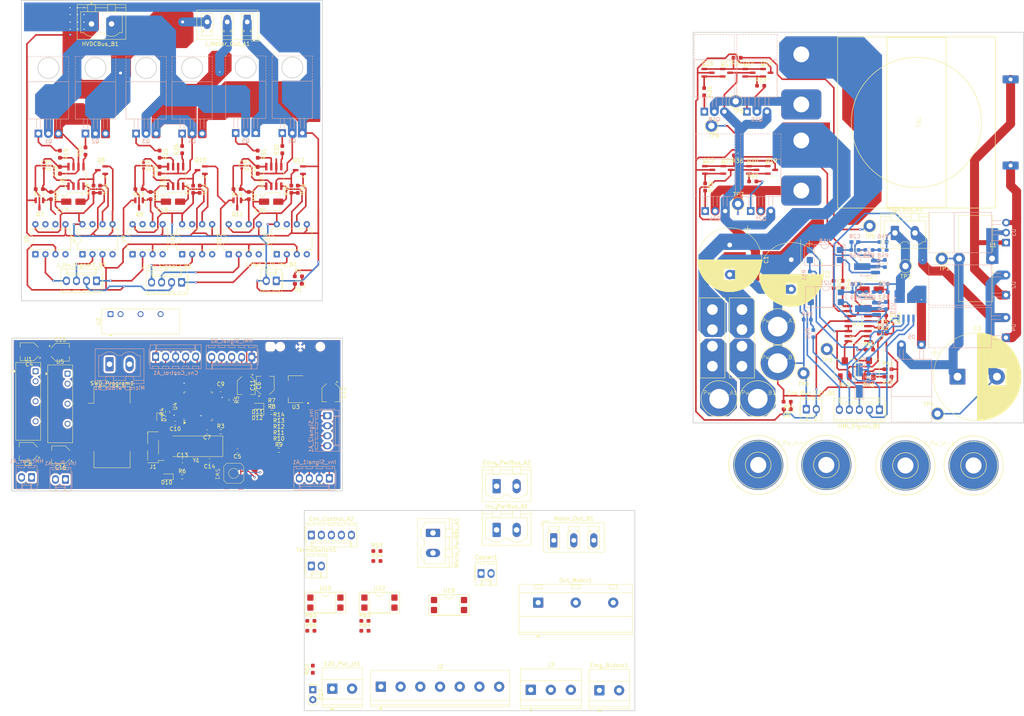
<source format=kicad_pcb>
(kicad_pcb (version 20241229) (generator "pcbnew") (generator_version "9.0")
  (layers (0 "F.Cu" signal) (2 "B.Cu" signal) (13 "F.Paste" user) (15 "B.Paste" user) (5 "F.SilkS" user "F.Silkscreen") (7 "B.SilkS" user "B.Silkscreen") (1 "F.Mask" user) (3 "B.Mask" user) (25 "Edge.Cuts" user))
  (net 0 "")
  (net 1 "GND_Inv")
  (net 2 "Net-(D2-K)")
  (net 3 "Net-(D3-K)")
  (net 4 "Net-(D1-K)")
  (net 5 "Signal_U_In")
  (net 6 "Signal_U_Sd")
  (net 7 "Signal_V_In")
  (net 8 "Signal_W_In")
  (net 9 "Signal_V_Sd")
  (net 10 "Signal_W_Sd")
  (net 11 "Gate_U_High")
  (net 12 "Gate_U_Low")
  (net 13 "Gate_V_High")
  (net 14 "Gate_V_Low")
  (net 15 "Net-(C1-Pad1)")
  (net 16 "GND_Cnv")
  (net 17 "Gate_W_High")
  (net 18 "Gate_W_Low")
  (net 19 "Net-(Q9-C)")
  (net 20 "Net-(Q9-B)")
  (net 21 "Net-(Q10-B)")
  (net 22 "Net-(Q10-C)")
  (net 23 "Net-(Q11-C)")
  (net 24 "Net-(Q11-B)")
  (net 25 "Net-(Q12-B)")
  (net 26 "Net-(Q12-C)")
  (net 27 "Net-(C2-Pad1)")
  (net 28 "Net-(D5-A)")
  (net 29 "Gnd_Cnv")
  (net 30 "12V_Cnv")
  (net 34 "/Inversor/HVDC_Bus")
  (net 35 "/Inversor/12V_Inv")
  (net 36 "Reset")
  (net 37 "Gnd_Micro")
  (net 38 "3V3_Micro")
  (net 39 "Net-(HMI_Pwr_A1-Pin_1)")
  (net 40 "Net-(HMI_Pwr_A1-Pin_2)")
  (net 41 "Net-(U2-+Vout)")
  (net 42 "OSC_In")
  (net 43 "OSC_Out")
  (net 44 "Net-(Inv_Pwr_A1-Pin_1)")
  (net 45 "Net-(Inv_Pwr_A1-Pin_2)")
  (net 46 "Net-(D13-K)")
  (net 47 "Net-(D14-K)")
  (net 48 "Net-(D15-K)")
  (net 49 "Net-(U15-FILTER)")
  (net 50 "GND_HMI")
  (net 51 "Vref_5V")
  (net 52 "DeadTimeControl")
  (net 53 "Net-(U16-CT)")
  (net 54 "Net-(U17-REF)")
  (net 55 "ConverterOn_Out")
  (net 56 "TermoSw_Input")
  (net 57 "STO_Input")
  (net 58 "/Conversor/Medición corriente/Current_In")
  (net 59 "Net-(D6-K)")
  (net 60 "Net-(D10-K)")
  (net 61 "LED_State")
  (net 62 "Net-(D11-K)")
  (net 63 "LED_Error")
  (net 64 "Net-(D12-K)")
  (net 65 "5V_HMI")
  (net 66 "VSens_Corriente")
  (net 67 "SPI_SCK")
  (net 68 "SPI_MOSI")
  (net 69 "SPI_MISO")
  (net 70 "SPI_NSS")
  (net 71 "Net-(Inv_Signal1_A1-Pin_4)")
  (net 72 "Net-(Inv_Signal1_A1-Pin_1)")
  (net 73 "Net-(Inv_Signal1_A1-Pin_3)")
  (net 74 "Net-(Inv_Signal2_A1-Pin_3)")
  (net 75 "Net-(Inv_Signal2_A1-Pin_4)")
  (net 76 "Net-(Inv_Signal2_A1-Pin_1)")
  (net 77 "SW_3V3")
  (net 78 "V_HVBus")
  (net 79 "Net-(Q7-B)")
  (net 80 "Net-(Q7-C)")
  (net 81 "Net-(Q8-B)")
  (net 82 "Net-(Q8-C)")
  (net 83 "/Conversor/Modulo conmutador pushpull/Conmutador de potencia/GateInput")
  (net 84 "Net-(Q13-E)")
  (net 85 "Net-(Q15-G)")
  (net 86 "/Conversor/Modulo conmutador pushpull/Load")
  (net 87 "Net-(Q16-E)")
  (net 88 "Net-(Q18-G)")
  (net 89 "/Conversor/Modulo conmutador pushpull1/Conmutador de potencia/GateInput")
  (net 90 "Net-(Q19-E)")
  (net 91 "Net-(Q21-G)")
  (net 92 "/Conversor/Modulo conmutador pushpull1/Load")
  (net 93 "Net-(Q22-E)")
  (net 94 "Net-(Q24-G)")
  (net 95 "Boot0")
  (net 96 "Boot1")
  (net 97 "Net-(U8-HO)")
  (net 98 "Net-(U8-LO)")
  (net 99 "Net-(U11-HO)")
  (net 100 "Net-(U11-LO)")
  (net 101 "Net-(U14-HO)")
  (net 102 "Net-(U14-LO)")
  (net 103 "Gate_Input_A")
  (net 104 "Gate_Input_B")
  (net 105 "Net-(U15-VIOUT)")
  (net 106 "Net-(R40-Pad2)")
  (net 107 "Net-(R41-Pad1)")
  (net 108 "Net-(U16-RT)")
  (net 109 "Net-(U16-E1)")
  (net 110 "Net-(U16-E2)")
  (net 111 "Net-(R48-Pad1)")
  (net 112 "Net-(R49-Pad1)")
  (net 113 "Net-(R51-Pad1)")
  (net 114 "Vsens_HVDCBus")
  (net 115 "Net-(R58-Pad1)")
  (net 116 "Vref_In1")
  (net 117 "Vref_In2")
  (net 118 "SW_5V")
  (net 119 "SW_LinkReset")
  (net 120 "SW_Clk")
  (net 121 "SW_DIO")
  (net 126 "UART_TX")
  (net 129 "I2C_SDA")
  (net 136 "UART_RX")
  (net 138 "I2C_SCL")
  (net 154 "Net-(U16-2IN-)")
  (net 155 "Net-(U17-K)")
  (net 156 "Out_Emg2")
  (net 157 "Out_Emg1")
  (net 158 "Out_Stop")
  (net 159 "Out_Rpm")
  (net 160 "Out_Vel1")
  (net 161 "Out_Vel3")
  (net 162 "Out_Start")
  (net 163 "Out_Vel4")
  (net 164 "Out_Vel2")
  (net 165 "Out_Relay_NO")
  (net 166 "Out_Relay_NC")
  (net 167 "Out_Relay_COM")
  (net 168 "Net-(Motor_Out_B1-Pin_3)")
  (net 169 "Net-(Motor_Out_B1-Pin_1)")
  (net 170 "Net-(Motor_Out_B1-Pin_2)")
  (net 171 "Net-(D17-K)")
  (net 172 "Net-(C28-Pad2)")
  (net 173 "Net-(C29-Pad2)")
  (net 174 "Net-(Pwr_In+_A1-Pin_1)")
  (net 175 "Net-(Pwr_In+_B1-Pin_1)")
  (net 180 "Net-(D3-A2)")
  (net 182 "3V3_HMI")
  (net 183 "Vsens_HV_HMI")
  (net 184 "U_In")
  (net 185 "U_Sd")
  (net 186 "V_In")
  (net 187 "V_Sd")
  (net 188 "W_In")
  (net 189 "W_Sd")
  (net 190 "Net-(U20-REF)")
  (net 191 "/Interfaz de conexión/3V3_Micro")
  (net 192 "STO")
  (net 193 "/Conversor/Gnd_Inv")
  (net 194 "/Inversor/Gnd_Micro")
  (net 195 "/Micro/12V_Cnv")
  (net 196 "/Interfaz de conexión/Gnd_Micro")
  (net 197 "/Interfaz de conexión/12V_Cnv")
  (net 198 "TermoSw")
  (net 199 "ConverterOn")
  (net 200 "/Interfaz de conexión/Entrada optoacoplada NH/Signal_In")
  (net 201 "Net-(R53-Pad2)")
  (net 202 "/Interfaz de conexión/Entrada optoacoplada NH/Signal_Out")
  (net 203 "/Interfaz de conexión/Entrada optoacoplada NH/Out_3V3")
  (net 204 "Net-(R57-Pad1)")
  (net 205 "Net-(R60-Pad1)")
  (net 206 "Net-(R63-Pad2)")
  (net 207 "Net-(R65-Pad2)")
  (net 208 "/Interfaz de conexión/TermoSwitchB")
  (net 209 "/Interfaz de conexión/Entrada optoacoplada NH/In_Gnd")
  (net 210 "/Interfaz de conexión/Entrada optoacoplada NH/Out_Gnd")
  (net 211 "Net-(U20-K)")
  (net 212 "Mid_U")
  (net 213 "Mid_V")
  (net 214 "Mid_W")
  (footprint "Connector_Phoenix_MSTB:PhoenixContact_MSTBVA_2,5_2-G-5,08_1x02_P5.08mm_Vertical" (layer "F.Cu") (at 34.163 20.6375)
    (property "Reference" "HVDCBus_B1")
    (property "Value" "Conn_01x02")
  )
  (footprint "Package_DIP:DIP-4_W7.62mm_SMDSocket_SmallPads" (layer "F.Cu") (at 107.188 167.4085)
    (property "Reference" "U22")
    (property "Value" "PC817")
  )
  (footprint "PowerConnector:5mm cable solder join" (layer "F.Cu") (at 203.137 115.697)
    (property "Reference" "Pwr_In+_B1")
    (property "Value" "Conn_01x01_Pin")
  )
  (footprint "Resistor_SMD:R_0603_1608Metric_Pad0.98x0.95mm_HandSolder" (layer "F.Cu") (at 234.8015 94.615)
    (property "Reference" "R43")
    (property "Value" "10k")
  )
  (footprint "BananaSocket_THT:BananaSocket - 2P - 4mm" (layer "F.Cu") (at 249.238 132.621)
    (property "Reference" "J_Pw_In-1")
    (property "Value" "Conn_01x02")
  )
  (footprint "Resistor_SMD:R_0603_1608Metric_Pad0.98x0.95mm_HandSolder" (layer "F.Cu") (at 57.15 52.5145 90)
    (property "Reference" "R26")
    (property "Value" "10")
  )
  (footprint "Connector_Molex:Molex_KK-254_AE-6410-05A_1x05_P2.54mm_Vertical" (layer "F.Cu") (at 233.998 118.491 180)
    (property "Reference" "HMI_Signal_B1")
    (property "Value" "Conn_01x05")
  )
  (footprint "Resistor_SMD:R_0603_1608Metric_Pad0.98x0.95mm_HandSolder" (layer "F.Cu") (at 201.867 60.579)
    (property "Reference" "R37")
    (property "Value" "10")
  )
  (footprint "Capacitor_SMD:CP_Elec_4x5.4" (layer "F.Cu") (at 73.406 112.373 -90)
    (property "Reference" "C6")
    (property "Value" "4.7uF")
  )
  (footprint "Resistor_SMD:R_0603_1608Metric_Pad0.98x0.95mm_HandSolder" (layer "F.Cu") (at 82.55 52.5145 90)
    (property "Reference" "R32")
    (property "Value" "10")
  )
  (footprint "Capacitor_SMD:CP_Elec_4x5.4" (layer "F.Cu") (at 29.569 65.7225)
    (property "Reference" "C17")
    (property "Value" "10uF")
  )
  (footprint "Package_DIP:DIP-8_W7.62mm" (layer "F.Cu") (at 57.15 79.0575 90)
    (property "Reference" "U10")
    (property "Value" "6N135")
  )
  (footprint "Resistor_SMD:R_0603_1608Metric_Pad0.98x0.95mm_HandSolder" (layer "F.Cu") (at 86.487 62.571 90)
    (property "Reference" "R28")
    (property "Value" "2.2k")
  )
  (footprint "Resistor_SMD:R_0603_1608Metric_Pad0.98x0.95mm_HandSolder" (layer "F.Cu") (at 103.508 174.5485)
    (property "Reference" "R64")
    (property "Value" "3.3k")
  )
  (footprint "Capacitor_SMD:C_0603_1608Metric_Pad1.08x0.95mm_HandSolder" (layer "F.Cu") (at 51.435 57.748 -90)
    (property "Reference" "C20")
    (property "Value" "100nF")
  )
  (footprint "LED_SMD:LED_0603_1608Metric_Pad1.05x0.95mm_HandSolder" (layer "F.Cu") (at 86.628 86.5505 180)
    (property "Reference" "D1")
    (property "Value" "LED_Green")
  )
  (footprint "Capacitor_SMD:CP_Elec_4x5.4" (layer "F.Cu") (at 232.031 88.011)
    (property "Reference" "C27")
    (property "Value" "10uF")
  )
  (footprint "LED_THT:LED_Rectangular_W5.0mm_H2.0mm" (layer "F.Cu") (at 90.297 189.484 -90)
    (property "Reference" "D17")
    (property "Value" "LED_Green")
  )
  (footprint "Connector_Molex:Molex_KK-254_AE-6410-05A_1x05_P2.54mm_Vertical" (layer "F.Cu") (at 89.918 150.2785)
    (property "Reference" "Cnv_Control_A2")
    (property "Value" "Conn_01x05")
  )
  (footprint "Resistor_SMD:R_0603_1608Metric_Pad0.98x0.95mm_HandSolder" (layer "F.Cu") (at 79.8595 119.126)
    (property "Reference" "R8")
    (property "Value" "680")
  )
  (footprint "TerminalBlock_Phoenix:TerminalBlock_Phoenix_MKDS-1,5-3-5.08_1x03_P5.08mm_Horizontal" (layer "F.Cu") (at 145.582 189.5295)
    (property "Reference" "J3")
    (property "Value" "Screw_Terminal_01x03")
  )
  (footprint "Resistor_SMD:R_0603_1608Metric_Pad0.98x0.95mm_HandSolder" (layer "F.Cu") (at 76.327 53.681 90)
    (property "Reference" "R31")
    (property "Value" "10")
  )
  (footprint "TerminalBlock_MetzConnect:TerminalBlock_MetzConnect_Type703_RT10N03HGLU_1x03_P9.52mm_Horizontal" (layer "F.Cu") (at 147.452 167.4085)
    (property "Reference" "Out_Motor1")
    (property "Value" "Screw_Terminal_01x03")
  )
  (footprint "Resistor_SMD:R_0603_1608Metric_Pad0.98x0.95mm_HandSolder" (layer "F.Cu") (at 81.6845 128.778)
    (property "Reference" "R9")
    (property "Value" "1k")
  )
  (footprint "Package_DIP:DIP-8_W7.62mm" (layer "F.Cu") (at 19.939 79.0575 90)
    (property "Reference" "U6")
    (property "Value" "6N135")
  )
  (footprint "Package_DIP:DIP-8_W7.62mm" (layer "F.Cu") (at 31.877 79.0575 90)
    (property "Reference" "U7")
    (property "Value" "6N135")
  )
  (footprint "Resistor_SMD:R_0603_1608Metric_Pad0.98x0.95mm_HandSolder" (layer "F.Cu") (at 197.9065 29.21 180)
    (property "Reference" "R34")
    (property "Value" "1k")
  )
  (footprint "TestPoint:TestPoint_Loop_D2.60mm_Drill1.6mm_Beaded" (layer "F.Cu") (at 198.12 66.294)
    (property "Reference" "TP7")
    (property "Value" "TestPoint")
  )
  (footprint "Resistor_SMD:R_0603_1608Metric_Pad0.98x0.95mm_HandSolder" (layer "F.Cu") (at 189.548 37.8225 -90)
    (property "Reference" "R35")
    (property "Value" "10")
  )
  (footprint "Connector_Phoenix_MSTB:PhoenixContact_MSTBVA_2,5_2-G-5,08_1x02_P5.08mm_Vertical" (layer "F.Cu") (at 136.906 148.971)
    (property "Reference" "Inv_PwrBus_A1")
    (property "Value" "Conn_01x02")
  )
  (footprint "Resistor_SMD:R_0603_1608Metric_Pad0.98x0.95mm_HandSolder" (layer "F.Cu") (at 84.836 62.571 90)
    (property "Reference" "R30")
    (property "Value" "10k")
  )
  (footprint "Resistor_SMD:R_0603_1608Metric_Pad0.98x0.95mm_HandSolder" (layer "F.Cu") (at 81.6845 124.206)
    (property "Reference" "R12")
    (property "Value" "1k")
  )
  (footprint "Converter_DCDC:Converter_DCDC_TRACO_TMA-05xxS_12xxS_Single_THT" (layer "F.Cu") (at 28.09 109.347)
    (property "Reference" "U5")
    (property "Value" "TMA-12012S-2WR3")
  )
  (footprint "Package_SO:SOIC-8_3.9x4.9mm_P1.27mm" (layer "F.Cu") (at 80.391 59.3075 90)
    (property "Reference" "U14")
    (property "Value" "IR2104")
  )
  (footprint "Resistor_SMD:R_0603_1608Metric_Pad0.98x0.95mm_HandSolder" (layer "F.Cu") (at 210.6065 116.459 180)
    (property "Reference" "R2")
    (property "Value" "1.2k")
  )
  (footprint "Resistor_SMD:R_0603_1608Metric_Pad0.98x0.95mm_HandSolder" (layer "F.Cu") (at 81.6845 122.682)
    (property "Reference" "R13")
    (property "Value" "1k")
  )
  (footprint "Capacitor_SMD:C_0603_1608Metric_Pad1.08x0.95mm_HandSolder" (layer "F.Cu") (at 63.4735 124.079 180)
    (property "Reference" "C7")
    (property "Value" "100nF")
  )
  (footprint "Package_DIP:DIP-4_W7.62mm_SMDSocket_SmallPads" (layer "F.Cu") (at 124.841 168.021)
    (property "Reference" "U19")
    (property "Value" "PC817")
  )
  (footprint "Connector_PinHeader_2.54mm:PinHeader_1x03_P2.54mm_Vertical_SMD_Pin1Left" (layer "F.Cu") (at 49.78 128.016 180)
    (property "Reference" "J1")
    (property "Value" "Conn_01x03")
  )
  (footprint "Package_DIP:DIP-8_W7.62mm" (layer "F.Cu") (at 68.961 79.0575 90)
    (property "Reference" "U12")
    (property "Value" "6N135")
  )
  (footprint "Capacitor_THT:CP_Radial_D16.0mm_P7.50mm" (layer "F.Cu") (at 196.025 76.708 -90)
    (property "Reference" "C1")
    (property "Value" "C_Electrolitic")
  )
  (footprint "Package_TO_SOT_SMD:SOT-23" (layer "F.Cu") (at 20.955 66.309 -90)
    (property "Reference" "Q7")
    (property "Value" "SS8050")
  )
  (footprint "Capacitor_SMD:C_0603_1608Metric_Pad1.08x0.95mm_HandSolder" (layer "F.Cu") (at 26.162 57.748 -90)
    (property "Reference" "C18")
    (property "Value" "100nF")
  )
  (footprint "Resistor_SMD:R_0603_1608Metric_Pad0.98x0.95mm_HandSolder" (layer "F.Cu") (at 32.639 52.8955 90)
    (property "Reference" "R20")
    (property "Value" "10")
  )
  (footprint "Resistor_SMD:R_0603_1608Metric_Pad0.98x0.95mm_HandSolder" (layer "F.Cu") (at 74.041 64.175 -90)
    (property "Reference" "R27")
    (property "Value" "2.2k")
  )
  (footprint "Resistor_SMD:R_0603_1608Metric_Pad0.98x0.95mm_HandSolder" (layer "F.Cu") (at 59.944 62.571 90)
    (property "Reference" "R24")
    (property "Value" "10k")
  )
  (footprint "Capacitor_SMD:CP_Elec_4x5.4" (layer "F.Cu") (at 79.734 65.7225)
    (property "Reference" "C21")
    (property "Value" "10uF")
  )
  (footprint "Connector_Phoenix_MSTB:PhoenixContact_MSTBVA_2,5_2-G-5,08_1x02_P5.08mm_Vertical" (layer "F.Cu") (at 136.906 137.876)
    (property "Reference" "Conv_PwrBus_A2")
    (property "Value" "Conn_01x02")
  )
  (footprint "LED_SMD:LED_0603_1608Metric_Pad1.05x0.95mm_HandSolder" (layer "F.Cu") (at 53.227 135.509 180)
    (property "Reference" "D10")
    (property "Value" "LED_Green")
  )
  (footprint "Resistor_SMD:R_0603_1608Metric_Pad0.98x0.95mm_HandSolder" (layer "F.Cu") (at 224.665 86.7175 -90)
    (property "Reference" "R44")
    (property "Value" "1k")
  )
  (footprint "Package_DIP:DIP-8_W7.62mm" (layer "F.Cu") (at 81.153 79.0575 90)
    (property "Reference" "U13")
    (property "Value" "6N135")
  )
  (footprint "Resistor_SMD:R_0603_1608Metric_Pad0.98x0.95mm_HandSolder" (layer "F.Cu") (at 198.0335 53.975 180)
    (property "Reference" "R36")
    (property "Value" "1k")
  )
  (footprint "Resistor_SMD:R_0603_1608Metric_Pad0.98x0.95mm_HandSolder" (layer "F.Cu") (at 81.6845 125.73)
    (property "Reference" "R11")
    (property "Value" "1k")
  )
  (footprint "Capacitor_THT:CP_Radial_D16.0mm_P7.50mm" (layer "F.Cu") (at 211.646 80.434246 -90)
    (property "Reference" "C2")
    (property "Value" "C_Electrolitic")
  )
  (footprint "Resistor_SMD:R_0603_1608Metric_Pad0.98x0.95mm_HandSolder" (layer "F.Cu") (at 103.508 172.0385)
    (property "Reference" "R63")
    (property "Value" "4.7k")
  )
  (footprint "TestPoint:TestPoint_Loop_D2.60mm_Drill1.6mm_Beaded" (layer "F.Cu") (at 248.73 119.507)
    (property "Reference" "TP4")
    (property "Value" "TestPoint")
  )
  (footprint "Resistor_SMD:R_0603_1608Metric_Pad0.98x0.95mm_HandSolder" (layer "F.Cu") (at 34.671 62.571 90)
    (property "Reference" "R18")
    (property "Value" "10k")
  )
  (footprint "Capacitor_THT:CP_Radial_D22.0mm_P10.00mm_SnapIn" (layer "F.Cu") (at 253.81 110.109)
    (property "Reference" "C3")
    (property "Value" "100uF")
  )
  (footprint "Connector_Molex:Molex_KK-254_AE-6410-02A_1x02_P2.54mm_Vertical" (layer "F.Cu") (at 81.026 85.7885 180)
    (property "Reference" "J_Pwr_12V_Inv_B1")
    (property "Value" "Conn_01x02")
  )
  (footprint "Resistor_SMD:R_0603_1608Metric_Pad0.98x0.95mm_HandSolder" (layer "F.Cu") (at 36.322 62.571 90)
    (property "Reference" "R16")
    (property "Value" "2.2k")
  )
  (footprint "Capacitor_SMD:CP_Elec_4x5.4" (layer "F.Cu") (at 26.334 129.921 180)
    (property "Reference" "C16")
    (property "Value" "4.7uF")
  )
  (footprint "Resistor_SMD:R_0603_1608Metric_Pad0.98x0.95mm_HandSolder" (layer "F.Cu") (at 236.157 108.204)
    (property "Reference" "R41")
    (property "Value" "3.9k")
  )
  (footprint "Package_TO_SOT_SMD:SOT-23" (layer "F.Cu") (at 86.868 57.7215 180)
    (property "Reference" "Q12")
    (property "Value" "SS8050")
  )
  (footprint "Connector_Molex:Molex_KK-254_AE-6410-02A_1x02_P2.54mm_Vertical" (layer "F.Cu") (at 132.969 160.02)
    (property "Reference" "Cooler1")
    (property "Value" "Conn_01x02")
  )
  (footprint "Package_TO_SOT_SMD:SOT-23" (layer "F.Cu") (at 200.8995 33.02)
    (property "Reference" "Q14")
    (property "Value" "SS8550")
  )
  (footprint "Package_DIP:DIP-8_W7.62mm" (layer "F.Cu") (at 44.577 79.0575 90)
    (property "Reference" "U9")
    (property "Value" "6N135")
  )
  (footprint "Resistor_SMD:R_0603_1608Metric_Pad0.98x0.95mm_HandSolder" (layer "F.Cu") (at 46.2045 62.5475 180)
    (property "Reference" "R23")
    (property "Value" "10k")
  )
  (footprint "TerminalBlock_Phoenix:TerminalBlock_Phoenix_PT-1,5-7-5.0-H_1x07_P5.00mm_Horizontal" (layer "F.Cu") (at 107.555 188.7245)
    (property "Reference" "J2")
    (property "Value" "Screw_Terminal_01x07")
  )
  (footprint "Potentiometer_SMD:Potentiometer_Bourns_3314S_Horizontal" (layer "F.Cu") (at 225.235 108.077 180)
    (property "Reference" "RV2")
    (property "Value" "5K")
  )
  (footprint "PowerFuse:Fuse Holder XF-509P" (layer "F.Cu") (at 191.643 100.2665 90)
    (property "Reference" "F1")
    (property "Value" "Fuse")
  )
  (footprint "Resistor_SMD:R_0603_1608Metric_Pad0.98x0.95mm_HandSolder" (layer "F.Cu") (at 203.8755 36.322)
    (property "Reference" "R33")
    (property "Value" "10")
  )
  (footprint "Connector_Molex:Molex_KK-254_AE-6410-04A_1x04_P2.54mm_Vertical" (layer "F.Cu") (at 35.433 85.7885 180)
    (property "Reference" "J_Inv_Signal1_B1")
    (property "Value" "Conn_01x04")
  )
  (footprint "Resistor_SMD:R_0603_1608Metric_Pad0.98x0.95mm_HandSolder" (layer "F.Cu") (at 106.548 154.3385)
    (property "Reference" "R53")
    (property "Value" "4.7k")
  )
  (footprint "Resistor_SMD:R_0603_1608Metric_Pad0.98x0.95mm_HandSolder" (layer "F.Cu") (at 231.4815 103.251)
    (property "Reference" "R52")
    (property "Value" "10k")
  )
  (footprint "TestPoint:TestPoint_Loop_D2.60mm_Drill1.6mm_Beaded" (layer "F.Cu") (at 231.521 71.882)
    (property "Reference" "TP5")
    (property "Value" "TestPoint")
  )
  (footprint "Resistor_SMD:R_0603_1608Metric_Pad0.98x0.95mm_HandSolder" (layer "F.Cu") (at 61.595 62.571 90)
    (property "Reference" "R22")
    (property "Value" "2.2k")
  )
  (footprint "Resistor_SMD:R_0603_1608Metric_Pad0.98x0.95mm_HandSolder" (layer "F.Cu") (at 20.9315 62.5475 180)
    (property "Reference" "R17")
    (property "Value" "10k")
  )
  (footprint "Capacitor_SMD:C_0603_1608Metric_Pad1.08x0.95mm_HandSolder" (layer "F.Cu") (at 76.327 57.748 -90)
    (property "Reference" "C22")
    (property "Value" "100nF")
  )
  (footprint "BananaSocket_THT:BananaSocket - 2P - 4mm" (layer "F.Cu") (at 211.9 132.494)
    (property "Reference" "J_Pw_In+1")
    (property "Value" "Conn_01x02")
  )
  (footprint "Capacitor_SMD:CP_Elec_4x5.4" (layer "F.Cu") (at 18.355 103.769 180)
    (property "Reference" "C4")
    (property "Value" "4.7uF")
  )
  (footprint "LED_SMD:LED_0603_1608Metric_Pad1.05x0.95mm_HandSolder" (layer "F.Cu") (at 210.616 118.364 180)
    (property "Reference" "D6")
    (property "Value" "LED_Green")
  )
  (footprint "Crystal:Crystal_SMD_HC49-SD" (layer "F.Cu") (at 60.706 127.762 180)
    (property "Reference" "Y1")
    (property "Value" "Crystal 8MHz")
  )
  (footprint "Connector_Phoenix_MC_HighVoltage:PhoenixContact_MCV_1,5_3-G-5.08_1x03_P5.08mm_Vertical" (layer "F.Cu") (at 73.66 20.1295 180)
    (property "Reference" "J_Motor_Out_A1")
    (property "Value" "Conn_01x03")
  )
  (footprint "Package_TO_SOT_SMD:SOT-23" (layer "F.Cu") (at 195.3415 57.658)
    (property "Reference" "Q23")
    (property "Value" "SS8550")
  )
  (footprint "PowerConnector:5mm cable solder join" (layer "F.Cu") (at 193.358 115.697)
    (property "Reference" "Pwr_In+_A1")
    (property "Value" "Conn_01x01_Pin")
  )
  (footprint "Resistor_SMD:R_0603_1608Metric_Pad0.98x0.95mm_HandSolder" (layer "F.Cu") (at 89.798 172.0385)
    (property "Reference" "R65")
    (property "Value" "4.7k")
  )
  (footprint "Potentiometer_SMD:Potentiometer_Bourns_3314S_Horizontal" (layer "F.Cu") (at 231.331 108.077 180)
    (property "Reference" "RV1")
    (property "Value" "5K")
  )
  (footprint "TestPoint:TestPoint_Loop_D2.60mm_Drill1.6mm_Beaded" (layer "F.Cu") (at 240.602 82.042)
    (property "Reference" "TP2")
    (property "Value" "TestPoint")
  )
  (footprint "Resistor_SMD:R_0603_1608Metric_Pad0.98x0.95mm_HandSolder" (layer "F.Cu") (at 81.6845 121.158)
    (property "Reference" "R14")
    (property "Value" "1k")
  )
  (footprint "Capacitor_SMD:C_0603_1608Metric_Pad1.08x0.95mm_HandSolder" (layer "F.Cu") (at 55.3985 121.92 180)
    (property "Reference" "C10")
    (property "Value" "100nF")
  )
  (footprint "TestPoint:TestPoint_Loop_D2.60mm_Drill1.6mm_Beaded" (layer "F.Cu") (at 191.389 46.482)
    (property "Reference" "TP6")
    (property "Value" "TestPoint")
  )
  (footprint "TestPoint:TestPoint_Loop_D2.60mm_Drill1.6mm_Beaded" (layer "F.Cu") (at 220.663 103.124)
    (property "Reference" "TP3")
    (property "Value" "TestPoint")
  )
  (footprint "Connector_Phoenix_MSTB:PhoenixContact_MSTBVA_2,5_2-G-5,08_1x02_P5.08mm_Vertical" (layer "F.Cu") (at 237.935 73.66)
    (property "Reference" "HVDCBus_A1")
    (property "Value" "Conn_01x02")
  )
  (footprint "Converter_DCDC:Converter_DCDC_TRACO_TMA-05xxS_12xxS_Single_THT" (layer "F.Cu") (at 38.989 94.234 90)
    (property "Reference" "U2")
    (property "Value" "TMA-1205S-2WR2")
  )
  (footprint "Resistor_SMD:R_0603_1608Metric_Pad0.98x0.95mm_HandSolder" (layer "F.Cu") (at 79.8595 117.602)
    (property "Reference" "R7")
    (property "Value" "680")
  )
  (footprint "TestPoint:TestPoint_Loop_D2.60mm_Drill1.6mm_Beaded" (layer "F.Cu") (at 249.809 80.137)
    (property "Reference" "TP1")
    (property "Value" "TestPoint")
  )
  (footprint "Resistor_SMD:R_0603_1608Metric_Pad0.98x0.95mm_HandSolder" (layer "F.Cu") (at 236.157 110.109 180)
    (property "Reference" "R40")
    (property "Value" "1.2k")
  )
  (footprint "Resistor_SMD:R_0603_1608Metric_Pad0.98x0.95mm_HandSolder" (layer "F.Cu") (at 90.297 184.3005 90)
    (property "Reference" "R62")
    (property "Value" "1.2k")
  )
  (footprint "Connector_Molex:Molex_KK-254_AE-6410-02A_1x02_P2.54mm_Vertical" (layer "F.Cu") (at 215.456 118.364)
    (property "Reference" "Cnv_Pwr_12V_B1")
    (property "Value" "Conn_01x02")
  )
  (footprint "Resistor_SMD:R_0603_1608Metric_Pad0.98x0.95mm_HandSolder" (layer "F.Cu") (at 89.798 174.5485)
    (property "Reference" "R66")
    (property "Value" "3.3k")
  )
  (footprint "Capacitor_SMD:CP_Elec_4x5.4" (layer "F.Cu") (at 54.842 65.7225)
    (property "Reference" "C19")
    (property "Value" "10uF")
  )
  (footprint "Resistor_SMD:R_0603_1608Metric_Pad0.98x0.95mm_HandSolder" (layer "F.Cu") (at 51.435 53.681 90)
    (property "Reference" "R25")
    (property "Value" "10")
  )
  (footprint "Connector_Molex:Molex_KK-254_AE-6410-02A_1x02_P2.54mm_Vertical" (layer "F.Cu") (at 89.918 158.1285)
    (property "Reference" "TermoSwitch1")
    (property "Value" "Conn_01x02")
  )
  (footprint "Resistor_SMD:R_0603_1608Metric_Pad0.98x0.95mm_HandSolder" (layer "F.Cu") (at 222.379 86.7175 -90)
    (property "Reference" "R45")
    (property "Value" "1k")
  )
  (footprint "PowerConnector:5mm cable solder join" (layer "F.Cu") (at 208.217 97.409)
    (property "Reference" "Pwr_In-_A1")
    (property "Value" "Conn_01x01_Pin")
  )
  (footprint "TerminalBlock_Phoenix:TerminalBlock_Phoenix_MKDS-1,5-2_1x02_P5.00mm_Horizontal" (layer "F.Cu") (at 95.25 189.23)
    (property "Reference" "12V_Pwr_In1")
    (property "Value" "Screw_Terminal_01x02")
  )
  (footprint "Capacitor_SMD:C_0603_1608Metric_Pad1.08x0.95mm_HandSolder" (layer "F.Cu") (at 234.8007 97.663)
    (property "Reference" "C25")
    (property "Value" "100nF")
  )
  (footprint "Capacitor_SMD:CP_Elec_4x5.4" (layer "F.Cu") (at 78.232 112.268 90)
    (property "Reference" "C11")
    (property "Value" "10uF")
  )
  (footprint "Capacitor_SMD:CP_Elec_4x5.4" (layer "F.Cu") (at 94.869 114.195 -90)
    (property "Reference" "C12")
    (property "Value" "22uF")
  )
  (footprint "Resistor_SMD:R_0603_1608Metric_Pad0.98x0.95mm_HandSolder" (layer "F.Cu") (at 81.6845 127.254)
    (property "Reference" "R10")
    (property "Value" "1k")
  )
  (footprint "Capacitor_SMD:C_0603_1608Metric_Pad1.08x0.95mm_HandSolder" (layer "F.Cu") (at 57.224 131.445)
    (property "Reference" "C13")
    (property "Value" "20pF")
  )
  (footprint "Connector_IDC:IDC-Header_2x05_P2.54mm_Vertical_SMD" (layer "F.Cu") (at 39.37 122.936)
    (property "Reference" "SWD_Program1")
    (property "Value" "Conn_02x05_Odd_Even")
  )
  (footprint "Resistor_SMD:R_0603_1608Metric_Pad0.98x0.95mm_HandSolder" (layer "F.Cu") (at 53.467 118.999 90)
    (property "Reference" "R4")
    (property "Value" "10k")
  )
  (footprint "Package_SO:SOIC-8_3.9x4.9mm_P1.27mm" (layer "F.Cu") (at 30.226 59.3075 90)
    (property "Reference" "U8")
    (property "Value" "IR2104")
  )
  (footprint "LED_SMD:LED_0603_1608Metric_Pad1.05x0.95mm_HandSolder" (layer "F.Cu") (at 76.214 117.602 180)
    (property "Reference" "D11")
    (property "Value" "LED_Yellow")
  )
  (footprint "TestPoint:TestPoint_Loop_D2.60mm_Drill1.6mm_Beaded" (layer "F.Cu") (at 197.549 40.259)
    (property "Reference" "TP8")
    (property "Value" "TestPoint")
  )
  (footprint "Package_TO_SOT_SMD:SOT-23" (layer "F.Cu") (at 36.703 57.7215 180)
    (property "Reference" "Q8")
    (property "Value" "SS8050")
  )
  (footprint "Resistor_SMD:R_0603_1608Metric_Pad0.98x0.95mm_HandSolder" (layer "F.Cu") (at 23.876 64.175 -90)
    (property "Reference" "R15")
    (property "Value" "2.2k")
  )
  (footprint "LED_SMD:LED_0603_1608Metric_Pad1.05x0.95mm_HandSolder" (layer "F.Cu") (at 76.214 119.126 180)
    (property "Reference" "D12")
    (property "Value" "LED_Red")
  )
  (footprint "Diode_SMD:D_SOD-523" (layer "F.Cu") (at 72.263 56.5455 -90)
    (property "Reference" "D15")
    (property "Value" "MUR260S")
  )
  (footprint "Package_TO_SOT_SMD:SOT-23" (layer "F.Cu") (at 190.691 57.658)
    (property "Reference" "Q22")
    (property "Value" "SS8050")
  )
  (footprint "Package_TO_SOT_SMD:SOT-23" (layer "F.Cu") (at 190.5155 33.02)
    (property "Reference" "Q16")
    (property "Value" "SS8050")
  )
  (footprint "Package_SO:SOIC-8_3.9x4.9mm_P1.27mm" (layer "F.Cu") (at 55.499 59.3075 90)
    (property "Reference" "U11")
    (property "Value" "IR2104")
  )
  (footprint "Converter_DCDC:Converter_DCDC_TRACO_TMA-05xxS_12xxS_Single_THT" (layer "F.Cu") (at 19.984 108.722)
    (property "Reference" "U1")
    (property "Value" "TMA-1205S-2WR2")
  )
  (footprint "Package_QFP:LQFP-48_7x7mm_P0.5mm" (layer "F.Cu") (at 61.214 117.602 90)
    (property "Reference" "U4")
    (property "Value" "STM32F103C8Tx")
  )
  (footprint "Resistor_SMD:R_0603_1608Metric_Pad0.98x0.95mm_HandSolder" (layer "F.Cu") (at 189.802 61.9995 -90)
    (property "Reference" "R38")
    (property "Value" "10")
  )
  (footprint "Resistor_SMD:R_0603_1608Metric_Pad0.98x0.95mm_HandSolder" (layer "F.Cu") (at 106.548 156.8485)
    (property "Reference" "R54")
    (property "Value" "3.3k")
  )
  (footprint "Transformador:EDT42" (layer "F.Cu") (at 243.396 45.626 -90)
    (property "Reference" "TR1")
    (property "Value" "Pushpull_DualPrimary")
  )
  (footprint "Diode_SMD:D_SOD-523" (layer "F.Cu") (at 22.098 56.5455 -90)
    (property "Reference" "D13")
    (property "Value" "MUR260S")
  )
  (footprint "TerminalBlock_Phoenix:TerminalBlock_Phoenix_MKDS-1,5-2_1x02_P5.00mm_Horizontal" (layer "F.Cu") (at 162.981 189.6565)
    (property "Reference" "Emg_Button1")
    (property "Value" "Screw_Terminal_01x02")
  )
  (footprint "PowerConnector:5mm cable solder join" (layer "F.Cu") (at 208.217 106.68)
    (property "Reference" "Pwr_In-_B1")
    (property "Value" "Conn_01x01_Pin")
  )
  (footprint "Resistor_SMD:R_0603_1608Metric_Pad0.98x0.95mm_HandSolder" (layer "F.Cu") (at 234.8015 99.187)
    (property "Reference" "R42")
    (property "Value" "10k")
  )
  (footprint "Resistor_SMD:R_0603_1608Metric_Pad0.98x0.95mm_HandSolder" (layer "F.Cu") (at 71.0965 62.5475 180)
    (property "Reference" "R29")
    (property "Value" "10k")
  )
  (footprint "Capacitor_SMD:CP_Elec_4x5.4" (layer "F.Cu") (at 26.29 103.886)
    (property "Reference" "C15")
    (property "Value" "4.7uF")
  )
  (footprint "Resistor_SMD:R_0603_1608Metric_Pad0.98x0.95mm_HandSolder" (layer "F.Cu") (at 86.6375 84.6455 180)
    (property "Reference" "R1")
    (property "Value" "1.2k")
  )
  (footprint "Capacitor_SMD:C_0603_1608Metric_Pad1.08x0.95mm_HandSolder" (layer "F.Cu") (at 64.1085 131.445 180)
    (property "Reference" "C14")
    (property "Value" "20pF")
  )
  (footprint "PowerFuse:Fuse Holder XF-509P" (layer "F.Cu") (at 199.136 100.2665 90)
    (property "Reference" "F2")
    (property "Value" "Fuse")
  )
  (footprint "Inductor_THT:L_Toroid_Vertical_L21.6mm_W8.4mm_P8.38mm_Pulse_G" (layer "F.Cu") (at 262.571 80.137 -90)
    (property "Reference" "L1")
    (property "Value" "L")
  )
  (footprint "Package_TO_SOT_SMD:SOT-23" (layer "F.Cu") (at 195.1845 33.02)
    (property "Reference" "Q17")
    (property "Value" "SS8550")
  )
  (footprint "Package_TO_SOT_SMD:SOT-223-3_TabPin2" (layer "F.Cu") (at 85.979 113.284 180)
    (property "Reference" "U3")
    (property "Value" "AMS1117-3.3")
  )
  (footprint "Connector_Phoenix_MC_HighVoltage:PhoenixContact_MCV_1,5_3-G-5.08_1x03_P5.08mm_Vertical" (layer "F.Cu") (at 151.4015 151.6135)
    (property "Reference" "Motor_Out_B1")
    (property "Value" "Conn_01x03")
  )
  (footprint "Connector_Phoenix_MSTB:PhoenixContact_MSTBVA_2,5_2-G-5,08_1x02_P5.08mm_Vertical" (layer "F.Cu") (at 120.777 149.733 -90)
    (property "Reference" "Micro_PwrBus_A1")
    (property "Value" "Conn_01x02")
  )
  (footprint "Package_TO_SOT_SMD:SOT-23" (layer "F.Cu") (at 61.976 57.7215 180)
    (property "Reference" "Q10")
    (property "Value" "SS8050")
  )
  (footprint "Package_TO_SOT_SMD:SOT-23" (layer "F.Cu") (at 46.228 66.309 -90)
    (property "Reference" "Q9")
    (property "Value" "SS8050")
  )
  (footprint "Package_TO_SOT_SMD:SOT-23" (layer "F.Cu") (at 201.867 57.658)
    (property "Reference" "Q20")
    (property "Value" "SS8550")
  )
  (footprint "Capacitor_SMD:CP_Elec_4x5.4" (layer "F.Cu") (at 18.101 129.042 180)
    (property "Reference" "C8")
    (property "Value" "10uF")
  )
  (footprint "Diode_SMD:D_SOD-523" (layer "F.Cu") (at 47.371 56.5455 -90)
    (property "Reference" "D14")
    (property "Value" "MUR260S")
  )
  (footprint "Resistor_SMD:R_0603_1608Metric_Pad0.98x0.95mm_HandSolder" (layer "F.Cu") (at 57.1735 135.509)
    (property "Reference" "R6")
    (property "Value" "680")
  )
  (footprint "Resistor_SMD:R_0603_1608Metric_Pad0.98x0.95mm_HandSolder" (layer "F.Cu") (at 26.162 53.681 90)
    (property "Reference" "R19")
    (property "Value" "10")
  )
  (footprint "Resistor_SMD:R_0603_1608Metric_Pad0.98x0.95mm_HandSolder" (layer "F.Cu") (at 69.596 115.9745 -90)
    (property "Reference" "R5")
    (property "Value" "10k")
  )
  (footprint "Capacitor_SMD:C_0603_1608Metric_Pad1.08x0.95mm_HandSolder" (layer "F.Cu") (at 234.8007 96.139 180)
    (property "Reference" "C26")
    (property "Value" "2.2nF")
  )
  (footprint "Package_SO:SOIC-16_3.9x9.9mm_P1.27mm" (layer "F.Cu") (at 228.602 96.647 180)
    (property "Reference" "U16")
    (property "Value" "TL494")
  )
  (footprint "Package_DIP:DIP-4_W7.62mm_SMDSocket_SmallPads" (layer "F.Cu") (at 93.478 167.4085)
    (property "Reference" "U23")
    (property "Value" "PC817")
  )
  (footprint "Resistor_SMD:R_0603_1608Metric_Pad0.98x0.95mm_HandSolder" (layer "F.Cu") (at 66.929 124.079)
    (property "Reference" "R3")
    (property "Value" "10k")
  )
  (footprint "Diode_SMD:D_SOD-523" (layer "F.Cu") (at 51.308 120.585 -90)
    (property "Reference" "D7")
    (property "Value" "BSD5C031V")
  )
  (footprint "Capacitor_SMD:C_0603_1608Metric_Pad1.08x0.95mm_HandSolder" (layer "F.Cu") (at 66.929 113.411)
    (property "Reference" "C9")
    (property "Value" "100nF")
  )
  (footprint "Capacitor_SMD:C_0603_1608Metric_Pad1.08x0.95mm_HandSolder" (layer "F.Cu") (at 71.1465 128.905 180)
    (property "Reference" "C5")
    (property "Value" "100nF")
  )
  (footprint "TestPoint:TestPoint_Loop_D2.60mm_Drill1.6mm_Beaded" (layer "F.Cu") (at 214.757 109.22)
    (property "Reference" "TP9")
    (property "Value" "TestPoint")
  )
  (footprint "Connector_Molex:Molex_KK-254_AE-6410-04A_1x04_P2.54mm_Vertical" (layer "F.Cu") (at 57.023 86.1695 180)
    (property "Reference" "J_Inv_Signal2_B1")
    (property "Value" "Conn_01x04")
  )
  (footprint "Package_TO_SOT_SMD:SOT-23" (layer "F.Cu") (at 71.12 66.309 -90)
    (property "Reference" "Q11")
    (property "Value" "SS8050")
  )
  (footprint "Resistor_SMD:R_0603_1608Metric_Pad0.98x0.95mm_HandSolder" (layer "F.Cu") (at 49.149 64.175 -90)
    (property "Reference" "R21")
    (property "Value" "2.2k")
  )
  (footprint "Package_TO_SOT_SMD:SOT-23" (layer "F.Cu") (at 206.6145 57.658)
    (property "Reference" "Q19")
    (property "Value" "SS8050")
  )
  (footprint "TatilSwitch:Vertical SPST SMD Tactile Switches" (layer "F.Cu") (at 70.231 134.62 -90)
    (property "Reference" "SW1")
    (property "Value" "SW_MEC_5E")
  )
  (footprint "Package_TO_SOT_SMD:SOT-23" (layer "F.Cu") (at 205.423 33.02)
    (property "Reference" "Q13")
    (property "Value" "SS8050")
  )
  (footprint "Package_TO_SOT_THT:TO-220-2_Horizontal_TabUp" (layer "B.Cu") (at 266.088 100.203 90)
    (property "Reference" "D4")
    (property "Value" "MUR860")
  )
  (footprint "Capacitor_SMD:C_0603_1608Metric_Pad1.08x0.95mm_HandSolder" (layer "B.Cu") (at 231.204 106.426 -90)
    (property "Reference" "C23")
    (property "Value" "1nF")
  )
  (footprint "Resistor_SMD:R_0603_1608Metric_Pad0.98x0.95mm_HandSolder" (layer "B.Cu") (at 234.9105 77.978)
    (property "Reference" "R48")
    (property "Value" "220k")
  )
  (footprint "Package_TO_SOT_THT:TO-220-2_Horizontal_TabUp" (layer "B.Cu") (at 244.666 101.981 180)
    (property "Reference" "D5")
    (property "Value" "MUR860")
  )
  (footprint "Resistor_SMD:R_0603_1608Metric_Pad0.98x0.95mm_HandSolder" (layer "B.Cu") (at 234.9105 75.946 180)
    (property "Reference" "R46")
    (property "Value" "470k")
  )
  (footprint "Connector_Molex:Molex_KK-254_AE-6410-05A_1x05_P2.54mm_Vertical" (layer "B.Cu") (at 74.803 105.156 180)
    (property "Reference" "HMI_Signal_B2")
    (property "Value" "Conn_01x05")
  )
  (footprint "Connector_Molex:Molex_KK-254_AE-6410-02A_1x02_P2.54mm_Vertical" (layer "B.Cu") (at 18.968 135.646 180)
    (property "Reference" "HMI_Pwr_A1")
    (property "Value" "Conn_01x02")
  )
  (footprint "Package_SO:SOIC-8_3.9x4.9mm_P1.27mm" (layer "B.Cu") (at 240.729 92.837 -90)
    (property "Reference" "U15")
    (property "Value" "ACS712xLCTR-05B")
  )
  (footprint "Package_TO_SOT_THT:TO-220-3_Horizontal_TabUp" (layer "B.Cu") (at 82.55 48.3235)
    (property "Reference" "Q6")
    (property "Value" "TK8A65D")
  )
  (footprint "Package_TO_SOT_THT:TO-220-3_Horizontal_TabUp" (layer "B.Cu") (at 266.129 76.106 90)
    (property "Reference" "D3")
    (property "Value" "MUR860CT")
  )
  (footprint "Resistor_SMD:R_0603_1608Metric_Pad0.98x0.95mm_HandSolder" (layer "B.Cu") (at 227.775 77.978)
    (property "Reference" "R50")
    (property "Value" "220k")
  )
  (footprint "Package_DIP:DIP-4_W7.62mm_SMDSocket_SmallPads" (layer "B.Cu") (at 220.155 79.248 180)
    (property "Reference" "U18")
    (property "Value" "PC817")
  )
  (footprint "Package_TO_SOT_THT:TO-220-3_Horizontal_TabUp" (layer "B.Cu") (at 57.15 48.4505)
    (property "Reference" "Q4")
    (property "Value" "TK8A65D")
  )
  (footprint "Package_TO_SOT_THT:TO-220-3_Horizontal_TabUp" (layer "B.Cu") (at 20.701 48.4505)
    (property "Reference" "Q1")
    (property "Value" "TK8A65D")
  )
  (footprint "Package_TO_SOT_SMD:SOT-89-3_Handsoldering" (layer "B.Cu") (at 230.569 82.193 180)
    (property "Reference" "U17")
    (property "Value" "TL431PK")
  )
  (footprint "Connector_Phoenix_MSTB:PhoenixContact_MSTBVA_2,5_2-G-5,08_1x02_P5.08mm_Vertical" (layer "B.Cu") (at 38.735 106.944)
    (property "Reference" "Micro_PwrBus_B1")
    (property "Value" "Conn_01x02")
  )
  (footprint "Connector_Molex:Molex_KK-254_AE-6410-02A_1x02_P2.54mm_Vertical" (layer "B.Cu") (at 27.559 136.174 180)
    (property "Reference" "Inv_Pwr_A1")
    (property "Value" "Conn_01x02")
  )
  (footprint "Package_TO_SOT_THT:TO-220-3_Horizontal_TabUp" (layer "B.Cu") (at 45.466 48.4505)
    (property "Reference" "Q3")
    (property "Value" "TK8A65D")
  )
  (footprint "Package_TO_SOT_THT:TO-220-2_Horizontal_TabUp" (layer "B.Cu") (at 266.088 89.408 90)
    (property "Reference" "D2")
    (property "Value" "MUR860")
  )
  (footprint "Resistor_SMD:R_0603_1608Metric_Pad0.98x0.95mm_HandSolder" (layer "B.Cu") (at 215.71 95.631 180)
    (property "Reference" "R60")
    (property "Value" "4.7k")
  )
  (footprint "Package_TO_SOT_THT:TO-220-3_Horizontal_TabUp" (layer "B.Cu") (at 189.5965 42.893)
    (property "Reference" "Q18")
    (property "Value" "IRFB4110PBF")
  )
  (footprint "Resistor_SMD:R_0603_1608Metric_Pad0.98x0.95mm_HandSolder" (layer "B.Cu") (at 217.234 99.187 -90)
    (property "Reference" "R61")
    (property "Value" "10k")
  )
  (footprint "Package_TO_SOT_THT:TO-220-3_Horizontal_TabUp" (layer "B.Cu") (at 32.639 48.4505)
    (property "Reference" "Q2")
    (property "Value" "TK8A65D")
  )
  (footprint "Capacitor_SMD:C_0603_1608Metric_Pad1.08x0.95mm_HandSolder" (layer "B.Cu") (at 228.028999 86.614 180)
    (property "Reference" "C29")
    (property "Value" "10nF")
  )
  (footprint "Package_TO_SOT_THT:TO-220-3_Horizontal_TabUp" (layer "B.Cu") (at 70.739 48.3235)
    (property "Reference" "Q5")
    (property "Value" "TK8A65D")
  )
  (footprint "Package_DIP:DIP-4_W7.62mm_SMDSocket_SmallPads" (layer "B.Cu") (at 220.409 89.916 180)
    (property "Reference" "U21")
    (property "Value" "PC817")
  )
  (footprint "Connector_Molex:Molex_KK-254_AE-6410-04A_1x04_P2.54mm_Vertical" (layer "B.Cu") (at 94.488 135.89 180)
    (property "Reference" "Inv_Signal1_A1")
    (property "Value" "Conn_01x04")
  )
  (footprint "Package_TO_SOT_THT:TO-220-3_Horizontal_TabUp" (layer "B.Cu") (at 201.359 68.105)
    (property "Reference" "Q21")
    (property "Value" "IRFB4110PBF")
  )
  (footprint "Resistor_SMD:R_0603_1608Metric_Pad0.98x0.95mm_HandSolder" (layer "B.Cu") (at 235.014 98.679 180)
    (property "Reference" "R39")
    (property "Value" "150")
  )
  (footprint "Package_TO_SOT_THT:TO-220-3_Horizontal_TabUp" (layer "B.Cu") (at 200.3915 42.893)
    (property "Reference" "Q15")
    (property "Value" "IRFB4110PBF")
  )
  (footprint "Connector_Molex:Molex_KK-254_AE-6410-05A_1x05_P2.54mm_Vertical" (layer "B.Cu") (at 50.419 105.029)
    (property "Reference" "Cnv_Control_A1")
    (property "Value" "Conn_01x05")
  )
  (footprint "Resistor_SMD:R_0603_1608Metric_Pad0.98x0.95mm_HandSolder" (layer "B.Cu") (at 228.029 88.646)
    (property "Reference" "R59")
    (property "Value" "220k")
  )
  (footprint "Resistor_SMD:R_0603_1608Metric_Pad0.98x0.95mm_HandSolder" (layer "B.Cu") (at 235.395 81.407 -90)
    (property "Reference" "R47")
    (property "Value" "10k")
  )
  (footprint "Resistor_SMD:R_0603_1608Metric_Pad0.98x0.95mm_HandSolder" (layer "B.Cu") (at 216.345 84.3515 -90)
    (property "Reference" "R51")
    (property "Value" "4.7k")
  )
  (footprint "Resistor_SMD:R_0603_1608Metric_Pad0.98x0.95mm_HandSolder" (layer "B.Cu") (at 235.649 92.074999 -90)
    (property "Reference" "R56")
    (property "Value" "10k")
  )
  (footprint "Connector_Molex:Molex_KK-254_AE-6410-04A_1x04_P2.54mm_Vertical" (layer "B.Cu") (at 93.98 120.015 -90)
    (property "Reference" "Inv_Signal2_A1")
    (property "Value" "Conn_01x04")
  )
  (footprint "Resistor_SMD:R_0603_1608Metric_Pad0.98x0.95mm_HandSolder" (layer "B.Cu") (at 231.6085 88.646)
    (property "Reference" "R58")
    (property "Value" "220k")
  )
  (footprint "Resistor_SMD:R_0603_1608Metric_Pad0.98x0.95mm_HandSolder" (layer "B.Cu") (at 235.1645 86.614 180)
    (property "Reference" "R55")
    (property "Value" "470k")
  )
  (footprint "Capacitor_SMD:C_0603_1608Metric_Pad1.08x0.95mm_HandSolder" (layer "B.Cu") (at 227.775 75.946 180)
    (property "Reference" "C28")
    (property "Value" "10nF")
  )
  (footprint "Diode_SMD:D_MiniMELF_Handsoldering" (layer "B.Cu") (at 228.918 111.125 90)
    (property "Reference" "D16")
    (property "Value" "BZV55C3V3")
  )
  (footprint "Package_TO_SOT_SMD:SOT-89-3_Handsoldering" (layer "B.Cu") (at 230.823 92.860999 180)
    (property "Reference" "U20")
    (property "Value" "TL431PK")
  )
  (footprint "Resistor_SMD:R_0603_1608Metric_Pad0.98x0.95mm_HandSolder" (layer "B.Cu") (at 231.3545 77.978)
    (property "Reference" "R49")
    (property "Value" "220k")
  )
  (footprint "Resistor_SMD:R_0603_1608Metric_Pad0.98x0.95mm_HandSolder" (layer "B.Cu") (at 235.1645 88.646)
    (property "Reference" "R57")
    (property "Value" "220k")
  )
  (footprint "Capacitor_SMD:C_0603_1608Metric_Pad1.08x0.95mm_HandSolder" (layer "B.Cu") (at 231.204 110.2625 90)
    (property "Reference" "C24")
    (property "Value" "100nF")
  )
  (footprint "Package_TO_SOT_THT:TO-220-3_Horizontal_TabUp" (layer "B.Cu") (at 189.802 68.105)
    (property "Reference" "Q24")
    (property "Value" "IRFB4110PBF")
  )
  (gr_poly (pts (xy 39.243 34.036) (xy 44.069 34.036) (xy 44.069 29.464) (xy 46.863 26.67) (xy 58.293 26.67) (xy 59.944 25.019) (xy 59.944 17.907) (xy 58.674 16.637) (xy 50.927 16.637) (xy 39.243 28.321)) (stroke (width 0.2)) (fill yes) (layer "F.Cu") (net 212))
  (gr_poly (pts (xy 61.214 49.276) (xy 61.441106 49.5173) (xy 62.992 49.5173) (xy 63.246 49.276) (xy 63.246 45.4025) (xy 63.754 44.8945) (xy 68.072 44.8945) (xy 68.707 44.2595) (xy 85.344 44.2595) (xy 86.614 45.4025) (xy 86.614 49.3395) (xy 88.646 49.3395) (xy 88.646 45.7835) (xy 89.027 45.4025) (xy 92.075 45.4025) (xy 92.075 36.6395) (xy 90.678 35.2425) (xy 68.072 35.2425) (xy 61.214 42.1005)) (stroke (width 0.2)) (fill yes) (layer "F.Cu") (net 1))
  (gr_poly (pts (xy 195.961 108.244405) (xy 198.755 110.911405) (xy 198.755 117.983) (xy 200.787 120.015) (xy 205.232 120.015) (xy 207.518 117.729) (xy 207.518 113.157) (xy 202.438 108.077) (xy 202.438 101.854) (xy 201.168 100.584) (xy 197.231 100.584) (xy 195.961 101.854)) (stroke (width 0.2)) (fill yes) (layer "F.Cu") (net 175))
  (gr_poly (pts (xy 209.55 45.72) (xy 207.137 48.133) (xy 207.137 53.467) (xy 207.518 53.848) (xy 219.202 53.848) (xy 221.361 56.007) (xy 221.361 45.72)) (stroke (width 0.2)) (fill yes) (layer "F.Cu") (net 15))
  (gr_poly (pts (xy 196.088 98.679) (xy 197.485 100.076) (xy 200.914 100.076) (xy 202.184 98.806) (xy 202.184 91.059) (xy 197.739 86.614) (xy 194.945 86.614) (xy 193.802 85.471) (xy 193.802 82.931) (xy 194.818 81.915) (xy 199.898 81.915) (xy 200.025 81.788) (xy 200.025 78.613) (xy 194.818 78.613) (xy 191.262 82.169) (xy 191.262 86.741) (xy 196.088 91.567)) (stroke (width 0.2)) (fill yes) (layer "F.Cu") (net 27))
  (gr_poly (pts (xy 190.627 120.015) (xy 188.595 117.983) (xy 188.595 101.854) (xy 189.865 100.584) (xy 193.929 100.584) (xy 195.072 101.727) (xy 195.072 108.712) (xy 197.739 111.379) (xy 197.739 117.983) (xy 195.707 120.015)) (stroke (width 0.2)) (fill yes) (layer "F.Cu") (net 174))
  (gr_poly (pts (xy 36.83 49.53) (xy 38.608 49.53) (xy 38.735 49.403) (xy 38.735 35.56) (xy 38.1 34.925) (xy 31.877 34.925) (xy 30.988 34.036) (xy 30.988 27.051) (xy 35.941 22.098) (xy 35.941 15.367) (xy 26.924 15.367) (xy 26.924 28.3845) (xy 26.924 38.227) (xy 28.194 39.497) (xy 32.766 39.497) (xy 36.703 43.434) (xy 36.703 49.403)) (stroke (width 0.2)) (fill yes) (layer "F.Cu") (net 1))
  (gr_poly (pts (xy 204.47 83.947) (xy 210.82 83.947) (xy 219.837 74.93) (xy 219.837 70.485) (xy 219.71 70.358) (xy 216.916 70.358) (xy 208.915 78.359) (xy 204.47 78.359)) (stroke (width 0.2)) (fill yes) (layer "F.Cu") (net 27))
  (gr_poly (pts (xy 24.765 49.5935) (xy 26.797 49.5935) (xy 26.797 46.863) (xy 27.559 46.101) (xy 33.655 46.101) (xy 34.163 46.609) (xy 34.163 49.403) (xy 34.29 49.53) (xy 36.068 49.53) (xy 36.195 49.403) (xy 36.195 44.8945) (xy 32.131 40.8305) (xy 25.654 40.8305) (xy 24.765 41.7195)) (stroke (width 0.2)) (fill yes) (layer "F.Cu") (net 212))
  (gr_poly (pts (xy 223.266 68.707) (xy 226.06 71.501) (xy 228.473 71.501) (xy 234.442 65.532) (xy 234.442 28.575) (xy 230.378 24.511) (xy 209.677 24.511) (xy 208.788 25.4) (xy 208.788 31.623) (xy 209.804 32.639) (xy 222.123 32.639) (xy 224.663 35.179) (xy 224.663 44.831) (xy 228.854 49.022) (xy 228.854 63.119)) (stroke (width 0.2)) (fill yes) (layer "F.Cu") (net 27))
  (gr_poly (pts (xy 49.53 48.641) (xy 49.53 43.18) (xy 56.769 35.941) (xy 60.833 35.941) (xy 63.881 32.893) (xy 63.881 28.448) (xy 64.77 27.559) (xy 68.707 27.559) (xy 69.596 28.448) (xy 69.596 32.512) (xy 68.58 33.528) (xy 60.071 42.037) (xy 60.071 45.974) (xy 60.706 46.609) (xy 60.706 49.276) (xy 60.452 49.53) (xy 58.928 49.53) (xy 58.674 49.276) (xy 58.674 46.863) (xy 57.785 45.974) (xy 52.578 45.974) (xy 51.562 46.99) (xy 51.562 49.276) (xy 51.308 49.53) (xy 49.784 49.53) (xy 49.53 49.276) (xy 49.53 48.514) (xy 49.784 48.514) (xy 49.657 48.641)) (stroke (width 0.2)) (fill yes) (layer "F.Cu") (net 213))
  (gr_poly (pts (xy 189.865 99.949) (xy 193.929 99.949) (xy 195.199 98.679) (xy 195.199 91.567) (xy 190.627 86.995) (xy 190.627 81.534) (xy 194.31 77.851) (xy 208.534 77.851) (xy 216.281 70.104) (xy 220.853 70.104) (xy 226.568 64.389) (xy 226.568 52.832) (xy 219.583 45.847) (xy 209.296 45.847) (xy 207.01 48.133) (xy 207.01 54.737) (xy 209.296 57.023) (xy 221.615 57.023) (xy 223.139 58.547) (xy 223.139 64.008) (xy 219.71 67.437) (xy 211.963 67.437) (xy 205.486 73.914) (xy 193.548 73.914) (xy 188.214 79.248) (xy 188.214 98.298)) (stroke (width 0.2)) (fill yes) (layer "B.Cu") (net 15))
  (gr_poly (pts (xy 190.627 120.015) (xy 188.595 117.983) (xy 188.595 101.854) (xy 189.865 100.584) (xy 193.929 100.584) (xy 195.072 101.727) (xy 195.072 108.712) (xy 197.739 111.379) (xy 197.739 117.983) (xy 195.707 120.015)) (stroke (width 0.2)) (fill yes) (layer "B.Cu") (net 174))
  (gr_poly (pts (xy 195.961 108.244405) (xy 198.755 110.911405) (xy 198.755 117.983) (xy 200.787 120.015) (xy 205.232 120.015) (xy 207.518 117.729) (xy 207.518 113.157) (xy 202.438 108.077) (xy 202.438 101.854) (xy 201.168 100.584) (xy 197.231 100.584) (xy 195.961 101.854)) (stroke (width 0.2)) (fill yes) (layer "B.Cu") (net 175))
  (gr_poly (pts (xy 38.989 18.6055) (xy 51.816 18.6055) (xy 55.499 22.2885) (xy 55.499 33.4645) (xy 58.293 36.2585) (xy 73.152 36.2585) (xy 74.295 37.4015) (xy 74.295 43.1165) (xy 62.738 43.1165) (xy 61.214 41.5925) (xy 61.214 41.4655) (xy 52.959 41.4655) (xy 51.816 40.3225) (xy 51.816 30.1625) (xy 50.165 28.5115) (xy 32.639 28.5115) (xy 31.496 29.6545) (xy 31.496 38.7985) (xy 25.654 44.6405) (xy 21.336 44.6405) (xy 19.939 43.3705) (xy 19.939 38.5445) (xy 22.479 36.0045) (xy 24.511 36.0045) (xy 27.051 33.4645) (xy 27.051 28.2575) (xy 30.607 24.7015) (xy 37.338 24.7015) (xy 37.973 24.0665) (xy 37.973 19.2151)) (stroke (width 0.2)) (fill yes) (layer "B.Cu") (net 34))
  (gr_poly (pts (xy 261.176 72.517) (xy 263.843 72.517) (xy 264.097 72.771) (xy 264.097 81.407) (xy 261.303 81.407) (xy 261.176 81.28) (xy 261.176 80.518)) (stroke (width 0.2)) (fill yes) (layer "B.Cu") (net 3))
  (gr_poly (pts (xy 210.312 23.876) (xy 208.661 25.527) (xy 208.661 32.385) (xy 210.693 34.417) (xy 222.25 34.417) (xy 227.711 39.878) (xy 227.711 64.135) (xy 220.218 71.628) (xy 216.789 71.628) (xy 209.423 78.994) (xy 209.423 79.248) (xy 194.056 79.248) (xy 191.135 82.169) (xy 191.135 86.614) (xy 195.834 91.313) (xy 195.834 98.552) (xy 197.485 100.203) (xy 200.914 100.203) (xy 202.311 98.806) (xy 202.311 90.932) (xy 197.866 86.487) (xy 195.199 86.487) (xy 195.072 86.614) (xy 193.802 85.344) (xy 193.802 83.185) (xy 194.818 82.169) (xy 194.818 82.042) (xy 194.945 81.915) (xy 202.184 81.915) (xy 204.343 84.074) (xy 211.074 84.074) (xy 214.503 80.645) (xy 214.503 77.47) (xy 214.376 77.343) (xy 216.154 75.565) (xy 221.742 75.565) (xy 234.569 62.738) (xy 234.569 28.575) (xy 229.87 23.876)) (stroke (width 0.2)) (fill yes) (layer "B.Cu") (net 27))
  (gr_poly (pts (xy 240.348 87.884) (xy 240.348 91.313) (xy 237.935 91.313) (xy 237.935 88.392) (xy 238.443 87.884)) (stroke (width 0.2)) (fill yes) (layer "B.Cu") (net 78))
  (gr_poly (pts (xy 36.195 49.403) (xy 36.068 49.53) (xy 34.29 49.53) (xy 34.163 49.403) (xy 34.163 45.212) (xy 32.639 43.688) (xy 32.639 39.624) (xy 39.243 33.02) (xy 39.243 29.464) (xy 43.942 29.464) (xy 43.942 40.386) (xy 39.878 44.45) (xy 36.83 44.45) (xy 36.195 45.085)) (stroke (width 0.2)) (fill yes) (layer "B.Cu") (net 212))
  (gr_poly (pts (xy 88.646 49.3395) (xy 88.646 45.2755) (xy 89.281 44.6405) (xy 92.075 44.6405) (xy 92.075 15.3035) (xy 17.145 15.3035) (xy 17.145 22.4155) (xy 35.687 22.4155) (xy 35.814 22.2885) (xy 35.814 17.5895) (xy 35.687 17.4625) (xy 76.835 17.4625) (xy 76.962 17.5895) (xy 76.962 22.9235) (xy 81.788 27.7495) (xy 86.868 27.7495) (xy 88.9 29.7815) (xy 88.9 33.2105) (xy 86.995 35.1155) (xy 82.55 35.1155) (xy 82.55 40.5765) (xy 86.614 44.588894) (xy 86.614 49.3395)) (stroke (width 0.2)) (fill yes) (layer "B.Cu") (net 1))
  (gr_poly (pts (xy 241.11 91.313) (xy 245.809 91.313) (xy 245.809 87.249) (xy 245.682 87.122) (xy 243.142 87.122) (xy 241.11 89.154)) (stroke (width 0.2)) (fill yes) (layer "B.Cu") (net 58))
  (gr_poly (pts (xy 74.803 49.2125) (xy 74.803 44.7675) (xy 76.708 42.8625) (xy 76.708 29.6545) (xy 73.787 26.7335) (xy 75.692 24.8285) (xy 76.581 24.8285) (xy 81.407 29.6545) (xy 81.407 40.7035) (xy 86.106 45.452632) (xy 86.106 49.0855) (xy 85.725 49.4665) (xy 84.709 49.4665) (xy 84.074 48.8315) (xy 84.074 46.5455) (xy 83.439 45.9105) (xy 77.597 45.9105) (xy 76.835 46.5455) (xy 76.835 49.2125)) (stroke (width 0.2)) (fill yes) (layer "B.Cu") (net 214))
  (gr_line (start 214.059 84.709) (end 214.059 75.311) (stroke (width 0.1)) (layer "F.SilkS"))
  (gr_circle (center 23.241 31.8135) (end 25.908 31.8135) (stroke (width 0.2)) (fill no) (layer "Edge.Cuts"))
  (gr_circle (center 35.179 31.8135) (end 37.846 31.8135) (stroke (width 0.2)) (fill no) (layer "Edge.Cuts"))
  (gr_circle (center 48.006 31.8135) (end 50.673 31.8135) (stroke (width 0.2)) (fill no) (layer "Edge.Cuts"))
  (gr_circle (center 73.279 31.6865) (end 75.946 31.6865) (stroke (width 0.2)) (fill no) (layer "Edge.Cuts"))
  (gr_rect (start 88.138 144.018) (end 171.958 194.818) (stroke (width 0.2)) (fill no) (layer "Edge.Cuts"))
  (gr_rect (start 13.97 100.34) (end 97.79 139.075) (stroke (width 0.2)) (fill no) (layer "Edge.Cuts"))
  (gr_rect (start 16.383 14.6685) (end 92.71 90.8685) (stroke (width 0.2)) (fill no) (layer "Edge.Cuts"))
  (gr_rect (start 186.754 22.766) (end 270.574 121.826) (stroke (width 0.2)) (fill no) (layer "Edge.Cuts"))
  (gr_circle (center 59.69 31.8135) (end 62.357 31.8135) (stroke (width 0.2)) (fill no) (layer "Edge.Cuts"))
  (gr_circle (center 85.09 31.6865) (end 87.757 31.8135) (stroke (width 0.2)) (fill no) (layer "Edge.Cuts"))
  (via (at 76.962 134.366) (size 0.6) (drill 0.3) (layers "F.Cu" "B.Cu") (net 0))
  (segment (start 76.962 134.366) (end 74.295 134.366) (width 0.2) (layer "B.Cu") (net 0))
  (segment (start 72.136 134.366) (end 72.009 134.239) (width 0.2) (layer "B.Cu") (net 0))
  (segment (start 37.3865 65.674) (end 35.7528 67.3077) (width 0.4064) (layer "F.Cu") (net 1))
  (segment (start 54.102 74.3585) (end 51.689 74.3585) (width 0.4064) (layer "F.Cu") (net 1))
  (segment (start 32.131 61.7825) (end 33.017 61.7825) (width 0.4064) (layer "F.Cu") (net 1))
  (segment (start 77.4065 74.3585) (end 84.074 74.3585) (width 0.4064) (layer "F.Cu") (net 1))
  (segment (start 31.391 65.7225) (end 31.369 65.7445) (width 0.4064) (layer "F.Cu") (net 1))
  (segment (start 76.581 71.4375) (end 76.581 74.3585) (width 0.4064) (layer "F.Cu") (net 1))
  (segment (start 62.9135 56.7715) (end 65.598 56.7715) (width 0.4064) (layer "F.Cu") (net 1))
  (segment (start 28.7655 18.288) (end 28.7655 16.5735) (width 0.2) (layer "F.Cu") (net 1))
  (segment (start 90.17 48.3235) (end 87.63 48.3235) (width 0.4064) (layer "F.Cu") (net 1))
  (segment (start 57.912 65.7225) (end 58.674 64.9605) (width 0.4064) (layer "F.Cu") (net 1))
  (segment (start 42.291 74.2315) (end 42.164 74.3585) (width 0.4064) (layer "F.Cu") (net 1))
  (segment (start 68.199 74.3585) (end 64.77 74.3585) (width 0.4064) (layer "F.Cu") (net 1))
  (segment (start 35.7528 67.3077) (end 35.7528 72.5147) (width 0.4064) (layer "F.Cu") (net 1))
  (segment (start 38.801 56.7715) (end 39.558 57.5285) (width 0.4064) (layer "F.Cu") (net 1))
  (segment (start 20.066 23.4315) (end 29.337 23.4315) (width 0.4064) (layer "F.Cu") (net 1))
  (segment (start 27.559 71.4375) (end 27.559 73.9775) (width 0.4064) (layer "F.Cu") (net 1))
  (segment (start 20.005 65.3715) (end 17.81 65.3715) (width 0.4064) (layer "F.Cu") (net 1))
  (segment (start 62.6595 65.674) (end 60.8942 67.4393) (width 0.4064) (layer "F.Cu") (net 1))
  (segment (start 64.77 71.4375) (end 64.77 74.3585) (width 0.4064) (layer "F.Cu") (net 1))
  (segment (start 58.674 64.9605) (end 58.674 62.9339) (width 0.4064) (layer "F.Cu") (net 1))
  (segment (start 37.3865 63.146418) (end 37.3865 65.674) (width 0.4064) (layer "F.Cu") (net 1))
  (segment (start 35.7528 72.5147) (end 34.544 73.7235) (width 0.4064) (layer "F.Cu") (net 1))
  (segment (start 68.199 66.2305) (end 69.058 65.3715) (width 0.4064) (layer "F.Cu") (net 1))
  (segment (start 42.291 72.9615) (end 42.291 73.2155) (width 0.4064) (layer "F.Cu") (net 1))
  (segment (start 39.497 68.0695) (end 39.497 71.4375) (width 0.4064) (layer "F.Cu") (net 1))
  (segment (start 18.542 74.3585) (end 17.78 73.5965) (width 0.4064) (layer "F.Cu") (net 1))
  (segment (start 39.497 71.4375) (end 39.497 73.3425) (width 0.4064) (layer "F.Cu") (net 1))
  (segment (start 63.119 73.7235) (end 59.817 73.7235) (width 0.4064) (layer "F.Cu") (net 1))
  (segment (start 42.291 67.3735) (end 42.291 72.9615) (width 0.4064) (layer "F.Cu") (net 1))
  (segment (start 54.102 74.3585) (end 59.182 74.3585) (width 0.4064) (layer "F.Cu") (net 1))
  (segment (start 63.754 74.3585) (end 63.119 73.7235) (width 0.4064) (layer "F.Cu") (net 1))
  (segment (start 58.674 62.9339) (end 59.0577 62.5502) (width 0.4064) (layer "F.Cu") (net 1))
  (segment (start 33.017 61.7825) (end 33.7847 62.5502) (width 0.4064) (layer "F.Cu") (net 1))
  (segment (start 56.642 65.7225) (end 57.912 65.7225) (width 0.4064) (layer "F.Cu") (net 1))
  (segment (start 52.197 73.8505) (end 52.197 71.4375) (width 0.4064) (layer "F.Cu") (net 1))
  (segment (start 66.167 64.1985) (end 68.199 66.2305) (width 0.4064) (layer "F.Cu") (net 1))
  (segment (start 91.694 80.9625) (end 91.694 67.8815) (width 0.4064) (layer "F.Cu") (net 1))
  (segment (start 84.963 68.2625) (end 84.963 73.4695) (width 0.4064) (layer "F.Cu") (net 1))
  (segment (start 43.434 74.3585) (end 42.164 74.3585) (width 0.4064) (layer "F.Cu") (net 1))
  (segment (start 88.773 71.4375) (end 88.773 72.9615) (width 0.4064) (layer "F.Cu") (net 1))
  (segment (start 57.404 61.7825) (end 58.29 61.7825) (width 0.4064) (layer "F.Cu") (net 1))
  (segment (start 84.963 73.4695) (end 84.709 73.7235) (width 0.4064) (layer "F.Cu") (net 1))
  (segment (start 91.694 73.7235) (end 91.694 67.8815) (width 0.4064) (layer "F.Cu") (net 1))
  (segment (start 30.734 21.971) (end 32.258 21.971) (width 0.2) (layer "F.Cu") (net 1))
  (segment (start 85.725 83.8835) (end 85.725 84.6455) (width 0.4064) (layer "F.Cu") (net 1))
  (segment (start 27.59075 74.00925) (end 27.2415 74.3585) (width 0.4064) (layer "F.Cu") (net 1))
  (segment (start 33.401 64.9605) (end 33.401 62.9339) (width 0.4064) (layer "F.Cu") (net 1))
  (segment (start 35.179 74.3585) (end 34.544 73.7235) (width 0.4064) (layer "F.Cu") (net 1))
  (segment (start 45.278 65.3715) (end 44.293 65.3715) (width 0.4064) (layer "F.Cu") (net 1))
  (segment (start 91.694 81.7245) (end 90.297 83.1215) (width 0.4064) (layer "F.Cu") (net 1))
  (segment (start 64.77 74.3585) (end 63.754 74.3585) (width 0.4064) (layer "F.Cu") (net 1))
  (segment (start 32.258 21.971) (end 32.258 20.193) (width 0.2) (layer "F.Cu") (net 1))
  (segment (start 36.790282 62.5502) (end 37.3865 63.146418) (width 0.4064) (layer "F.Cu") (net 1))
  (segment (start 69.058 65.3715) (end 70.17 65.3715) (width 0.4064) (layer "F.Cu") (net 1))
  (segment (start 91.694 73.7235) (end 91.694 80.0735) (width 0.4064) (layer "F.Cu") (net 1))
  (segment (start 27.94 74.3585) (end 33.909 74.3585) (width 0.4064) (layer "F.Cu") (net 1))
  (segment (start 66.167 57.3405) (end 66.167 64.1985) (width 0.4064) (layer "F.Cu") (net 1))
  (segment (start 27.59075 74.00925) (end 27.94 74.3585) (width 0.4064) (layer "F.Cu") (net 1))
  (segment (start 77.4065 74.3585) (end 76.581 74.3585) (width 0.4064) (layer "F.Cu") (net 1))
  (segment (start 17.78 73.5965) (end 17.78 25.7175) (width 0.4064) (layer "F.Cu") (net 1))
  (segment (start 83.566 64.9605) (end 83.566 62.9339) (width 0.4064) (layer "F.Cu") (net 1))
  (segment (start 53.213 74.3585) (end 54.102 74.3585) (width 0.4064) (layer "F.Cu") (net 1))
  (segment (start 27.2415 74.3585) (end 18.542 74.3585) (width 0.4064) (layer "F.Cu") (net 1))
  (segment (start 30.607 16.51) (end 30.607 18.288) (width 0.2) (layer "F.Cu") (net 1))
  (segment (start 87.8055 56.7715) (end 91.628 56.7715) (width 0.4064) (layer "F.Cu") (net 1))
  (segment (start 86.955282 62.5502) (end 87.5515 63.146418) (width 0.4064) (layer "F.Cu") (net 1))
  (segment (start 60.8942 72.6463) (end 59.817 73.7235) (width 0.4064) (layer "F.Cu") (net 1))
  (segment (start 83.182 61.7825) (end 83.9497 62.5502) (width 0.4064) (layer "F.Cu") (net 1))
  (segment (start 82.804 65.7225) (end 83.566 64.9605) (width 0.4064) (layer "F.Cu") (net 1))
  (segment (start 81.556 65.7225) (end 81.534 65.7445) (width 0.4064) (layer "F.Cu") (net 1))
  (segment (start 62.6595 63.146418) (end 62.6595 65.674) (width 0.4064) (layer "F.Cu") (net 1))
  (segment (start 83.9497 62.5502) (end 86.955282 62.5502) (width 0.4064) (layer "F.Cu") (net 1))
  (segment (start 91.694 67.8815) (end 91.694 56.7055) (width 0.4064) (layer "F.Cu") (net 1))
  (segment (start 30.607 18.288) (end 30.607 20.193) (width 0.2) (layer "F.Cu") (net 1))
  (segment (start 91.694 80.0735) (end 91.694 81.7245) (width 0.4064) (layer "F.Cu") (net 1))
  (segment (start 37.6405 56.7715) (end 38.801 56.7715) (width 0.4064) (layer "F.Cu") (net 1))
  (segment (start 39.497 73.3425) (end 38.481 74.3585) (width 0.4064) (layer "F.Cu") (net 1))
  (segment (start 42.164 74.3585) (end 38.481 74.3585) (width 0.4064) (layer "F.Cu") (net 1))
  (segment (start 33.401 62.9339) (end 33.7847 62.5502) (width 0.4064) (layer "F.Cu") (net 1))
  (segment (start 51.689 74.3585) (end 43.434 74.3585) (width 0.4064) (layer "F.Cu") (net 1))
  (segment (start 51.689 74.3585) (end 52.197 73.8505) (width 0.4064) (layer "F.Cu") (net 1))
  (segment (start 52.5145 74.3585) (end 51.689 74.3585) (width 0.4064) (layer "F.Cu") (net 1))
  (segment (start 88.773 72.9615) (end 88.011 73.7235) (width 0.4064) (layer "F.Cu") (net 1))
  (segment (start 30.607 20.193) (end 30.607 21.844) (width 0.2) (layer "F.Cu") (net 1))
  (segment (start 91.628 56.7715) (end 91.694 56.7055) (width 0.4064) (layer "F.Cu") (net 1))
  (segment (start 87.5515 63.146418) (end 87.5515 65.674) (width 0.4064) (layer "F.Cu") (net 1))
  (segment (start 39.558 57.5285) (end 39.558 68.0085) (width 0.4064) (layer "F.Cu") (net 1))
  (segment (start 60.8942 67.4393) (end 60.8942 72.6463) (width 0.4064) (layer "F.Cu") (net 1))
  (segment (start 91.694 49.8475) (end 90.17 48.3235) (width 0.4064) (layer "F.Cu") (net 1))
  (segment (start 28.7655 16.5735) (end 28.702 16.51) (width 0.2) (layer "F.Cu") (net 1))
  (segment (start 28.702 16.51) (end 30.607 16.51) (width 0.2) (layer "F.Cu") (net 1))
  (segment (start 28.7655 21.971) (end 28.7655 20.193) (width 0.2) (layer "F.Cu") (net 1))
  (segment (start 28.7655 20.193) (end 28.7655 18.288) (width 0.2) (layer "F.Cu") (net 1))
  (segment (start 83.566 62.9339) (end 83.9497 62.5502) (width 0.4064) (layer "F.Cu") (net 1))
  (segment (start 88.011 73.7235) (end 84.709 73.7235) (width 0.4064) (layer "F.Cu") (net 1))
  (segment (start 28.7655 23.368) (end 28.7655 21.971) (width 0.2) (layer "F.Cu") (net 1))
  (segment (start 33.7847 62.5502) (end 36.790282 62.5502) (width 0.4064) (layer "F.Cu") (net 1))
  (segment (start 66.929 67.5005) (end 68.199 66.2305) (width 0.4064) (layer "F.Cu") (net 1))
  (segment (start 82.296 61.7825) (end 83.182 61.7825) (width 0.4064) (layer "F.Cu") (net 1))
  (segment (start 91.694 73.7235) (end 87.757 73.7235) (width 0.4064) (layer "F.Cu") (net 1))
  (segment (start 68.199 74.3585) (end 66.929 74.3585) (width 0.4064) (layer "F.Cu") (net 1))
  (segment (start 87.5515 65.674) (end 84.963 68.2625) (width 0.4064) (layer "F.Cu") (net 1))
  (segment (start 81.534 65.7225) (end 82.804 65.7225) (width 0.4064) (layer "F.Cu") (net 1))
  (segment (start 59.182 74.3585) (end 59.817 73.7235) (width 0.4064) (layer "F.Cu") (net 1))
  (segment (start 27.559 73.9775) (end 27.59075 74.00925) (width 0.4064) (layer "F.Cu") (net 1))
  (segment (start 84.074 74.3585) (end 84.709 73.7235) (width 0.4064) (layer "F.Cu") (net 1))
  (segment (start 76.581 74.3585) (end 68.199 74.3585) (width 0.4064) (layer "F.Cu") (net 1))
  (segment (start 38.481 74.3585) (end 35.179 74.3585) (width 0.4064) (layer "F.Cu") (net 1))
  (segment (start 66.929 74.3585) (end 66.929 67.5005) (width 0.4064) (layer "F.Cu") (net 1))
  (segment (start 58.29 61.7825) (end 59.0577 62.5502) (width 0.4064) (layer "F.Cu") (net 1))
  (segment (start 31.369 65.7225) (end 32.639 65.7225) (width 0.4064) (layer "F.Cu") (net 1))
  (segment (start 90.297 83.1215) (end 86.487 83.1215) (width 0.4064) (layer "F.Cu") (net 1))
  (segment (start 32.258 20.193) (end 32.258 18.288) (width 0.2) (layer "F.Cu") (net 1))
  (segment (start 86.487 83.1215) (end 85.725 83.8835) (width 0.4064) (layer "F.Cu") (net 1))
  (segment (start 44.293 65.3715) (end 42.291 67.3735) (width 0.4064) (layer "F.Cu") (net 1))
  (segment (start 17.78 25.7175) (end 20.066 23.4315) (width 0.4064) (layer "F.Cu") (net 1))
  (segment (start 32.258 18.288) (end 32.258 16.51) (width 0.2) (layer "F.Cu") (net 1))
  (segment (start 33.909 74.3585) (end 34.544 73.7235) (width 0.4064) (layer "F.Cu") (net 1))
  (segment (start 65.598 56.7715) (end 66.167 57.3405) (width 0.4064) (layer "F.Cu") (net 1))
  (segment (start 59.0577 62.5502) (end 62.063282 62.5502) (width 0.4064) (layer "F.Cu") (net 1))
  (segment (start 30.607 21.844) (end 30.734 21.971) (width 0.2) (layer "F.Cu") (net 1))
  (segment (start 62.063282 62.5502) (end 62.6595 63.146418) (width 0.4064) (layer "F.Cu") (net 1))
  (segment (start 42.291 72.9615) (end 42.291 74.2315) (width 0.4064) (layer "F.Cu") (net 1))
  (segment (start 91.694 56.7055) (end 91.694 49.8475) (width 0.4064) (layer "F.Cu") (net 1))
  (segment (start 39.558 68.0085) (end 39.497 68.0695) (width 0.4064) (layer "F.Cu") (net 1))
  (segment (start 56.664 65.7225) (end 56.642 65.7445) (width 0.4064) (layer "F.Cu") (net 1))
  (segment (start 32.639 65.7225) (end 33.401 64.9605) (width 0.4064) (layer "F.Cu") (net 1))
  (via (at 32.258 20.193) (size 0.6) (drill 0.3) (layers "F.Cu" "B.Cu") (net 1))
  (via (at 30.607 16.51) (size 0.6) (drill 0.3) (layers "F.Cu" "B.Cu") (net 1))
  (via (at 30.607 20.193) (size 0.6) (drill 0.3) (layers "F.Cu" "B.Cu") (net 1))
  (via (at 91.694 80.9625) (size 0.6) (drill 0.3) (layers "F.Cu" "B.Cu") (net 1))
  (via (at 28.702 16.51) (size 0.6) (drill 0.3) (layers "F.Cu" "B.Cu") (net 1))
  (via (at 30.734 21.971) (size 0.6) (drill 0.3) (layers "F.Cu" "B.Cu") (net 1))
  (via (at 28.7655 20.193) (size 0.6) (drill 0.3) (layers "F.Cu" "B.Cu") (net 1))
  (via (at 32.258 16.51) (size 0.6) (drill 0.3) (layers "F.Cu" "B.Cu") (net 1))
  (via (at 28.7655 18.288) (size 0.6) (drill 0.3) (layers "F.Cu" "B.Cu") (net 1))
  (via (at 32.258 18.288) (size 0.6) (drill 0.3) (layers "F.Cu" "B.Cu") (net 1))
  (via (at 30.607 18.288) (size 0.6) (drill 0.3) (layers "F.Cu" "B.Cu") (net 1))
  (via (at 28.7655 23.368) (size 0.6) (drill 0.3) (layers "F.Cu" "B.Cu") (net 1))
  (via (at 32.258 21.971) (size 0.6) (drill 0.3) (layers "F.Cu" "B.Cu") (net 1))
  (via (at 28.7655 21.971) (size 0.6) (drill 0.3) (layers "F.Cu" "B.Cu") (net 1))
  (segment (start 91.694 80.9625) (end 91.694 81.7245) (width 0.4064) (layer "B.Cu") (net 1))
  (segment (start 34.163 20.6375) (end 34.163 18.4785) (width 2.286) (layer "B.Cu") (net 1))
  (segment (start 91.694 81.7245) (end 87.63 85.7885) (width 0.4064) (layer "B.Cu") (net 1))
  (segment (start 87.63 85.7885) (end 81.026 85.7885) (width 0.4064) (layer "B.Cu") (net 1))
  (segment (start 258.128 82.804) (end 264.732 89.408) (width 2.286) (layer "F.Cu") (net 2))
  (segment (start 267.272 45.974) (end 258.128 55.118) (width 2.286) (layer "F.Cu") (net 2))
  (segment (start 266.129 76.106) (end 258.161 76.106) (width 1.27) (layer "F.Cu") (net 2))
  (segment (start 267.272 34.704) (end 267.272 45.974) (width 2.286) (layer "F.Cu") (net 2))
  (segment (start 258.128 55.118) (end 258.128 76.073) (width 2.286) (layer "F.Cu") (net 2))
  (segment (start 258.128 76.073) (end 258.128 82.804) (width 2.286) (layer "F.Cu") (net 2))
  (segment (start 264.732 89.408) (end 266.088 89.408) (width 2.286) (layer "F.Cu") (net 2))
  (segment (start 258.161 76.106) (end 258.128 76.073) (width 1.27) (layer "F.Cu") (net 2))
  (segment (start 263.622 73.566) (end 263.589 73.533) (width 1.27) (layer "B.Cu") (net 3))
  (segment (start 266.129 73.566) (end 263.622 73.566) (width 1.27) (layer "B.Cu") (net 3))
  (segment (start 262.571 80.137) (end 262.446 80.012) (width 2.286) (layer "B.Cu") (net 3))
  (segment (start 87.55 86.5035) (end 87.503 86.5505) (width 0.4064) (layer "F.Cu") (net 4))
  (segment (start 87.55 84.6455) (end 87.55 86.5035) (width 0.4064) (layer "F.Cu") (net 4))
  (segment (start 22.479 83.7565) (end 24.511 85.7885) (width 0.4064) (layer "F.Cu") (net 5))
  (segment (start 22.479 79.0575) (end 22.479 83.7565) (width 0.4064) (layer "F.Cu") (net 5))
  (via (at 24.511 85.7885) (size 0.6) (drill 0.3) (layers "F.Cu" "B.Cu") (net 5))
  (segment (start 24.511 85.7885) (end 27.813 85.7885) (width 0.4064) (layer "B.Cu") (net 5))
  (segment (start 33.655 81.4705) (end 34.417 80.7085) (width 0.4064) (layer "F.Cu") (net 6))
  (segment (start 30.353 81.4705) (end 33.655 81.4705) (width 0.4064) (layer "F.Cu") (net 6))
  (segment (start 34.417 80.7085) (end 34.417 79.0575) (width 0.4064) (layer "F.Cu") (net 6))
  (via (at 30.353 81.4705) (size 0.6) (drill 0.3) (layers "F.Cu" "B.Cu") (net 6))
  (segment (start 30.353 85.7885) (end 30.353 81.4705) (width 0.4064) (layer "B.Cu") (net 6))
  (segment (start 47.117 82.9945) (end 47.117 79.0575) (width 0.4064) (layer "F.Cu") (net 7))
  (segment (start 38.989 85.7885) (end 44.323 85.7885) (width 0.4064) (layer "F.Cu") (net 7))
  (segment (start 44.323 85.7885) (end 47.117 82.9945) (width 0.4064) (layer "F.Cu") (net 7))
  (via (at 38.989 85.7885) (size 0.6) (drill 0.3) (layers "F.Cu" "B.Cu") (net 7))
  (segment (start 38.989 85.7885) (end 35.433 85.7885) (width 0.4064) (layer "B.Cu") (net 7))
  (segment (start 60.579 83.6295) (end 70.104 83.6295) (width 0.4064) (layer "F.Cu") (net 8))
  (segment (start 70.104 83.6295) (end 71.501 82.2325) (width 0.4064) (layer "F.Cu") (net 8))
  (segment (start 71.501 82.2325) (end 71.501 79.0575) (width 0.4064) (layer "F.Cu") (net 8))
  (via (at 60.579 83.6295) (size 0.6) (drill 0.3) (layers "F.Cu" "B.Cu") (net 8))
  (segment (start 51.943 84.3915) (end 51.943 86.1695) (width 0.4064) (layer "B.Cu") (net 8))
  (segment (start 52.705 83.6295) (end 51.943 84.3915) (width 0.4064) (layer "B.Cu") (net 8))
  (segment (start 60.579 83.6295) (end 52.705 83.6295) (width 0.4064) (layer "B.Cu") (net 8))
  (segment (start 59.69 80.9625) (end 59.69 79.0575) (width 0.4064) (layer "F.Cu") (net 9))
  (segment (start 49.403 81.8515) (end 58.801 81.8515) (width 0.4064) (layer "F.Cu") (net 9))
  (segment (start 58.801 81.8515) (end 59.69 80.9625) (width 0.4064) (layer "F.Cu") (net 9))
  (via (at 49.403 81.8515) (size 0.6) (drill 0.3) (layers "F.Cu" "B.Cu") (net 9))
  (segment (start 49.403 81.8515) (end 49.403 86.1695) (width 0.4064) (layer "B.Cu") (net 9))
  (segment (start 70.104 86.1695) (end 60.579 86.1695) (width 0.4064) (layer "F.Cu") (net 10))
  (segment (start 83.693 80.9625) (end 83.312 81.3435) (width 0.4064) (layer "F.Cu") (net 10))
  (segment (start 83.693 79.0905) (end 83.693 80.9625) (width 0.4064) (layer "F.Cu") (net 10))
  (segment (start 83.312 81.3435) (end 74.93 81.3435) (width 0.4064) (layer "F.Cu") (net 10))
  (segment (start 74.93 81.3435) (end 70.104 86.1695) (width 0.4064) (layer "F.Cu") (net 10))
  (via (at 60.579 86.1695) (size 0.6) (drill 0.3) (layers "F.Cu" "B.Cu") (net 10))
  (segment (start 60.579 86.1695) (end 57.023 86.1695) (width 0.4064) (layer "B.Cu") (net 10))
  (segment (start 20.701 48.5775) (end 20.701 50.6095) (width 0.4064) (layer "F.Cu") (net 11))
  (segment (start 20.701 50.6095) (end 21.59 51.4985) (width 0.4064) (layer "F.Cu") (net 11))
  (segment (start 20.701 48.4505) (end 20.828 48.4505) (width 0.4064) (layer "F.Cu") (net 11))
  (segment (start 20.828 48.4505) (end 20.701 48.5775) (width 0.4064) (layer "F.Cu") (net 11))
  (segment (start 21.59 51.4985) (end 23.749 51.4985) (width 0.4064) (layer "F.Cu") (net 11))
  (segment (start 23.749 51.4985) (end 25.019 52.7685) (width 0.4064) (layer "F.Cu") (net 11))
  (segment (start 25.019 52.7685) (end 26.162 52.7685) (width 0.4064) (layer "F.Cu") (net 11))
  (segment (start 32.639 51.983) (end 32.639 48.4505) (width 0.4064) (layer "F.Cu") (net 12))
  (segment (start 50.292 52.7685) (end 51.435 52.7685) (width 0.4064) (layer "F.Cu") (net 13))
  (segment (start 49.022 51.4985) (end 50.292 52.7685) (width 0.4064) (layer "F.Cu") (net 13))
  (segment (start 45.466 50.8635) (end 46.101 51.4985) (width 0.4064) (layer "F.Cu") (net 13))
  (segment (start 45.466 48.4505) (end 45.466 50.8635) (width 0.4064) (layer "F.Cu") (net 13))
  (segment (start 46.101 51.4985) (end 49.022 51.4985) (width 0.4064) (layer "F.Cu") (net 13))
  (segment (start 57.15 48.4505) (end 57.15 51.602) (width 0.4064) (layer "F.Cu") (net 14))
  (segment (start 189.548 87.53515) (end 189.548 79.883) (width 2.286) (layer "B.Cu") (net 15))
  (segment (start 189.548 79.883) (end 192.723 76.708) (width 2.286) (layer "B.Cu") (net 15))
  (segment (start 218.25 50.198) (end 214.186 50.198) (width 2.286) (layer "B.Cu") (net 15))
  (segment (start 191.643 89.63015) (end 189.548 87.53515) (width 2.286) (layer "B.Cu") (net 15))
  (segment (start 223.33 65.819) (end 223.33 55.278) (width 2.286) (layer "B.Cu") (net 15))
  (segment (start 192.723 76.708) (end 196.025 76.708) (width 2.286) (layer "B.Cu") (net 15))
  (segment (start 214.313 68.834) (end 220.315 68.834) (width 2.286) (layer "B.Cu") (net 15))
  (segment (start 223.33 55.278) (end 218.25 50.198) (width 2.286) (layer "B.Cu") (net 15))
  (segment (start 196.025 76.708) (end 206.439 76.708) (width 2.286) (layer "B.Cu") (net 15))
  (segment (start 220.315 68.834) (end 223.33 65.819) (width 2.286) (layer "B.Cu") (net 15))
  (segment (start 206.439 76.708) (end 214.313 68.834) (width 2.286) (layer "B.Cu") (net 15))
  (segment (start 191.643 93.091) (end 191.643 98.171) (width 2.286) (layer "B.Cu") (net 15))
  (segment (start 191.643 93.091) (end 191.643 89.63015) (width 2.286) (layer "B.Cu") (net 15))
  (segment (start 197.803 34.762) (end 197.803 35.179) (width 0.4064) (layer "F.Cu") (net 16))
  (segment (start 192.2785 60.452) (end 190.7102 62.0203) (width 0.4064) (layer "F.Cu") (net 16))
  (segment (start 208.217 106.68) (end 208.217 111.934) (width 0.4064) (layer "F.Cu") (net 16))
  (segment (start 188.8687 62.0203) (end 188.4453 62.4437) (width 0.4064) (layer "F.Cu") (net 16))
  (segment (start 224.6 112.776) (end 223.457 112.776) (width 0.4064) (layer "F.Cu") (net 16))
  (segment (start 201.9305 85.6615) (end 202.5655 85.0265) (width 2.286) (layer "F.Cu") (net 16))
  (segment (start 238.57 111.252) (end 237.046 112.776) (width 0.4064) (layer "F.Cu") (net 16))
  (segment (start 194.882 68.961) (end 194.882 68.105) (width 0.4064) (layer "F.Cu") (net 16))
  (segment (start 238.57 106.426) (end 235.776 103.632) (width 0.4064) (layer "F.Cu") (net 16))
  (segment (start 193.612 70.231) (end 194.882 68.961) (width 0.4064) (layer "F.Cu") (net 16))
  (segment (start 237.046 96.139) (end 237.554 96.647) (width 0.4064) (layer "F.Cu") (net 16))
  (segment (start 234.952 93.472) (end 235.714 93.472) (width 0.4064) (layer "F.Cu") (net 16))
  (segment (start 196.122 33.02) (end 197.803 33.02) (width 0.4064) (layer "F.Cu") (net 16))
  (segment (start 235.714 94.662) (end 235.708 94.668) (width 0.4064) (layer "F.Cu") (net 16))
  (segment (start 224.085 110.102) (end 224.092 110.109) (width 0.4064) (layer "F.Cu") (net 16))
  (segment (start 235.714 93.472) (end 235.714 94.662) (width 0.4064) (layer "F.Cu") (net 16))
  (segment (start 190.7102 62.0203) (end 188.8687 62.0203) (width 0.4064) (layer "F.Cu") (net 16))
  (segment (start 220.982 112.776) (end 218.823 114.935) (width 0.4064) (layer "F.Cu") (net 16))
  (segment (start 202.5655 85.0265) (end 202.5655 77.8515) (width 2.286) (layer "F.Cu") (net 16))
  (segment (start 208.217 111.934) (end 209.694 113.411) (width 0.4064) (layer "F.Cu") (net 16))
  (segment (start 202.5655 77.8515) (end 194.882 70.168) (width 2.286) (layer "F.Cu") (net 16))
  (segment (start 218.823 114.935) (end 209.694 114.935) (width 0.4064) (layer "F.Cu") (net 16))
  (segment (start 197.803 35.179) (end 197.803 35.433) (width 0.4064) (layer "F.Cu") (net 16))
  (segment (start 235.6632 96.139) (end 237.046 96.139) (width 0.4064) (layer "F.Cu") (net 16))
  (segment (start 236.284 88.519) (end 236.284 92.902) (width 0.4064) (layer "F.Cu") (net 16))
  (segment (start 188.4453 69.5092) (end 189.1671 70.231) (width 0.4064) (layer "F.Cu") (net 16))
  (segment (start 197.803 35.433) (end 194.6765 38.5595) (width 0.4064) (layer "F.Cu") (net 16))
  (segment (start 194.882 70.168) (end 194.882 68.105) (width 2.286) (layer "F.Cu") (net 16))
  (segment (start 235.776 88.011) (end 236.284 88.519) (width 0.4064) (layer "F.Cu") (net 16))
  (segment (start 233.831 88.011) (end 235.776 88.011) (width 0.4064) (layer "F.Cu") (net 16))
  (segment (start 237.554 99.187) (end 235.714 99.187) (width 0.4064) (layer "F.Cu") (net 16))
  (segment (start 196.279 59.055) (end 194.882 60.452) (width 0.4064) (layer "F.Cu") (net 16))
  (segment (start 237.046 112.776) (end 224.6 112.776) (width 0.4064) (layer "F.Cu") (net 16))
  (segment (start 196.279 57.658) (end 196.279 59.055) (width 0.4064) (layer "F.Cu") (net 16))
  (segment (start 209.694 114.935) (end 209.694 113.411) (width 0.4064) (layer "F.Cu") (net 16))
  (segment (start 209.694 116.459) (end 209.694 114.935) (width 0.4064) (layer "F.Cu") (net 16))
  (segment (start 238.57 108.077) (end 238.57 106.426) (width 0.4064) (layer "F.Cu") (net 16))
  (segment (start 238.57 108.077) (end 238.57 111.252) (width 0.4064) (layer "F.Cu") (net 16))
  (segment (start 201.9305 86.1695) (end 201.9305 85.6615) (width 2.286) (layer "F.Cu") (net 16))
  (segment (start 194.6765 38.5595) (end 194.6765 42.893) (width 0.4064) (layer "F.Cu") (net 16))
  (segment (start 237.554 99.187) (end 237.554 96.647) (width 0.4064) (layer "F.Cu") (net 16))
  (segment (start 237.0695 108.204) (end 238.443 108.204) (width 0.4064) (layer "F.Cu") (net 16))
  (segment (start 197.803 33.02) (end 201.837 33.02) (width 0.4064) (layer "F.Cu") (net 16))
  (segment (start 235.708 94.668) (end 235.708 96.139) (width 0.4064) (layer "F.Cu") (net 16))
  (segment (start 197.803 35.179) (end 197.803 33.02) (width 0.4064) (layer "F.Cu") (net 16))
  (segment (start 196.279 57.658) (end 202.8045 57.658) (width 0.4064) (layer "F.Cu") (net 16))
  (segment (start 194.882 60.452) (end 192.2785 60.452) (width 0.4064) (layer "F.Cu") (net 16))
  (segment (start 188.4453 62.4437) (end 188.4453 69.5092) (width 0.4064) (layer "F.Cu") (net 16))
  (segment (start 224.092 112.707) (end 224.023 112.776) (width 0.4064) (layer "F.Cu") (net 16))
  (segment (start 223.457 112.776) (end 220.982 112.776) (width 0.4064) (layer "F.Cu") (net 16))
  (segment (start 224.092 110.109) (end 224.092 112.707) (width 0.4064) (layer "F.Cu") (net 16))
  (segment (start 189.1671 70.231) (end 193.612 70.231) (width 0.4064) (layer "F.Cu") (net 16))
  (segment (start 235.776 100.965) (end 237.554 99.187) (width 0.4064) (layer "F.Cu") (net 16))
  (segment (start 235.776 103.632) (end 235.776 100.965) (width 0.4064) (layer "F.Cu") (net 16))
  (segment (start 236.284 92.902) (end 235.714 93.472) (width 0.4064) (layer "F.Cu") (net 16))
  (segment (start 238.443 108.204) (end 238.57 108.077) (width 0.4064) (layer "F.Cu") (net 16))
  (segment (start 231.077 93.472) (end 234.952 93.472) (width 0.4064) (layer "F.Cu") (net 16))
  (via (at 201.9305 86.1695) (size 0.6) (drill 0.3) (layers "F.Cu" "B.Cu") (net 16))
  (segment (start 214.821 105.029) (end 214.821 108.585) (width 0.4064) (layer "B.Cu") (net 16))
  (segment (start 213.932 88.392) (end 213.932 93.0275) (width 0.4064) (layer "B.Cu") (net 16))
  (segment (start 216.345 85.979) (end 213.932 88.392) (width 0.4064) (layer "B.Cu") (net 16))
  (segment (start 214.821 108.585) (end 214.757 108.649) (width 0.4064) (layer "B.Cu") (net 16))
  (segment (start 214.757 109.22) (end 215.456 109.919) (width 0.4064) (layer "B.Cu") (net 16))
  (segment (start 206.439 69.723) (end 204.534 71.628) (width 2.286) (layer "B.Cu") (net 16))
  (segment (start 214.757 108.649) (end 214.757 109.22) (width 0.4064) (layer "B.Cu") (net 16))
  (segment (start 216.345 85.264) (end 216.345 85.979) (width 0.4064) (layer "B.Cu") (net 16))
  (segment (start 214.821 95.6545) (end 214.821 105.029) (width 0.4064) (layer "B.Cu") (net 16))
  (segment (start 196.025 84.208) (end 199.969 84.208) (width 2.286) (layer "B.Cu") (net 16))
  (segment (start 214.821 105.41) (end 214.821 107.696) (width 0.4064) (layer "B.Cu") (net 16))
  (segment (start 198.438 47.879) (end 198.438 46.6545) (width 2.286) (layer "B.Cu") (net 16))
  (segment (start 213.932 93.6225) (end 214.7975 94.488) (width 0.4064) (layer "B.Cu") (net 16))
  (segment (start 214.7975 94.996) (end 214.7975 94.488) (width 0.4064) (layer "B.Cu") (net 16))
  (segment (start 198.438 61.722) (end 194.882 65.278) (width 2.286) (layer "B.Cu") (net 16))
  (segment (start 198.438 47.879) (end 200.216 46.101) (width 2.286) (layer "B.Cu") (net 16))
  (segment (start 208.217 106.68) (end 214.821 106.68) (width 0.4064) (layer "B.Cu") (net 16))
  (segment (start 214.821 105.41) (end 214.821 105.664) (width 0.4064) (layer "B.Cu") (net 16))
  (segment (start 214.7975 95.631) (end 214.7975 94.996) (width 0.4064) (layer "B.Cu") (net 16))
  (segment (start 213.932 93.0275) (end 213.932 93.6225) (width 0.4064) (layer "B.Cu") (net 16))
  (segment (start 198.438 46.6545) (end 194.6765 42.893) (width 2.286) (layer "B.Cu") (net 16))
  (segment (start 198.438 60.706) (end 198.438 47.879) (width 2.286) (layer "B.Cu") (net 16))
  (segment (start 215.456 109.919) (end 215.456 118.364) (width 0.4064) (layer "B.Cu") (net 16))
  (segment (start 205.4715 44.7825) (end 205.4715 42.893) (width 2.286) (layer "B.Cu") (net 16))
  (segment (start 200.216 46.101) (end 204.153 46.101) (width 2.286) (layer "B.Cu") (net 16))
  (segment (start 204.534 71.628) (end 196.342 71.628) (width 2.286) (layer "B.Cu") (net 16))
  (segment (start 208.217 97.409) (end 208.217 106.68) (width 2.286) (layer "B.Cu") (net 16))
  (segment (start 214.7975 95.631) (end 214.821 95.6545) (width 0.4064) (layer "B.Cu") (net 16))
  (segment (start 199.969 84.208) (end 203.695246 87.934246) (width 2.286) (layer "B.Cu") (net 16))
  (segment (start 196.342 71.628) (end 194.882 70.168) (width 2.286) (layer "B.Cu") (net 16))
  (segment (start 198.438 60.706) (end 198.438 61.722) (width 2.286) (layer "B.Cu") (net 16))
  (segment (start 208.217 97.409) (end 208.217 87.934246) (width 2.286) (layer "B.Cu") (net 16))
  (segment (start 194.882 65.278) (end 194.882 68.105) (width 2.286) (layer "B.Cu") (net 16))
  (segment (start 203.695246 87.934246) (end 211.646 87.934246) (width 2.286) (layer "B.Cu") (net 16))
  (segment (start 206.439 68.105) (end 206.439 69.723) (width 2.286) (layer "B.Cu") (net 16))
  (segment (start 194.882 70.168) (end 194.882 68.105) (width 2.286) (layer "B.Cu") (net 16))
  (segment (start 214.821 105.029) (end 214.821 105.41) (width 0.4064) (layer "B.Cu") (net 16))
  (segment (start 204.153 46.101) (end 205.4715 44.7825) (width 2.286) (layer "B.Cu") (net 16))
  (segment (start 70.739 48.3235) (end 70.739 49.2125) (width 0.4064) (layer "F.Cu") (net 17))
  (segment (start 70.739 48.3235) (end 70.739 50.4825) (width 0.4064) (layer "F.Cu") (net 17))
  (segment (start 73.533 51.1175) (end 75.184 52.7685) (width 0.4064) (layer "F.Cu") (net 17))
  (segment (start 75.184 52.7685) (end 76.327 52.7685) (width 0.4064) (layer "F.Cu") (net 17))
  (segment (start 70.739 50.4825) (end 71.374 51.1175) (width 0.4064) (layer "F.Cu") (net 17))
  (segment (start 71.374 51.1175) (end 73.533 51.1175) (width 0.4064) (layer "F.Cu") (net 17))
  (segment (start 82.55 51.602) (end 82.55 48.3235) (width 0.4064) (layer "F.Cu") (net 18))
  (segment (start 45.212 56.8325) (end 45.212 62.0395) (width 0.4064) (layer "F.Cu") (net 19))
  (segment (start 53.897914 60.2615) (end 50.673 60.2615) (width 0.4064) (layer "F.Cu") (net 19))
  (segment (start 50.673 60.2615) (end 49.911 59.4995) (width 0.4064) (layer "F.Cu") (net 19))
  (segment (start 49.911 57.0865) (end 49.403 56.5785) (width 0.4064) (layer "F.Cu") (net 19))
  (segment (start 45.4425 62.5475) (end 45.212 62.317) (width 0.4064) (layer "F.Cu") (net 19))
  (segment (start 54.864 61.227586) (end 53.897914 60.2615) (width 0.4064) (layer "F.Cu") (net 19))
  (segment (start 49.911 59.4995) (end 49.911 57.0865) (width 0.4064) (layer "F.Cu") (net 19))
  (segment (start 45.4425 63.3495) (end 45.4425 62.5475) (width 0.4064) (layer "F.Cu") (net 19))
  (segment (start 45.292 62.5475) (end 45.212 62.4675) (width 0.4064) (layer "F.Cu") (net 19))
  (segment (start 45.212 62.0395) (end 45.212 62.4675) (width 0.4064) (layer "F.Cu") (net 19))
  (segment (start 46.228 67.2465) (end 46.228 64.135) (width 0.4064) (layer "F.Cu") (net 19))
  (segment (start 54.864 61.7825) (end 54.864 61.227586) (width 0.4064) (layer "F.Cu") (net 19))
  (segment (start 45.212 62.317) (end 45.212 62.0395) (width 0.4064) (layer "F.Cu") (net 19))
  (segment (start 46.228 64.135) (end 45.4425 63.3495) (width 0.4064) (layer "F.Cu") (net 19))
  (segment (start 49.403 56.5785) (end 45.466 56.5785) (width 0.4064) (layer "F.Cu") (net 19))
  (segment (start 45.466 56.5785) (end 45.212 56.8325) (width 0.4064) (layer "F.Cu") (net 19))
  (segment (start 48.282 65.293) (end 48.4875 65.0875) (width 0.4064) (layer "F.Cu") (net 20))
  (segment (start 49.149 68.1355) (end 49.657 68.6435) (width 0.4064) (layer "F.Cu") (net 20))
  (segment (start 48.4875 65.0875) (end 49.149 65.0875) (width 0.4064) (layer "F.Cu") (net 20))
  (segment (start 47.178 65.293) (end 48.282 65.293) (width 0.4064) (layer "F.Cu") (net 20))
  (segment (start 49.657 68.6435) (end 49.657 71.4375) (width 0.4064) (layer "F.Cu") (net 20))
  (segment (start 49.149 65.0875) (end 49.149 68.1355) (width 0.4064) (layer "F.Cu") (net 20))
  (segment (start 63.627 66.8655) (end 63.627 62.4345) (width 0.4064) (layer "F.Cu") (net 21))
  (segment (start 62.931 61.5315) (end 62.8275 61.635) (width 0.4064) (layer "F.Cu") (net 21))
  (segment (start 62.931 59.0575) (end 62.931 61.5315) (width 0.4064) (layer "F.Cu") (net 21))
  (segment (start 63.627 66.9925) (end 62.23 68.3895) (width 0.4064) (layer "F.Cu") (net 21))
  (segment (start 63.627 62.4345) (end 62.931 61.7385) (width 0.4064) (layer "F.Cu") (net 21))
  (segment (start 62.931 61.7385) (end 62.851 61.6585) (width 0.4064) (layer "F.Cu") (net 21))
  (segment (start 63.627 66.8655) (end 63.627 66.9925) (width 0.4064) (layer "F.Cu") (net 21))
  (segment (start 62.23 68.3895) (end 62.23 71.4375) (width 0.4064) (layer "F.Cu") (net 21))
  (segment (start 62.9135 59.04) (end 62.931 59.0575) (width 0.4064) (layer "F.Cu") (net 21))
  (segment (start 62.9135 58.6715) (end 62.9135 59.04) (width 0.4064) (layer "F.Cu") (net 21))
  (segment (start 62.931 61.7385) (end 62.931 61.5315) (width 0.4064) (layer "F.Cu") (net 21))
  (segment (start 62.851 61.6585) (end 61.595 61.6585) (width 0.4064) (layer "F.Cu") (net 21))
  (segment (start 59.944 58.816) (end 61.0385 57.7215) (width 0.4064) (layer "F.Cu") (net 22))
  (segment (start 59.944 60.7695) (end 59.944 59.8805) (width 0.4064) (layer "F.Cu") (net 22))
  (segment (start 59.944 59.8805) (end 59.944 58.816) (width 0.4064) (layer "F.Cu") (net 22))
  (segment (start 56.515 60.0075) (end 56.134 60.3885) (width 0.4064) (layer "F.Cu") (net 22))
  (segment (start 56.134 60.3885) (end 56.134 61.7825) (width 0.4064) (layer "F.Cu") (net 22))
  (segment (start 56.642 59.8805) (end 59.944 59.8805) (width 0.4064) (layer "F.Cu") (net 22))
  (segment (start 56.515 60.0075) (end 56.642 59.8805) (width 0.4064) (layer "F.Cu") (net 22))
  (segment (start 59.944 60.7695) (end 59.944 61.6585) (width 0.4064) (layer "F.Cu") (net 22))
  (segment (start 78.789914 60.2615) (end 75.565 60.2615) (width 0.4064) (layer "F.Cu") (net 23))
  (segment (start 74.803 57.0865) (end 74.295 56.5785) (width 0.4064) (layer "F.Cu") (net 23))
  (segment (start 70.3345 63.3495) (end 70.3345 62.5475) (width 0.4064) (layer "F.Cu") (net 23))
  (segment (start 74.803 59.4995) (end 74.803 57.0865) (width 0.4064) (layer "F.Cu") (net 23))
  (segment (start 71.12 64.135) (end 70.3345 63.3495) (width 0.4064) (layer "F.Cu") (net 23))
  (segment (start 70.184 62.5475) (end 70.104 62.4675) (width 0.4064) (layer "F.Cu") (net 23))
  (segment (start 71.12 67.2465) (end 71.12 64.135) (width 0.4064) (layer "F.Cu") (net 23))
  (segment (start 75.565 60.2615) (end 74.803 59.4995) (width 0.4064) (layer "F.Cu") (net 23))
  (segment (start 70.358 56.5785) (end 70.104 56.8325) (width 0.4064) (layer "F.Cu") (net 23))
  (segment (start 70.104 62.317) (end 70.104 62.0395) (width 0.4064) (layer "F.Cu") (net 23))
  (segment (start 79.756 61.7825) (end 79.756 61.227586) (width 0.4064) (layer "F.Cu") (net 23))
  (segment (start 70.104 56.8325) (end 70.104 62.0395) (width 0.4064) (layer "F.Cu") (net 23))
  (segment (start 70.104 62.0395) (end 70.104 62.4675) (width 0.4064) (layer "F.Cu") (net 23))
  (segment (start 79.756 61.227586) (end 78.789914 60.2615) (width 0.4064) (layer "F.Cu") (net 23))
  (segment (start 74.295 56.5785) (end 70.358 56.5785) (width 0.4064) (layer "F.Cu") (net 23))
  (segment (start 70.3345 62.5475) (end 70.104 62.317) (width 0.4064) (layer "F.Cu") (net 23))
  (segment (start 74.041 71.4375) (end 74.041 65.0875) (width 0.4064) (layer "F.Cu") (net 24))
  (segment (start 73.3795 65.0875) (end 74.041 65.0875) (width 0.4064) (layer "F.Cu") (net 24))
  (segment (start 72.07 65.293) (end 73.174 65.293) (width 0.4064) (layer "F.Cu") (net 24))
  (segment (start 73.174 65.293) (end 73.3795 65.0875) (width 0.4064) (layer "F.Cu") (net 24))
  (segment (start 87.823 61.5315) (end 87.7195 61.635) (width 0.4064) (layer "F.Cu") (net 25))
  (segment (start 87.823 61.7385) (end 87.823 61.5315) (width 0.4064) (layer "F.Cu") (net 25))
  (segment (start 87.8055 59.04) (end 87.823 59.0575) (width 0.4064) (layer "F.Cu") (net 25))
  (segment (start 87.8055 58.6715) (end 87.8055 59.04) (width 0.4064) (layer "F.Cu") (net 25))
  (segment (start 87.823 59.0575) (end 87.823 61.5315) (width 0.4064) (layer "F.Cu") (net 25))
  (segment (start 88.519 66.8655) (end 88.519 62.4345) (width 0.4064) (layer "F.Cu") (net 25))
  (segment (start 87.743 61.6585) (end 86.487 61.6585) (width 0.4064) (layer "F.Cu") (net 25))
  (segment (start 88.519 62.4345) (end 87.823 61.7385) (width 0.4064) (layer "F.Cu") (net 25))
  (segment (start 87.823 61.7385) (end 87.743 61.6585) (width 0.4064) (layer "F.Cu") (net 25))
  (segment (start 86.233 71.4375) (end 86.233 69.1515) (width 0.4064) (layer "F.Cu") (net 25))
  (segment (start 86.233 69.1515) (end 88.519 66.8655) (width 0.4064) (layer "F.Cu") (net 25))
  (segment (start 84.836 58.816) (end 84.836 61.6585) (width 0.4064) (layer "F.Cu") (net 26))
  (segment (start 81.534 59.8805) (end 81.026 60.3885) (width 0.4064) (layer "F.Cu") (net 26))
  (segment (start 81.026 60.3885) (end 81.026 61.7825) (width 0.4064) (layer "F.Cu") (net 26))
  (segment (start 84.836 59.8805) (end 81.534 59.8805) (width 0.4064) (layer "F.Cu") (net 26))
  (segment (start 84.836 58.816) (end 85.9305 57.7215) (width 0.4064) (layer "F.Cu") (net 26))
  (segment (start 214.186 28.354) (end 226.251 28.354) (width 2.286) (layer "B.Cu") (net 27))
  (segment (start 194.838754 80.434246) (end 211.646 80.434246) (width 2.286) (layer "B.Cu") (net 27))
  (segment (start 228.664 66.073) (end 228.664 30.767) (width 2.286) (layer "B.Cu") (net 27))
  (segment (start 226.251 28.354) (end 228.664 30.767) (width 2.286) (layer "B.Cu") (net 27))
  (segment (start 192.723 82.55) (end 194.838754 80.434246) (width 2.286) (layer "B.Cu") (net 27))
  (segment (start 222.14 72.597) (end 228.664 66.073) (width 2.286) (layer "B.Cu") (net 27))
  (segment (start 199.136 93.091) (end 192.723 86.678) (width 2.286) (layer "B.Cu") (net 27))
  (segment (start 211.646 80.434246) (end 211.646 78.232) (width 2.286) (layer "B.Cu") (net 27))
  (segment (start 217.281 72.597) (end 222.14 72.597) (width 2.286) (layer "B.Cu") (net 27))
  (segment (start 211.646 78.232) (end 217.281 72.597) (width 2.286) (layer "B.Cu") (net 27))
  (segment (start 192.723 86.678) (end 192.723 82.55) (width 2.286) (layer "B.Cu") (net 27))
  (segment (start 199.136 98.171) (end 199.136 93.091) (width 2.286) (layer "B.Cu") (net 27))
  (segment (start 242.253 107.061) (end 239.586 104.394) (width 2.286) (layer "B.Cu") (net 28))
  (segment (start 249.809 80.137) (end 254.191 80.137) (width 0.4064) (layer "B.Cu") (net 28))
  (segment (start 252.7 107.061) (end 242.253 107.061) (width 2.286) (layer "B.Cu") (net 28))
  (segment (start 254.191 101.727) (end 252.7 103.218) (width 2.286) (layer "B.Cu") (net 28))
  (segment (start 252.7 103.218) (end 252.7 108.999) (width 2.286) (layer "B.Cu") (net 28))
  (segment (start 239.586 104.394) (end 239.586 101.981) (width 2.286) (layer "B.Cu") (net 28))
  (segment (start 254.191 80.137) (end 254.191 101.727) (width 2.286) (layer "B.Cu") (net 28))
  (segment (start 252.7 108.999) (end 253.81 110.109) (width 2.286) (layer "B.Cu") (net 28))
  (segment (start 229.237 92.202) (end 231.077 92.202) (width 0.4064) (layer "F.Cu") (net 30))
  (segment (start 206.3605 33.02) (end 206.439 32.9415) (width 0.4064) (layer "F.Cu") (net 30))
  (segment (start 217.996 99.568) (end 217.996 113.284) (width 0.4064) (layer "F.Cu") (net 30))
  (segment (start 226.127 96.012) (end 226.127 94.742) (width 0.4064) (layer "F.Cu") (net 30))
  (segment (start 205.296 30.48) (end 198.687418 30.48) (width 0.4064) (layer "F.Cu") (net 30))
  (segment (start 190.437 29.337) (end 188.405 31.369) (width 0.4064) (layer "F.Cu") (net 30))
  (segment (start 207.455 121.0872) (end 189.6042 121.0872) (width 0.4064) (layer "F.Cu") (net 30))
  (segment (start 189.6042 121.0872) (end 187.4582 118.9412) (width 0.4064) (layer "F.Cu") (net 30))
  (segment (start 227.84 94.742) (end 228.602 93.98) (width 0.4064) (layer "F.Cu") (net 30))
  (segment (start 187.4582 118.9412) (end 187.4582 57.658) (width 0.4064) (layer "F.Cu") (net 30))
  (segment (start 195.8882 28.3308) (end 194.882 29.337) (width 0.4064) (layer "F.Cu") (net 30))
  (segment (start 187.4582 41.275) (end 187.4582 40.1898) (width 0.4064) (layer "F.Cu") (net 30))
  (segment (start 187.897 33.02) (end 187.897 31.877) (width 0.4064) (layer "F.Cu") (net 30))
  (segment (start 191.6285 57.658) (end 187.4582 57.658) (width 0.4064) (layer "F.Cu") (net 30))
  (segment (start 197.516382 28.3308) (end 195.8882 28.3308) (width 0.4064) (layer "F.Cu") (net 30))
  (segment (start 228.537 88.011) (end 227.902 88.646) (width 0.4064) (layer "F.Cu") (net 30))
  (segment (start 209.741 119.634) (end 209.741 118.364) (width 0.4064) (layer "F.Cu") (net 30))
  (segment (start 206.82 55.372) (end 198.941418 55.372) (width 0.4064) (layer "F.Cu") (net 30))
  (segment (start 187.4582 57.658) (end 187.4582 55.245) (width 0.4064) (layer "F.Cu") (net 30))
  (segment (start 197.8857 28.700118) (end 197.516382 28.3308) (width 0.4064) (layer "F.Cu") (net 30))
  (segment (start 187.4582 55.245) (end 187.4582 41.275) (width 0.4064) (layer "F.Cu") (net 30))
  (segment (start 227.902 90.805) (end 229.237 92.14) (width 0.4064) (layer "F.Cu") (net 30))
  (segment (start 207.552 57.658) (end 207.552 56.104) (width 0.4064) (layer "F.Cu") (net 30))
  (segment (start 206.439 32.9415) (end 206.439 31.623) (width 0.4064) (layer "F.Cu") (net 30))
  (segment (start 208.9082 119.634) (end 207.455 121.0872) (width 0.4064) (layer "F.Cu") (net 30))
  (segment (start 209.741 119.634) (end 208.9082 119.634) (width 0.4064) (layer "F.Cu") (net 30))
  (segment (start 194.755 54.483) (end 188.2202 54.483) (width 0.4064) (layer "F.Cu") (net 30))
  (segment (start 194.882 29.337) (end 190.437 29.337) (width 0.4064) (layer "F.Cu") (net 30))
  (segment (start 229.237 92.14) (end 229.237 92.202) (width 0.4064) (layer "F.Cu") (net 30))
  (segment (start 188.151 31.623) (end 188.405 31.369) (width 0.4064) (layer "F.Cu") (net 30))
  (segment (start 207.552 56.104) (end 206.82 55.372) (width 0.4064) (layer "F.Cu") (net 30))
  (segment (start 230.231 88.011) (end 228.537 88.011) (width 0.4064) (layer "F.Cu") (net 30))
  (segment (start 187.897 39.751) (end 187.897 33.02) (width 0.4064) (layer "F.Cu") (net 30))
  (segment (start 197.8857 29.678282) (end 197.8857 28.700118) (width 0.4064) (layer "F.Cu") (net 30))
  (segment (start 188.2202 54.483) (end 187.4582 55.245) (width 0.4064) (layer "F.Cu") (net 30))
  (segment (start 228.602 93.98) (end 228.602 92.837) (width 0.4064) (layer "F.Cu") (net 30))
  (segment (start 187.4582 40.1898) (end 187.897 39.751) (width 0.4064) (layer "F.Cu") (net 30))
  (segment (start 206.439 31.623) (end 205.296 30.48) (width 0.4064) (layer "F.Cu") (net 30))
  (segment (start 221.552 96.012) (end 217.996 99.568) (width 0.4064) (layer "F.Cu") (net 30))
  (segment (start 198.687418 30.48) (end 197.8857 29.678282) (width 0.4064) (layer "F.Cu") (net 30))
  (segment (start 187.897 31.877) (end 188.405 31.369) (width 0.4064) (layer "F.Cu") (net 30))
  (segment (start 228.602 92.837) (end 229.237 92.202) (width 0.4064) (layer "F.Cu") (net 30))
  (segment (start 226.127 94.742) (end 227.84 94.742) (width 0.4064) (layer "F.Cu") (net 30))
  (segment (start 226.127 96.012) (end 221.552 96.012) (width 0.4064) (layer "F.Cu") (net 30))
  (segment (start 198.941418 55.372) (end 198.0543 54.484882) (width 0.4064) (layer "F.Cu") (net 30))
  (segment (start 196.66 52.578) (end 194.755 54.483) (width 0.4064) (layer "F.Cu") (net 30))
  (segment (start 197.803 52.578) (end 196.66 52.578) (width 0.4064) (layer "F.Cu") (net 30))
  (segment (start 227.902 88.646) (end 227.902 90.805) (width 0.4064) (layer "F.Cu") (net 30))
  (segment (start 198.0543 52.8293) (end 197.803 52.578) (width 0.4064) (layer "F.Cu") (net 30))
  (segment (start 191.453 33.02) (end 187.897 33.02) (width 0.4064) (layer "F.Cu") (net 30))
  (segment (start 198.0543 54.484882) (end 198.0543 52.8293) (width 0.4064) (layer "F.Cu") (net 30))
  (via (at 209.741 119.634) (size 0.6) (drill 0.3) (layers "F.Cu" "B.Cu") (net 30))
  (via (at 217.996 113.284) (size 0.6) (drill 0.3) (layers "F.Cu" "B.Cu") (net 30))
  (segment (start 217.996 118.364) (end 217.996 113.284) (width 0.4064) (layer "B.Cu") (net 30))
  (segment (start 211.646 119.634) (end 212.535 120.523) (width 0.4064) (layer "B.Cu") (net 30))
  (segment (start 212.535 120.523) (end 217.361 120.523) (width 0.4064) (layer "B.Cu") (net 30))
  (segment (start 217.996 119.888) (end 217.996 118.364) (width 0.4064) (layer "B.Cu") (net 30))
  (segment (start 217.361 120.523) (end 217.996 119.888) (width 0.4064) (layer "B.Cu") (net 30))
  (segment (start 209.741 119.634) (end 211.646 119.634) (width 0.4064) (layer "B.Cu") (net 30))
  (segment (start 67.183 38.7985) (end 69.977 38.7985) (width 2.286) (layer "B.Cu") (net 34))
  (segment (start 53.086 38.7985) (end 48.006 43.8785) (width 2.286) (layer "B.Cu") (net 34))
  (segment (start 48.006 48.4505) (end 48.006 45.1485) (width 2.286) (layer "B.Cu") (net 34))
  (segment (start 52.698 38.7985) (end 52.698 28.6385) (width 2.286) (layer "B.Cu") (net 34))
  (segment (start 46.062509 27.1215) (end 47.625 27.1215) (width 2.286) (layer "B.Cu") (net 34))
  (segment (start 39.243 20.6375) (end 39.243 22.2955) (width 2.286) (layer "B.Cu") (net 34))
  (segment (start 23.241 39.8145) (end 23.241 48.4505) (width 2.286) (layer "B.Cu") (net 34))
  (segment (start 69.977 38.7985) (end 73.279 42.1005) (width 2.286) (layer "B.Cu") (net 34))
  (segment (start 47.625 27.1215) (end 48.962032 27.1215) (width 2.286) (layer "B.Cu") (net 34))
  (segment (start 23.241 39.8145) (end 28.702 34.3535) (width 2.286) (layer "B.Cu") (net 34))
  (segment (start 69.977 38.7985) (end 53.086 38.7985) (width 2.286) (layer "B.Cu") (net 34))
  (segment (start 73.279 42.1005) (end 73.279 48.3235) (width 2.286) (layer "B.Cu") (net 34))
  (segment (start 48.006 45.1485) (end 48.006 43.8785) (width 2.286) (layer "B.Cu") (net 34))
  (segment (start 45.713 27.1215) (end 47.625 27.1215) (width 2.286) (layer "B.Cu") (net 34))
  (segment (start 52.698 28.6385) (end 51.181 27.1215) (width 2.286) (layer "B.Cu") (net 34))
  (segment (start 47.371 60.8965) (end 47.371 61.4045) (width 0.4064) (layer "F.Cu") (net 35))
  (segment (start 28.321 61.7825) (end 26.165 61.7825) (width 0.4064) (layer "F.Cu") (net 35))
  (segment (start 47.117 62.5475) (end 47.117 61.6585) (width 0.4064) (layer "F.Cu") (net 35))
  (segment (start 22.098 61.4045) (end 22.0745 61.428) (width 0.4064) (layer "F.Cu") (net 35))
  (segment (start 70.104 73.4695) (end 68.961 72.3265) (width 0.4064) (layer "F.Cu") (net 35))
  (segment (start 26.289 72.8345) (end 25.654 73.4695) (width 0.4064) (layer "F.Cu") (net 35))
  (segment (start 76.962 68.6435) (end 75.311 70.2945) (width 0.4064) (layer "F.Cu") (net 35))
  (segment (start 78.867 71.4375) (end 81.153 71.4375) (width 0.4064) (layer "F.Cu") (net 35))
  (segment (start 47.7755 62.5475) (end 48.4905 63.2625) (width 0.4064) (layer "F.Cu") (net 35))
  (segment (start 50.038 73.4695) (end 45.974 73.4695) (width 0.4064) (layer "F.Cu") (net 35))
  (segment (start 47.371 61.4045) (end 47.3475 61.428) (width 0.4064) (layer "F.Cu") (net 35))
  (segment (start 76.2 87.5665) (end 76.962 88.3285) (width 0.4064) (layer "F.Cu") (net 35))
  (segment (start 82.296 68.6435) (end 80.772 68.6435) (width 0.4064) (layer "F.Cu") (net 35))
  (segment (start 59.944 64.7065) (end 59.944 63.4835) (width 0.4064) (layer "F.Cu") (net 35))
  (segment (start 51.438 61.7825) (end 50.292 62.9285) (width 0.4064) (layer "F.Cu") (net 35))
  (segment (start 54.483 68.6435) (end 55.88 68.6435) (width 0.4064) (layer "F.Cu") (net 35))
  (segment (start 26.797 68.6435) (end 26.289 69.1515) (width 0.4064) (layer "F.Cu") (net 35))
  (segment (start 84.836 63.46) (end 86.487 63.46) (width 0.4064) (layer "F.Cu") (net 35))
  (segment (start 25.019 62.9285) (end 25.019 65.7225) (width 0.4064) (layer "F.Cu") (net 35))
  (segment (start 81.153 71.4375) (end 81.153 68.6435) (width 0.4064) (layer "F.Cu") (net 35))
  (segment (start 83.312 67.6275) (end 84.836 66.1035) (width 0.4064) (layer "F.Cu") (net 35))
  (segment (start 54.61 68.7705) (end 54.483 68.6435) (width 0.4064) (layer "F.Cu") (net 35))
  (segment (start 84.836 66.1035) (end 84.836 64.7065) (width 0.4064) (layer "F.Cu") (net 35))
  (segment (start 50.292 62.9285) (end 50.292 65.7225) (width 0.4064) (layer "F.Cu") (net 35))
  (segment (start 48.4905 63.2625) (end 49.149 63.2625) (width 0.4064) (layer "F.Cu") (net 35))
  (segment (start 72.009 62.5475) (end 72.009 61.6585) (width 0.4064) (layer "F.Cu") (net 35))
  (segment (start 32.131 68.6435) (end 30.607 68.6435) (width 0.4064) (layer "F.Cu") (net 35))
  (segment (start 29.718 71.4375) (end 31.877 71.4375) (width 0.4064) (layer "F.Cu") (net 35))
  (segment (start 34.671 66.1035) (end 34.671 64.7065) (width 0.4064) (layer "F.Cu") (net 35))
  (segment (start 26.165 61.7825) (end 25.019 62.9285) (width 0.4064) (layer "F.Cu") (net 35))
  (segment (start 47.371 57.2455) (end 47.371 61.4045) (width 0.4064) (layer "F.Cu") (net 35))
  (segment (start 81.153 68.6435) (end 80.772 68.6435) (width 0.4064) (layer "F.Cu") (net 35))
  (segment (start 23.876 63.2625) (end 24.845 63.2625) (width 0.4064) (layer "F.Cu") (net 35))
  (segment (start 59.944 64.7065) (end 59.944 63.46) (width 0.4064) (layer "F.Cu") (net 35))
  (segment (start 76.33 61.7825) (end 75.184 62.9285) (width 0.4064) (layer "F.Cu") (net 35))
  (segment (start 25.019 66.8655) (end 26.797 68.6435) (width 0.4064) (layer "F.Cu") (net 35))
  (segment (start 83.312 67.6275) (end 82.296 68.6435) (width 0.4064) (layer "F.Cu") (net 35))
  (segment (start 75.184 66.8655) (end 76.962 68.6435) (width 0.4064) (layer "F.Cu") (net 35))
  (segment (start 47.117 61.6585) (end 47.371 61.4045) (width 0.4064) (layer "F.Cu") (net 35))
  (segment (start 49.149 63.2625) (end 50.118 63.2625) (width 0.4064) (layer "F.Cu") (net 35))
  (segment (start 25.654 73.4695) (end 20.701 73.4695) (width 0.4064) (layer "F.Cu") (net 35))
  (segment (start 53.594 61.7825) (end 51.438 61.7825) (width 0.4064) (layer "F.Cu") (net 35))
  (segment (start 76.962 68.6435) (end 80.772 68.6435) (width 0.4064) (layer "F.Cu") (net 35))
  (segment (start 34.671 63.46) (end 36.322 63.46) (width 0.4064) (layer "F.Cu") (net 35))
  (segment (start 47.117 62.5475) (end 47.7755 62.5475) (width 0.4064) (layer "F.Cu") (net 35))
  (segment (start 72.6675 62.5475) (end 73.3825 63.2625) (width 0.4064) (layer "F.Cu") (net 35))
  (segment (start 72.009 62.5475) (end 72.6675 62.5475) (width 0.4064) (layer "F.Cu") (net 35))
  (segment (start 30.988 70.5485) (end 31.877 71.4375) (width 0.4064) (layer "F.Cu") (net 35))
  (segment (start 84.836 64.7065) (end 84.836 63.46) (width 0.4064) (layer "F.Cu") (net 35))
  (segment (start 85.753 87.5385) (end 85.753 86.5505) (width 0.4064) (layer "F.Cu") (net 35))
  (segment (start 84.963 88.3285) (end 85.753 87.5385) (width 0.4064) (layer "F.Cu") (net 35))
  (segment (start 19.939 72.7075) (end 19.939 71.4375) (width 0.4064) (layer "F.Cu") (net 35))
  (segment (start 72.009 61.6585) (end 72.263 61.4045) (width 0.4064) (layer "F.Cu") (net 35))
  (segment (start 50.292 66.8655) (end 52.07 68.6435) (width 0.4064) (layer "F.Cu") (net 35))
  (segment (start 59.944 66.1035) (end 59.944 64.7065) (width 0.4064) (layer "F.Cu") (net 35))
  (segment (start 45.212 72.0725) (end 44.577 71.4375) (width 0.4064) (layer "F.Cu") (net 35))
  (segment (start 20.701 73.4695) (end 19.939 72.7075) (width 0.4064) (layer "F.Cu") (net 35))
  (segment (start 73.3825 63.2625) (end 74.041 63.2625) (width 0.4064) (layer "F.Cu") (net 35))
  (segment (start 36.322 63.4835) (end 34.671 63.4835) (width 0.4064) (layer "F.Cu") (net 35))
  (segment (start 52.07 68.6435) (end 50.9928 69.7207) (width 0.4064) (layer "F.Cu") (net 35))
  (segment (start 50.292 65.7225) (end 50.292 66.8655) (width 0.4064) (layer "F.Cu") (net 35))
  (segment (start 22.098 61.4045) (end 22.098 57.2455) (width 0.4064) (layer "F.Cu") (net 35))
  (segment (start 30.988 68.6435) (end 30.988 70.5485) (width 0.4064) (layer "F.Cu") (net 35))
  (segment (start 27.769 65.7225) (end 25.019 65.7225) (width 0.4064) (layer "F.Cu") (net 35))
  (segment (start 34.671 64.7065) (end 34.671 63.4835) (width 0.4064) (layer "F.Cu") (net 35))
  (segment (start 61.595 63.4835) (end 59.944 63.4835) (width 0.4064) (layer "F.Cu") (net 35))
  (segment (start 26.797 68.6435) (end 30.607 68.6435) (width 0.4064) (layer "F.Cu") (net 35))
  (segment (start 75.184 65.7225) (end 75.184 66.8655) (width 0.4064) (layer "F.Cu") (net 35))
  (segment (start 74.168 73.4695) (end 70.104 73.4695) (width 0.4064) (layer "F.Cu") (net 35))
  (segment (start 75.311 70.2945) (end 75.311 72.3265) (width 0.4064) (layer "F.Cu") (net 35))
  (segment (start 72.263 57.2455) (end 72.263 61.4045) (width 0.4064) (layer "F.Cu") (net 35))
  (segment (start 26.289 69.1515) (end 26.289 72.8345) (width 0.4064) (layer "F.Cu") (net 35))
  (segment (start 76.962 88.3285) (end 84.963 88.3285) (width 0.4064) (layer "F.Cu") (net 35))
  (segment (start 76.2 85.7885) (end 76.2 87.5665) (width 0.4064) (layer "F.Cu") (net 35))
  (segment (start 57.15 71.4375) (end 57.15 68.8975) (width 0.4064) (layer "F.Cu") (net 35))
  (segment (start 25.019 65.7225) (end 25.019 66.8655) (width 0.4064) (layer "F.Cu") (net 35))
  (segment (start 21.844 62.5475) (end 22.5025 62.5475) (width 0.4064) (layer "F.Cu") (net 35))
  (segment (start 22.5025 62.5475) (end 23.2175 63.2625) (width 0.4064) (layer "F.Cu") (net 35))
  (segment (start 86.487 63.4835) (end 84.836 63.4835) (width 0.4064) (layer "F.Cu") (net 35))
  (segment (start 21.844 61.6585) (end 22.098 61.4045) (width 0.4064) (layer "F.Cu") (net 35))
  (segment (start 45.212 72.7075) (end 45.212 72.0725) (width 0.4064) (layer "F.Cu") (net 35))
  (segment (start 50.9928 69.7207) (end 50.9928 72.5147) (width 0.4064) (layer "F.Cu") (net 35))
  (segment (start 33.147 67.6275) (end 32.131 68.6435) (width 0.4064) (layer "F.Cu") (net 35))
  (segment (start 75.184 62.9285) (end 75.184 65.7225) (width 0.4064) (layer "F.Cu") (net 35))
  (segment (start 58.42 67.6275) (end 57.404 68.6435) (width 0.4064) (layer "F.Cu") (net 35))
  (segment (start 53.042 65.7225) (end 50.292 65.7225) (width 0.4064) (layer "F.Cu") (net 35))
  (segment (start 72.263 61.4045) (end 72.2395 61.428) (width 0.4064) (layer "F.Cu") (net 35))
  (segment (start 54.61 71.4375) (end 54.61 68.7705) (width 0.4064) (layer "F.Cu") (net 35))
  (segment (start 50.9928 72.5147) (end 50.038 73.4695) (width 0.4064) (layer "F.Cu") (net 35))
  (segment (start 59.944 63.46) (end 61.595 63.46) (width 0.4064) (layer "F.Cu") (net 35))
  (segment (start 23.2175 63.2625) (end 23.876 63.2625) (width 0.4064) (layer "F.Cu") (net 35))
  (segment (start 52.07 68.6435) (end 54.483 68.6435) (width 0.4064) (layer "F.Cu") (net 35))
  (segment (start 33.147 67.6275) (end 34.671 66.1035) (width 0.4064) (layer "F.Cu") (net 35))
  (segment (start 74.041 63.2625) (end 75.01 63.2625) (width 0.4064) (layer "F.Cu") (net 35))
  (segment (start 34.671 64.7065) (end 34.671 63.46) (width 0.4064) (layer "F.Cu") (net 35))
  (segment (start 30.607 68.6435) (end 30.988 68.6435) (width 0.4064) (layer "F.Cu") (net 35))
  (segment (start 78.486 61.7825) (end 76.33 61.7825) (width 0.4064) (layer "F.Cu") (net 35))
  (segment (start 57.404 68.6435) (end 55.88 68.6435) (width 0.4064) (layer "F.Cu") (net 35))
  (segment (start 77.934 65.7225) (end 75.184 65.7225) (width 0.4064) (layer "F.Cu") (net 35))
  (segment (start 68.961 72.3265) (end 68.961 71.4375) (width 0.4064) (layer "F.Cu") (net 35))
  (segment (start 45.974 73.4695) (end 45.212 72.7075) (width 0.4064) (layer "F.Cu") (net 35))
  (segment (start 72.263 60.8965) (end 72.263 61.4045) (width 0.4064) (layer "F.Cu") (net 35))
  (segment (start 75.311 72.3265) (end 74.168 73.4695) (width 0.4064) (layer "F.Cu") (net 35))
  (segment (start 84.836 64.7065) (end 84.836 63.4835) (width 0.4064) (layer "F.Cu") (net 35))
  (segment (start 57.15 68.8975) (end 57.404 68.6435) (width 0.4064) (layer "F.Cu") (net 35))
  (segment (start 21.844 62.5475) (end 21.844 61.6585) (width 0.4064) (layer "F.Cu") (net 35))
  (segment (start 58.42 67.6275) (end 59.944 66.1035) (width 0.4064) (layer "F.Cu") (net 35))
  (via (at 76.2 85.7885) (size 0.6) (drill 0.3) (layers "F.Cu" "B.Cu") (net 35))
  (via (at 78.867 71.4375) (size 0.6) (drill 0.3) (layers "F.Cu" "B.Cu") (net 35))
  (via (at 54.61 71.4375) (size 0.6) (drill 0.3) (layers "F.Cu" "B.Cu") (net 35))
  (via (at 29.718 71.4375) (size 0.6) (drill 0.3) (layers "F.Cu" "B.Cu") (net 35))
  (segment (start 78.486 82.9945) (end 78.486 85.7885) (width 0.4064) (layer "B.Cu") (net 35))
  (segment (start 78.867 73.8505) (end 78.232 74.4855) (width 0.4064) (layer "B.Cu") (net 35))
  (segment (start 54.61 74.3585) (end 54.61 71.4375) (width 0.4064) (layer "B.Cu") (net 35))
  (segment (start 78.867 71.4375) (end 78.867 73.8505) (width 0.4064) (layer "B.Cu") (net 35))
  (segment (start 29.718 73.9775) (end 30.226 74.4855) (width 0.4064) (layer "B.Cu") (net 35))
  (segment (start 78.486 76.2635) (end 78.486 82.9945) (width 0.4064) (layer "B.Cu") (net 35))
  (segment (start 76.708 74.4855) (end 78.232 74.4855) (width 0.4064) (layer "B.Cu") (net 35))
  (segment (start 78.486 85.7885) (end 76.2 85.7885) (width 0.4064) (layer "B.Cu") (net 35))
  (segment (start 30.226 74.4855) (end 76.708 74.4855) (width 0.4064) (layer "B.Cu") (net 35))
  (segment (start 29.718 71.4375) (end 29.718 73.9775) (width 0.4064) (layer "B.Cu") (net 35))
  (segment (start 78.486 82.7405) (end 78.486 82.9945) (width 0.4064) (layer "B.Cu") (net 35))
  (segment (start 54.483 74.4855) (end 54.61 74.3585) (width 0.4064) (layer "B.Cu") (net 35))
  (segment (start 76.708 74.4855) (end 78.486 76.2635) (width 0.4064) (layer "B.Cu") (net 35))
  (segment (start 72.009 134.112) (end 74.041 134.112) (width 0.2921) (layer "F.Cu") (net 36))
  (segment (start 61.464 125.091) (end 62.484 126.111) (width 0.2921) (layer "F.Cu") (net 36))
  (segment (start 69.977 126.111) (end 72.009 128.143) (width 0.2921) (layer "F.Cu") (net 36))
  (segment (start 61.464 121.7645) (end 61.464 125.091) (width 0.2921) (layer "F.Cu") (net 36))
  (segment (start 74.041 134.112) (end 75.565 135.636) (width 0.2921) (layer "F.Cu") (net 36))
  (segment (start 72.009 137.668) (end 72.009 134.112) (width 0.2921) (layer "F.Cu") (net 36))
  (segment (start 72.009 134.112) (end 72.009 131.572) (width 0.2921) (layer "F.Cu") (net 36))
  (segment (start 67.8415 126.0875) (end 67.818 126.111) (width 0.2921) (layer "F.Cu") (net 36))
  (segment (start 67.8415 124.079) (end 67.8415 126.0875) (width 0.2921) (layer "F.Cu") (net 36))
  (segment (start 72.009 128.143) (end 72.009 131.572) (width 0.2921) (layer "F.Cu") (net 36))
  (segment (start 62.484 126.111) (end 67.818 126.111) (width 0.2921) (layer "F.Cu") (net 36))
  (segment (start 67.818 126.111) (end 69.977 126.111) (width 0.2921) (layer "F.Cu") (net 36))
  (via (at 75.565 135.636) (size 0.6) (drill 0.3) (layers "F.Cu" "B.Cu") (net 36))
  (segment (start 94.869 115.995) (end 96.774 114.09) (width 0.2921) (layer "F.Cu") (net 37))
  (segment (start 32.131 123.571) (end 32.131 121.031) (width 0.2921) (layer "F.Cu") (net 37))
  (segment (start 60.706 131.445) (end 63.246 131.445) (width 0.2921) (layer "F.Cu") (net 37))
  (segment (start 80.772 119.126) (end 80.772 117.602) (width 0.2921) (layer "F.Cu") (net 37))
  (segment (start 61.964 121.7645) (end 61.964 120.003) (width 0.2921) (layer "F.Cu") (net 37))
  (segment (start 89.129 116.738) (end 89.129 115.584) (width 0.2921) (layer "F.Cu") (net 37))
  (segment (start 57.0515 119.852) (end 55.408 119.852) (width 0.2921) (layer "F.Cu") (net 37))
  (segment (start 49.911 121.793) (end 47.498 124.206) (width 0.2921) (layer "F.Cu") (net 37))
  (segment (start 55.408 119.852) (end 55.372 119.888) (width 0.2) (layer "F.Cu") (net 37))
  (segment (start 58.0865 131.445) (end 60.706 131.445) (width 0.2921) (layer "F.Cu") (net 37))
  (segment (start 96.774 114.09) (end 96.774 109.347) (width 0.2921) (layer "F.Cu") (net 37))
  (segment (start 89.129 115.584) (end 90.156 115.584) (width 0.2921) (layer "F.Cu") (net 37))
  (segment (start 74.803 106.251) (end 74.803 105.156) (width 0.2921) (layer "F.Cu") (net 37))
  (segment (start 58.964 113.4395) (end 58.964 112.603052) (width 0.2921) (layer "F.Cu") (net 37))
  (segment (start 68.453 131.572) (end 68.453 133.985) (width 0.2921) (layer "F.Cu") (net 37))
  (segment (start 58.964 112.603052) (end 58.120948 111.76) (width 0.2921) (layer "F.Cu") (net 37))
  (segment (start 88.265 117.602) (end 89.129 116.738) (width 0.2921) (layer "F.Cu") (net 37))
  (segment (start 68.453 133.985) (end 63.246 133.985) (width 0.2921) (layer "F.Cu") (net 37))
  (segment (start 58.0865 135.5085) (end 58.086 135.509) (width 0.2921) (layer "F.Cu") (net 37))
  (segment (start 51.3345 119.9115) (end 51.308 119.885) (width 0.2921) (layer "F.Cu") (net 37))
  (segment (start 50.295 119.885) (end 49.911 120.269) (width 0.2921) (layer "F.Cu") (net 37))
  (segment (start 67.818 115.062) (end 67.528 115.352) (width 0.2921) (layer "F.Cu") (net 37))
  (segment (start 47.498 124.206) (end 32.766 124.206) (width 0.2921) (layer "F.Cu") (net 37))
  (segment (start 54.536 120.343) (end 54.991 119.888) (width 0.2921) (layer "F.Cu") (net 37))
  (segment (start 55.118 119.888) (end 55.372 119.888) (width 0.2921) (layer "F.Cu") (net 37))
  (segment (start 67.7915 113.411) (end 67.7915 115.0355) (width 0.2921) (layer "F.Cu") (net 37))
  (segment (start 61.964 123.432) (end 62.611 124.079) (width 0.2921) (layer "F.Cu") (net 37))
  (segment (start 63.246 133.985) (end 60.706 131.445) (width 0.2921) (layer "F.Cu") (net 37))
  (segment (start 69.596 111.458) (end 74.803 106.251) (width 0.2921) (layer "F.Cu") (net 37))
  (segment (start 51.308 119.885) (end 50.295 119.885) (width 0.2921) (layer "F.Cu") (net 37))
  (segment (start 68.453 129.54) (end 69.088 128.905) (width 0.2921) (layer "F.Cu") (net 37))
  (segment (start 93.047 114.173) (end 94.869 115.995) (width 0.2921) (layer "F.Cu") (net 37))
  (segment (start 67.528 115.352) (end 67.31 115.352) (width 0.2921) (layer "F.Cu") (net 37))
  (segment (start 69.596 115.062) (end 67.818 115.062) (width 0.2921) (layer "F.Cu") (net 37))
  (segment (start 67.818 115.062) (end 67.7915 115.0355) (width 0.2921) (layer "F.Cu") (net 37))
  (segment (start 54.536 121.92) (end 54.536 120.343) (width 0.2921) (layer "F.Cu") (net 37))
  (segment (start 96.774 109.347) (end 92.583 105.156) (width 0.2921) (layer "F.Cu") (net 37))
  (segment (start 61.964 121.7645) (end 61.964 123.432) (width 0.2921) (layer "F.Cu") (net 37))
  (segment (start 68.453 131.572) (end 68.453 129.54) (width 0.2921) (layer "F.Cu") (net 37))
  (segment (start 68.453 133.985) (end 68.453 137.6172) (width 0.2921) (layer "F.Cu") (net 37))
  (segment (start 54.991 119.888) (end 55.118 119.888) (width 0.2921) (layer "F.Cu") (net 37))
  (segment (start 32.131 121.031) (end 32.766 120.396) (width 0.2921) (layer "F.Cu") (net 37))
  (segment (start 92.583 105.156) (end 74.803 105.156) (width 0.2921) (layer "F.Cu") (net 37))
  (segment (start 32.766 124.206) (end 32.131 123.571) (width 0.2921) (layer "F.Cu") (net 37))
  (segment (start 91.567 114.173) (end 93.047 114.173) (width 0.2921) (layer "F.Cu") (net 37))
  (segment (start 35.57 120.396) (end 43.17 120.396) (width 0.2921) (layer "F.Cu") (net 37))
  (segment (start 53.4905 119.888) (end 54.991 119.888) (width 0.2921) (layer "F.Cu") (net 37))
  (segment (start 67.31 115.352) (end 65.3765 115.352) (width 0.2921) (layer "F.Cu") (net 37))
  (segment (start 53.467 119.9115) (end 51.3345 119.9115) (width 0.2921) (layer "F.Cu") (net 37))
  (segment (start 69.596 115.062) (end 69.596 111.458) (width 0.2921) (layer "F.Cu") (net 37))
  (segment (start 80.772 117.602) (end 88.265 117.602) (width 0.2921) (layer "F.Cu") (net 37))
  (segment (start 32.766 120.396) (end 35.57 120.396) (width 0.2921) (layer "F.Cu") (net 37))
  (segment (start 58.120948 111.76) (end 57.658 111.76) (width 0.2921) (layer "F.Cu") (net 37))
  (segment (start 90.156 115.584) (end 91.567 114.173) (width 0.2921) (layer "F.Cu") (net 37))
  (segment (start 58.0865 131.445) (end 58.0865 135.5085) (width 0.2921) (layer "F.Cu") (net 37))
  (segment (start 49.911 120.269) (end 49.911 121.793) (width 0.2921) (layer "F.Cu") (net 37))
  (segment (start 69.088 128.905) (end 70.284 128.905) (width 0.2921) (layer "F.Cu") (net 37))
  (via (at 57.658 111.76) (size 0.6) (drill 0.3) (layers "F.Cu" "B.Cu") (net 37))
  (via (at 55.499 109.601) (size 0.6) (drill 0.3) (layers "F.Cu" "B.Cu") (net 37))
  (via (at 55.118 119.888) (size 0.6) (drill 0.3) (layers "F.Cu" "B.Cu") (net 37))
  (via (at 61.964 120.003) (size 0.6) (drill 0.3) (layers "F.Cu" "B.Cu") (net 37))
  (via (at 67.31 115.352) (size 0.6) (drill 0.3) (layers "F.Cu" "B.Cu") (net 37))
  (via (at 60.706 131.445) (size 0.6) (drill 0.3) (layers "F.Cu" "B.Cu") (net 37))
  (segment (start 55.499 105.029) (end 55.499 109.601) (width 0.2) (layer "B.Cu") (net 37))
  (segment (start 61.964 120.003) (end 59.182 120.003) (width 0.2921) (layer "B.Cu") (net 37))
  (segment (start 59.182 120.003) (end 55.233 120.003) (width 0.2921) (layer "B.Cu") (net 37))
  (segment (start 57.658 118.479) (end 59.182 120.003) (width 0.2921) (layer "B.Cu") (net 37))
  (segment (start 55.499 109.601) (end 57.658 111.76) (width 0.2) (layer "B.Cu") (net 37))
  (segment (start 66.615 115.352) (end 61.964 120.003) (width 0.2921) (layer "B.Cu") (net 37))
  (segment (start 67.31 115.352) (end 66.615 115.352) (width 0.2921) (layer "B.Cu") (net 37))
  (segment (start 55.233 120.003) (end 55.118 119.888) (width 0.2921) (layer "B.Cu") (net 37))
  (segment (start 57.658 111.76) (end 57.658 118.479) (width 0.2921) (layer "B.Cu") (net 37))
  (segment (start 50.419 107.245716) (end 44.034358 113.630358) (width 0.2921) (layer "F.Cu") (net 38))
  (segment (start 32.131 126.746) (end 30.988 125.603) (width 0.2921) (layer "F.Cu") (net 38))
  (segment (start 51.308 121.285) (end 51.308 121.666) (width 0.2921) (layer "F.Cu") (net 38))
  (segment (start 73.533 106.553) (end 73.533 103.759) (width 0.2921) (layer "F.Cu") (net 38))
  (segment (start 56.261 121.92) (end 56.261 122.682) (width 0.2921) (layer "F.Cu") (net 38))
  (segment (start 62.46695 122.56419) (end 62.464 122.56124) (width 0.2921) (layer "F.Cu") (net 38))
  (segment (start 53.848 124.206) (end 53.848 125.857) (width 0.2921) (layer "F.Cu") (net 38))
  (segment (start 48.125 128.016) (end 48.125 134.358) (width 0.2921) (layer "F.Cu") (net 38))
  (segment (start 54.61 123.444) (end 55.499 123.444) (width 0.2921) (layer "F.Cu") (net 38))
  (segment (start 53.848 124.206) (end 54.61 123.444) (width 0.2921) (layer "F.Cu") (net 38))
  (segment (start 63.022526 123.159474) (end 62.46695 122.603898) (width 0.2921) (layer "F.Cu") (net 38))
  (segment (start 58.4355 113.411) (end 58.464 113.4395) (width 0.2921) (layer "F.Cu") (net 38))
  (segment (start 44.034358 113.630358) (end 40.039642 113.630358) (width 0.2921) (layer "F.Cu") (net 38))
  (segment (start 57.0515 120.352) (end 58.464 121.7645) (width 0.2921) (layer "F.Cu") (net 38))
  (segment (start 64.20085 124.079) (end 63.281324 123.159474) (width 0.2921) (layer "F.Cu") (net 38))
  (segment (start 66.0665 113.411) (end 66.0665 111.9875) (width 0.2921) (layer "F.Cu") (net 38))
  (segment (start 73.533 103.759) (end 72.517 102.743) (width 0.2921) (layer "F.Cu") (net 38))
  (segment (start 50.419 103.886) (end 50.419 105.029) (width 0.2921) (layer "F.Cu") (net 38))
  (segment (start 66.0665 111.9875) (end 67.056 110.998) (width 0.2921) (layer "F.Cu") (net 38))
  (segment (start 48.1181 115.8389) (end 50.546 113.411) (width 0.2921) (layer "F.Cu") (net 38))
  (segment (start 56.261 122.682) (end 55.499 123.444) (width 0.2921) (layer "F.Cu") (net 38))
  (segment (start 46.863 119.253) (end 48.133 117.983) (width 0.2921) (layer "F.Cu") (net 38))
  (segment (start 51.689 128.016) (end 48.125 128.016) (width 0.2921) (layer "F.Cu") (net 38))
  (segment (start 56.261 121.92) (end 56.261 121.031) (width 0.2921) (layer "F.Cu") (net 38))
  (segment (start 67.056 110.998) (end 69.088 110.998) (width 0.2921) (layer "F.Cu") (net 38))
  (segment (start 45.974 126.746) (end 32.131 126.746) (width 0.2921) (layer "F.Cu") (net 38))
  (segment (start 39.243 114.427) (end 39.243 119.253) (width 0.2921) (layer "F.Cu") (net 38))
  (segment (start 69.088 110.998) (end 73.533 106.553) (width 0.2921) (layer "F.Cu") (net 38))
  (segment (start 30.988 120.904) (end 32.639 119.253) (width 0.2921) (layer "F.Cu") (net 38))
  (segment (start 48.125 134.358) (end 49.276 135.509) (width 0.2921) (layer "F.Cu") (net 38))
  (segment (start 57.0515 120.352) (end 56.3725 121.031) (width 0.2921) (layer "F.Cu") (net 38))
  (segment (start 63.281324 123.159474) (end 63.022526 123.159474) (width 0.2921) (layer "F.Cu") (net 38))
  (segment (start 48.133 117.983) (end 48.1181 117.9681) (width 0.2921) (layer "F.Cu") (net 38))
  (segment (start 51.562 102.743) (end 50.419 103.886) (width 0.2921) (layer "F.Cu") (net 38))
  (segment (start 66.0665 114.162) (end 66.0665 113.411) (width 0.2921) (layer "F.Cu") (net 38))
  (segment (start 51.308 121.666) (end 53.848 124.206) (width 0.2921) (layer "F.Cu") (net 38))
  (segment (start 56.3725 121.031) (end 56.261 121.031) (width 0.2921) (layer "F.Cu") (net 38))
  (segment (start 50.546 113.411) (end 58.4355 113.411) (width 0.2921) (layer "F.Cu") (net 38))
  (segment (start 32.639 119.253) (end 39.243 119.253) (width 0.2921) (layer "F.Cu") (net 38))
  (segment (start 62.46695 122.603898) (end 62.46695 122.56419) (width 0.2921) (layer "F.Cu") (net 38))
  (segment (start 64.336 124.079) (end 66.0165 124.079) (width 0.2921) (layer "F.Cu") (net 38))
  (segment (start 53.848 125.857) (end 51.689 128.016) (width 0.2921) (layer "F.Cu") (net 38))
  (segment (start 62.464 122.56124) (end 62.464 121.7645) (width 0.2921) (layer "F.Cu") (net 38))
  (segment (start 72.517 102.743) (end 51.562 102.743) (width 0.2921) (layer "F.Cu") (net 38))
  (segment (start 48.1181 117.9681) (end 48.1181 115.8389) (width 0.2921) (layer "F.Cu") (net 38))
  (segment (start 40.039642 113.630358) (end 39.243 114.427) (width 0.2921) (layer "F.Cu") (net 38))
  (segment (start 30.988 125.603) (end 30.988 120.904) (width 0.2921) (layer "F.Cu") (net 38))
  (segment (start 47.244 128.016) (end 45.974 126.746) (width 0.2921) (layer "F.Cu") (net 38))
  (segment (start 49.276 135.509) (end 52.352 135.509) (width 0.2921) (layer "F.Cu") (net 38))
  (segment (start 65.3765 114.852) (end 66.0665 114.162) (width 0.2921) (layer "F.Cu") (net 38))
  (segment (start 50.419 105.029) (end 50.419 107.245716) (width 0.2921) (layer "F.Cu") (net 38))
  (segment (start 39.243 119.253) (end 46.863 119.253) (width 0.2921) (layer "F.Cu") (net 38))
  (segment (start 48.125 128.016) (end 47.244 128.016) (width 0.2921) (layer "F.Cu") (net 38))
  (segment (start 64.336 124.079) (end 64.20085 124.079) (width 0.2921) (layer "F.Cu") (net 38))
  (segment (start 56.456 127.762) (end 59.309 127.762) (width 0.2921) (layer "F.Cu") (net 42))
  (segment (start 60.464 126.607) (end 60.464 121.7645) (width 0.2921) (layer "F.Cu") (net 42))
  (segment (start 59.309 127.762) (end 60.464 126.607) (width 0.2921) (layer "F.Cu") (net 42))
  (segment (start 56.456 131.3505) (end 56.3615 131.445) (width 0.2921) (layer "F.Cu") (net 42))
  (segment (start 56.456 127.762) (end 56.456 131.3505) (width 0.2921) (layer "F.Cu") (net 42))
  (segment (start 60.964 121.7645) (end 60.964 126.623) (width 0.2921) (layer "F.Cu") (net 43))
  (segment (start 62.103 127.762) (end 64.956 127.762) (width 0.2921) (layer "F.Cu") (net 43))
  (segment (start 60.964 126.623) (end 62.103 127.762) (width 0.2921) (layer "F.Cu") (net 43))
  (segment (start 64.971 131.445) (end 64.956 131.43) (width 0.2921) (layer "F.Cu") (net 43))
  (segment (start 64.956 131.43) (end 64.956 127.762) (width 0.2921) (layer "F.Cu") (net 43))
  (segment (start 22.098 55.8455) (end 22.098 55.118) (width 0.4064) (layer "F.Cu") (net 46))
  (segment (start 26.215 56.8325) (end 26.162 56.8855) (width 0.4064) (layer "F.Cu") (net 46))
  (segment (start 27.305 56.859) (end 27.559 56.859) (width 0.4064) (layer "F.Cu") (net 46))
  (segment (start 23.8125 54.864) (end 25.17775 56.22925) (width 0.4064) (layer "F.Cu") (net 46))
  (segment (start 28.2325 56.859) (end 28.321 56.7705) (width 0.4064) (layer "F.Cu") (net 46))
  (segment (start 25.8075 56.859) (end 25.17775 56.22925) (width 0.4064) (layer "F.Cu") (net 46))
  (segment (start 27.559 56.859) (end 27.5855 56.8325) (width 0.4064) (layer "F.Cu") (net 46))
  (segment (start 28.321 56.8325) (end 26.215 56.8325) (width 0.4064) (layer "F.Cu") (net 46))
  (segment (start 22.352 54.864) (end 23.8125 54.864) (width 0.4064) (layer "F.Cu") (net 46))
  (segment (start 27.305 56.859) (end 25.8075 56.859) (width 0.4064) (layer "F.Cu") (net 46))
  (segment (start 25.17775 56.22925) (end 24.638 55.6895) (width 0.4064) (layer "F.Cu") (net 46))
  (segment (start 27.5855 56.8325) (end 28.321 56.8325) (width 0.4064) (layer "F.Cu") (net 46))
  (segment (start 22.098 55.118) (end 22.352 54.864) (width 0.4064) (layer "F.Cu") (net 46))
  (segment (start 27.305 56.859) (end 28.2325 56.859) (width 0.4064) (layer "F.Cu") (net 46))
  (segment (start 52.8585 56.8325) (end 53.594 56.8325) (width 0.4064) (layer "F.Cu") (net 47))
  (segment (start 49.0855 54.864) (end 49.911 55.6895) (width 0.4064) (layer "F.Cu") (net 47))
  (segment (start 53.594 56.8325) (end 51.488 56.8325) (width 0.4064) (layer "F.Cu") (net 47))
  (segment (start 47.371 55.8455) (end 47.371 55.245) (width 0.4064) (layer "F.Cu") (net 47))
  (segment (start 51.488 56.8325) (end 51.435 56.8855) (width 0.4064) (layer "F.Cu") (net 47))
  (segment (start 52.578 56.859) (end 53.5055 56.859) (width 0.4064) (layer "F.Cu") (net 47))
  (segment (start 51.0805 56.859) (end 49.911 55.6895) (width 0.4064) (layer "F.Cu") (net 47))
  (segment (start 52.832 56.859) (end 52.8585 56.8325) (width 0.4064) (layer "F.Cu") (net 47))
  (segment (start 53.5055 56.859) (end 53.594 56.7705) (width 0.4064) (layer "F.Cu") (net 47))
  (segment (start 47.371 55.245) (end 47.752 54.864) (width 0.4064) (layer "F.Cu") (net 47))
  (segment (start 52.578 56.859) (end 52.832 56.859) (width 0.4064) (layer "F.Cu") (net 47))
  (segment (start 52.578 56.859) (end 51.0805 56.859) (width 0.4064) (layer "F.Cu") (net 47))
  (segment (start 47.752 54.864) (end 49.0855 54.864) (width 0.4064) (layer "F.Cu") (net 47))
  (segment (start 75.85075 56.73725) (end 74.803 55.6895) (width 0.4064) (layer "F.Cu") (net 48))
  (segment (start 78.3975 56.859) (end 78.486 56.7705) (width 0.4064) (layer "F.Cu") (net 48))
  (segment (start 72.263 55.8455) (end 72.263 55.245) (width 0.4064) (layer "F.Cu") (net 48))
  (segment (start 77.47 56.859) (end 77.724 56.859) (width 0.4064) (layer "F.Cu") (net 48))
  (segment (start 76.38 56.8325) (end 76.327 56.8855) (width 0.4064) (layer "F.Cu") (net 48))
  (segment (start 77.47 56.859) (end 75.9725 56.859) (width 0.4064) (layer "F.Cu") (net 48))
  (segment (start 73.9775 54.864) (end 75.85075 56.73725) (width 0.4064) (layer "F.Cu") (net 48))
  (segment (start 77.7505 56.8325) (end 78.486 56.8325) (width 0.4064) (layer "F.Cu") (net 48))
  (segment (start 78.486 56.8325) (end 76.38 56.8325) (width 0.4064) (layer "F.Cu") (net 48))
  (segment (start 75.9725 56.859) (end 75.85075 56.73725) (width 0.4064) (layer "F.Cu") (net 48))
  (segment (start 77.47 56.859) (end 78.3975 56.859) (width 0.4064) (layer "F.Cu") (net 48))
  (segment (start 72.263 55.245) (end 72.644 54.864) (width 0.4064) (layer "F.Cu") (net 48))
  (segment (start 72.644 54.864) (end 73.9775 54.864) (width 0.4064) (layer "F.Cu") (net 48))
  (segment (start 77.724 56.859) (end 77.7505 56.8325) (width 0.4064) (layer "F.Cu") (net 48))
  (segment (start 241.364 96.774) (end 241.364 95.312) (width 0.4064) (layer "B.Cu") (net 49))
  (segment (start 231.204 105.5635) (end 238.406 98.3615) (width 0.4064) (layer "B.Cu") (net 49))
  (segment (start 238.406 98.3615) (end 239.7765 98.3615) (width 0.4064) (layer "B.Cu") (net 49))
  (segment (start 239.7765 98.3615) (end 241.364 96.774) (width 0.4064) (layer "B.Cu") (net 49))
  (segment (start 228.918 108.375) (end 230.906 108.375) (width 0.4064) (layer "B.Cu") (net 50))
  (segment (start 235.903 103.632) (end 235.903 106.172) (width 0.4064) (layer "B.Cu") (net 50))
  (segment (start 232.093 120.396) (end 235.141 120.396) (width 0.4064) (layer "B.Cu") (net 50))
  (segment (start 231.204 109.4) (end 231.204 108.673) (width 0.4064) (layer "B.Cu") (net 50))
  (segment (start 235.903 106.172) (end 235.903 109.347) (width 0.4064) (layer "B.Cu") (net 50))
  (segment (start 231.458 119.761) (end 232.093 120.396) (width 0.4064) (layer "B.Cu") (net 50))
  (segment (start 242.634 97.028) (end 242.634 95.312) (width 0.4064) (layer "B.Cu") (net 50))
  (segment (start 235.903 109.347) (end 235.85 109.4) (width 0.4064) (layer "B.Cu") (net 50))
  (segment (start 239.0145 99.3775) (end 240.2845 99.3775) (width 0.4064) (layer "B.Cu") (net 50))
  (segment (start 231.204 108.673) (end 230.906 108.375) (width 0.4064) (layer "B.Cu") (net 50))
  (segment (start 231.458 118.491) (end 231.458 119.761) (width 0.4064) (layer "B.Cu") (net 50))
  (segment (start 235.903 102.489) (end 239.0145 99.3775) (width 0.4064) (layer "B.Cu") (net 50))
  (segment (start 231.204 108.077) (end 231.204 107.2885) (width 0.4064) (layer "B.Cu") (net 50))
  (segment (start 235.903 119.634) (end 235.903 106.172) (width 0.4064) (layer "B.Cu") (net 50))
  (segment (start 235.903 105.156) (end 235.903 106.172) (width 0.4064) (layer "B.Cu") (net 50))
  (segment (start 230.906 108.375) (end 231.204 108.077) (width 0.4064) (layer "B.Cu") (net 50))
  (segment (start 235.85 109.4) (end 231.204 109.4) (width 0.4064) (layer "B.Cu") (net 50))
  (segment (start 240.2845 99.3775) (end 242.634 97.028) (width 0.4064) (layer "B.Cu") (net 50))
  (segment (start 235.141 120.396) (end 235.903 119.634) (width 0.4064) (layer "B.Cu") (net 50))
  (segment (start 235.903 103.632) (end 235.903 102.489) (width 0.4064) (layer "B.Cu") (net 50))
  (segment (start 235.2243 98.1273) (end 234.8061 98.5455) (width 0.4064) (layer "F.Cu") (net 51))
  (segment (start 233.632003 101.330997) (end 233.632003 106.156997) (width 0.4064) (layer "F.Cu") (net 51))
  (segment (start 233.632003 106.156997) (end 232.22 107.569) (width 0.4064) (layer "F.Cu") (net 51))
  (segment (start 226.385 110.102) (end 226.385 110.878) (width 0.4064) (layer "F.Cu") (net 51))
  (segment (start 224.411 98.552) (end 226.127 98.552) (width 0.4064) (layer "F.Cu") (net 51))
  (segment (start 223.268 107.888) (end 223.268 98.617) (width 0.4064) (layer "F.Cu") (net 51))
  (segment (start 222.568 98.552) (end 224.411 98.552) (width 0.4064) (layer "F.Cu") (net 51))
  (segment (start 235.2243 98.1273) (end 234.8223 98.5293) (width 0.4064) (layer "F.Cu") (net 51))
  (segment (start 232.22 107.569) (end 226.505 107.569) (width 0.4064) (layer "F.Cu") (net 51))
  (segment (start 226.385 110.878) (end 227.14 111.633) (width 0.4064) (layer "F.Cu") (net 51))
  (segment (start 226.505 107.569) (end 225.743 108.331) (width 0.4064) (layer "F.Cu") (net 51))
  (segment (start 226.127 98.552) (end 226.127 97.282) (width 0.4064) (layer "F.Cu") (net 51))
  (segment (start 227.14 111.633) (end 236.538 111.633) (width 0.4064) (layer "F.Cu") (net 51))
  (segment (start 223.711 108.331) (end 223.268 107.888) (width 0.4064) (layer "F.Cu") (net 51))
  (segment (start 225.743 108.331) (end 223.711 108.331) (width 0.4064) (layer "F.Cu") (net 51))
  (segment (start 226.385 108.966) (end 226.378 108.966) (width 0.4064) (layer "F.Cu") (net 51))
  (segment (start 223.268 98.617) (end 223.203 98.552) (width 0.4064) (layer "F.Cu") (net 51))
  (segment (start 234.8223 100.1407) (end 233.632003 101.330997) (width 0.4064) (layer "F.Cu") (net 51))
  (segment (start 236.538 111.633) (end 237.158 111.013) (width 0.4064) (layer "F.Cu") (net 51))
  (segment (start 234.8223 98.5293) (end 234.8223 100.1407) (width 0.4064) (layer "F.Cu") (net 51))
  (segment (start 235.6886 97.663) (end 235.2243 98.1273) (width 0.4064) (layer "F.Cu") (net 51))
  (segment (start 237.158 110.1975) (end 237.0695 110.109) (width 0.4064) (layer "F.Cu") (net 51))
  (segment (start 226.378 108.966) (end 225.743 108.331) (width 0.4064) (layer "F.Cu") (net 51))
  (segment (start 237.158 111.013) (end 237.158 110.1975) (width 0.4064) (layer "F.Cu") (net 51))
  (segment (start 226.385 110.102) (end 226.385 108.966) (width 0.4064) (layer "F.Cu") (net 51))
  (via (at 222.568 98.552) (size 0.6) (drill 0.3) (layers "F.Cu" "B.Cu") (net 51))
  (segment (start 218.885 94.996) (end 218.885 80.518) (width 0.4064) (layer "B.Cu") (net 51))
  (segment (start 222.441 98.552) (end 218.885 94.996) (width 0.4064) (layer "B.Cu") (net 51))
  (segment (start 218.885 80.518) (end 216.345 77.978) (width 0.4064) (layer "B.Cu") (net 51))
  (segment (start 222.568 98.552) (end 222.441 98.552) (width 0.4064) (layer "B.Cu") (net 51))
  (segment (start 232.474 97.282) (end 232.855 97.663) (width 0.4064) (layer "F.Cu") (net 52))
  (segment (start 233.889 99.187) (end 233.889 97.7122) (width 0.4064) (layer "F.Cu") (net 52))
  (segment (start 231.077 97.282) (end 232.474 97.282) (width 0.4064) (layer "F.Cu") (net 52))
  (segment (start 233.889 97.7122) (end 233.9382 97.663) (width 0.4064) (layer "F.Cu") (net 52))
  (segment (start 232.855 97.663) (end 233.9382 97.663) (width 0.4064) (layer "F.Cu") (net 52))
  (segment (start 231.077 96.012) (end 233.8112 96.012) (width 0.4064) (layer "F.Cu") (net 53))
  (segment (start 233.8112 96.012) (end 233.9382 96.139) (width 0.4064) (layer "F.Cu") (net 53))
  (segment (start 231.6398 79.3138) (end 233.019 80.693) (width 0.4064) (layer "B.Cu") (net 54))
  (segment (start 227.7958 76.7877) (end 227.7958 78.487882) (width 0.4064) (layer "B.Cu") (net 54))
  (segment (start 228.621718 79.3138) (end 231.6398 79.3138) (width 0.4064) (layer "B.Cu") (net 54))
  (segment (start 227.7958 78.487882) (end 228.621718 79.3138) (width 0.4064) (layer "B.Cu") (net 54))
  (segment (start 228.6375 75.946) (end 233.998 75.946) (width 0.4064) (layer "B.Cu") (net 54))
  (segment (start 233.019 80.693) (end 235.1965 80.693) (width 0.4064) (layer "B.Cu") (net 54))
  (segment (start 228.6375 75.946) (end 227.7958 76.7877) (width 0.4064) (layer "B.Cu") (net 54))
  (segment (start 235.1965 80.693) (end 235.395 80.4945) (width 0.4064) (layer "B.Cu") (net 54))
  (segment (start 60.706 105.029) (end 60.579 105.029) (width 0.2) (layer "F.Cu") (net 55))
  (segment (start 60.964 113.4395) (end 60.964 105.287) (width 0.2921) (layer "F.Cu") (net 55))
  (segment (start 60.964 105.287) (end 60.706 105.029) (width 0.2) (layer "F.Cu") (net 55))
  (segment (start 58.039 107.95) (end 58.039 105.029) (width 0.2921) (layer "F.Cu") (net 56))
  (segment (start 60.464 113.4395) (end 60.464 110.375) (width 0.2921) (layer "F.Cu") (net 56))
  (segment (start 60.464 110.375) (end 58.039 107.95) (width 0.2921) (layer "F.Cu") (net 56))
  (segment (start 54.102 108.204) (end 52.959 107.061) (width 0.2921) (layer "F.Cu") (net 57))
  (segment (start 59.964 113.4395) (end 59.964 111.399) (width 0.2921) (layer "F.Cu") (net 57))
  (segment (start 59.964 111.399) (end 56.769 108.204) (width 0.2921) (layer "F.Cu") (net 57))
  (segment (start 56.769 108.204) (end 54.102 108.204) (width 0.2921) (layer "F.Cu") (net 57))
  (segment (start 52.959 107.061) (end 52.959 105.029) (width 0.2921) (layer "F.Cu") (net 57))
  (segment (start 244.666 90.551) (end 244.666 101.981) (width 2.286) (layer "F.Cu") (net 58))
  (via (at 244.666 90.551) (size 0.6) (drill 0.3) (layers "F.Cu" "B.Cu") (net 58))
  (segment (start 211.491 116.487) (end 211.519 116.459) (width 0.4064) (layer "F.Cu") (net 59))
  (segment (start 211.491 118.364) (end 211.491 116.487) (width 0.4064) (layer "F.Cu") (net 59))
  (segment (start 54.102 135.509) (end 56.261 135.509) (width 0.2921) (layer "F.Cu") (net 60))
  (segment (start 71.515 117.602) (end 71.261 117.856) (width 0.2921) (layer "F.Cu") (net 61))
  (segment (start 68.076 117.352) (end 68.58 117.856) (width 0.2921) (layer "F.Cu") (net 61))
  (segment (start 75.339 117.602) (end 71.515 117.602) (width 0.2921) (layer "F.Cu") (net 61))
  (segment (start 68.58 117.856) (end 71.261 117.856) (width 0.2921) (layer "F.Cu") (net 61))
  (segment (start 65.3765 117.352) (end 68.076 117.352) (width 0.2921) (layer "F.Cu") (net 61))
  (segment (start 77.089 117.602) (end 78.947 117.602) (width 0.2921) (layer "F.Cu") (net 62))
  (segment (start 74.5639 119.126) (end 73.787 118.3491) (width 0.2921) (layer "F.Cu") (net 63))
  (segment (start 75.339 119.126) (end 74.5639 119.126) (width 0.2921) (layer "F.Cu") (net 63))
  (segment (start 68.375752 118.3491) (end 68.453 118.3491) (width 0.2921) (layer "F.Cu") (net 63))
  (segment (start 67.878652 117.852) (end 68.375752 118.3491) (width 0.2921) (layer "F.Cu") (net 63))
  (segment (start 65.3765 117.852) (end 67.878652 117.852) (width 0.2921) (layer "F.Cu") (net 63))
  (segment (start 68.453 118.3491) (end 73.787 118.3491) (width 0.2921) (layer "F.Cu") (net 63))
  (segment (start 78.947 119.126) (end 77.089 119.126) (width 0.2921) (layer "F.Cu") (net 64))
  (segment (start 228.188894 106.172) (end 227.267 107.093894) (width 0.4064) (layer "B.Cu") (net 65))
  (segment (start 235.014 99.441) (end 228.283 106.172) (width 0.4064) (layer "B.Cu") (net 65))
  (segment (start 227.267 107.093894) (end 227.267 109.924006) (width 0.4064) (layer "B.Cu") (net 65))
  (segment (start 228.283 106.172) (end 228.188894 106.172) (width 0.4064) (layer "B.Cu") (net 65))
  (segment (start 238.824 95.312) (end 237.619 95.312) (width 0.4064) (layer "B.Cu") (net 65))
  (segment (start 228.467994 111.125) (end 232.347 111.125) (width 0.4064) (layer "B.Cu") (net 65))
  (segment (start 232.347 111.125) (end 233.998 112.776) (width 0.4064) (layer "B.Cu") (net 65))
  (segment (start 233.998 112.776) (end 233.998 118.491) (width 0.4064) (layer "B.Cu") (net 65))
  (segment (start 227.267 109.924006) (end 228.467994 111.125) (width 0.4064) (layer "B.Cu") (net 65))
  (segment (start 237.619 95.312) (end 235.014 97.917) (width 0.4064) (layer "B.Cu") (net 65))
  (segment (start 235.014 97.917) (end 235.014 99.441) (width 0.4064) (layer "B.Cu") (net 65))
  (segment (start 225.87 107.061) (end 224.6 107.061) (width 0.4064) (layer "B.Cu") (net 66))
  (segment (start 228.918 118.491) (end 228.918 113.875) (width 0.4064) (layer "B.Cu") (net 66))
  (segment (start 232.728 98.679) (end 234.205 98.679) (width 0.4064) (layer "B.Cu") (net 66))
  (segment (start 225.87 110.236) (end 225.87 107.061) (width 0.4064) (layer "B.Cu") (net 66))
  (segment (start 231.712 101.219) (end 231.712 99.695) (width 0.4064) (layer "B.Cu") (net 66))
  (segment (start 228.918 113.875) (end 228.918 113.284) (width 0.4064) (layer "B.Cu") (net 66))
  (segment (start 228.918 113.284) (end 225.87 110.236) (width 0.4064) (layer "B.Cu") (net 66))
  (segment (start 224.6 107.061) (end 220.663 103.124) (width 0.4064) (layer "B.Cu") (net 66))
  (segment (start 231.712 99.695) (end 232.728 98.679) (width 0.4064) (layer "B.Cu") (net 66))
  (segment (start 225.87 107.061) (end 231.712 101.219) (width 0.4064) (layer "B.Cu") (net 66))
  (segment (start 63.464 113.4395) (end 63.464 110.907) (width 0.2921) (layer "F.Cu") (net 67))
  (segment (start 68.961 107.442) (end 69.723 106.68) (width 0.2921) (layer "F.Cu") (net 67))
  (segment (start 69.723 106.68) (end 69.723 105.156) (width 0.2921) (layer "F.Cu") (net 67))
  (segment (start 63.464 110.907) (end 66.929 107.442) (width 0.2921) (layer "F.Cu") (net 67))
  (segment (start 66.929 107.442) (end 68.961 107.442) (width 0.2921) (layer "F.Cu") (net 67))
  (segment (start 64.643 106.553) (end 62.464 108.732) (width 0.2921) (layer "F.Cu") (net 68))
  (segment (start 64.643 105.156) (end 64.643 106.553) (width 0.2921) (layer "F.Cu") (net 68))
  (segment (start 62.464 108.732) (end 62.464 113.4395) (width 0.2921) (layer "F.Cu") (net 68))
  (segment (start 67.183 106.426) (end 67.183 105.156) (width 0.2921) (layer "F.Cu") (net 69))
  (segment (start 66.294 106.68) (end 62.964 110.01) (width 0.2921) (layer "F.Cu") (net 69))
  (segment (start 66.294 106.68) (end 66.929 106.68) (width 0.2921) (layer "F.Cu") (net 69))
  (segment (start 62.964 110.01) (end 62.964 113.4395) (width 0.2921) (layer "F.Cu") (net 69))
  (segment (start 66.929 106.68) (end 67.183 106.426) (width 0.2921) (layer "F.Cu") (net 69))
  (segment (start 67.564 108.458) (end 70.612 108.458) (width 0.2921) (layer "F.Cu") (net 70))
  (segment (start 63.964 112.058) (end 67.564 108.458) (width 0.2921) (layer "F.Cu") (net 70))
  (segment (start 70.612 108.458) (end 72.263 106.807) (width 0.2921) (layer "F.Cu") (net 70))
  (segment (start 72.263 106.807) (end 72.263 105.156) (width 0.2921) (layer "F.Cu") (net 70))
  (segment (start 63.964 113.4395) (end 63.964 112.058) (width 0.2921) (layer "F.Cu") (net 70))
  (segment (start 86.868 131.826) (end 86.868 135.89) (width 0.2921) (layer "F.Cu") (net 71))
  (segment (start 83.82 128.778) (end 86.868 131.826) (width 0.2921) (layer "F.Cu") (net 71))
  (segment (start 82.597 128.778) (end 83.82 128.778) (width 0.2921) (layer "F.Cu") (net 71))
  (segment (start 82.597 125.73) (end 85.852 125.73) (width 0.2921) (layer "F.Cu") (net 72))
  (segment (start 94.488 134.366) (end 94.488 135.89) (width 0.2921) (layer "F.Cu") (net 72))
  (segment (start 85.852 125.73) (end 94.488 134.366) (width 0.2921) (layer "F.Cu") (net 72))
  (segment (start 89.408 131.953) (end 84.709 127.254) (width 0.2921) (layer "F.Cu") (net 73))
  (segment (start 89.408 135.89) (end 89.408 131.953) (width 0.2921) (layer "F.Cu") (net 73))
  (segment (start 84.709 127.254) (end 82.597 127.254) (width 0.2921) (layer "F.Cu") (net 73))
  (segment (start 93.98 125.095) (end 90.17 125.095) (width 0.2921) (layer "F.Cu") (net 74))
  (segment (start 87.757 122.682) (end 82.597 122.682) (width 0.2921) (layer "F.Cu") (net 74))
  (segment (start 90.17 125.095) (end 87.757 122.682) (width 0.2921) (layer "F.Cu") (net 74))
  (segment (start 82.597 124.206) (end 86.868 124.206) (width 0.2921) (layer "F.Cu") (net 75))
  (segment (start 86.868 124.206) (end 90.297 127.635) (width 0.2921) (layer "F.Cu") (net 75))
  (segment (start 90.297 127.635) (end 93.98 127.635) (width 0.2921) (layer "F.Cu") (net 75))
  (segment (start 82.597 121.158) (end 88.138 121.158) (width 0.2921) (layer "F.Cu") (net 76))
  (segment (start 89.281 120.015) (end 93.98 120.015) (width 0.2921) (layer "F.Cu") (net 76))
  (segment (start 88.138 121.158) (end 89.281 120.015) (width 0.2921) (layer "F.Cu") (net 76))
  (segment (start 43.17 125.476) (end 51.435 125.476) (width 0.2921) (layer "F.Cu") (net 77))
  (segment (start 35.57 125.476) (end 43.17 125.476) (width 0.2921) (layer "F.Cu") (net 77))
  (segment (start 239.332 88.519) (end 239.332 86.614) (width 2.286) (layer "B.Cu") (net 78))
  (segment (start 235.823 75.946) (end 235.823 77.978) (width 0.4064) (layer "B.Cu") (net 78))
  (segment (start 236.665 73.66) (end 237.935 73.66) (width 0.4064) (layer "B.Cu") (net 78))
  (segment (start 236.077 86.614) (end 236.077 87.63) (width 0.4064) (layer "B.Cu") (net 78))
  (segment (start 235.823 75.946) (end 235.823 74.502) (width 0.4064) (layer "B.Cu") (net 78))
  (segment (start 239.332 85.217) (end 240.602 83.947) (width 2.286) (layer "B.Cu") (net 78))
  (segment (start 235.823 74.502) (end 236.665 73.66) (width 0.4064) (layer "B.Cu") (net 78))
  (segment (start 239.332 86.614) (end 239.332 85.217) (width 2.286) (layer "B.Cu") (net 78))
  (segment (start 236.077 86.614) (end 239.332 86.614) (width 0.4064) (layer "B.Cu") (net 78))
  (segment (start 240.602 76.327) (end 237.935 73.66) (width 2.286) (layer "B.Cu") (net 78))
  (segment (start 236.077 87.63) (end 236.077 88.646) (width 0.4064) (layer "B.Cu") (net 78))
  (segment (start 240.602 83.947) (end 240.602 76.327) (width 2.286) (layer "B.Cu") (net 78))
  (segment (start 23.876 67.7545) (end 25.019 68.8975) (width 0.4064) (layer "F.Cu") (net 79))
  (segment (start 23.876 65.0875) (end 23.876 67.7545) (width 0.4064) (layer "F.Cu") (net 79))
  (segment (start 23.2145 65.0875) (end 23.876 65.0875) (width 0.4064) (layer "F.Cu") (net 79))
  (segment (start 23.009 65.293) (end 23.2145 65.0875) (width 0.4064) (layer "F.Cu") (net 79))
  (segment (start 21.905 65.293) (end 23.009 65.293) (width 0.4064) (layer "F.Cu") (net 79))
  (segment (start 20.193 56.5785) (end 19.939 56.8325) (width 0.4064) (layer "F.Cu") (net 80))
  (segment (start 28.624914 60.2615) (end 25.4 60.2615) (width 0.4064) (layer "F.Cu") (net 80))
  (segment (start 24.13 56.5785) (end 20.193 56.5785) (width 0.4064) (layer "F.Cu") (net 80))
  (segment (start 20.1695 63.3495) (end 20.1695 62.5475) (width 0.4064) (layer "F.Cu") (net 80))
  (segment (start 25.4 60.2615) (end 24.638 59.4995) (width 0.4064) (layer "F.Cu") (net 80))
  (segment (start 24.638 57.0865) (end 24.13 56.5785) (width 0.4064) (layer "F.Cu") (net 80))
  (segment (start 24.638 59.4995) (end 24.638 57.0865) (width 0.4064) (layer "F.Cu") (net 80))
  (segment (start 20.955 67.2465) (end 20.955 64.135) (width 0.4064) (layer "F.Cu") (net 80))
  (segment (start 19.939 62.317) (end 19.939 62.0395) (width 0.4064) (layer "F.Cu") (net 80))
  (segment (start 29.591 61.227586) (end 28.624914 60.2615) (width 0.4064) (layer "F.Cu") (net 80))
  (segment (start 20.019 62.5475) (end 19.939 62.4675) (width 0.4064) (layer "F.Cu") (net 80))
  (segment (start 20.1695 62.5475) (end 19.939 62.317) (width 0.4064) (layer "F.Cu") (net 80))
  (segment (start 19.939 62.0395) (end 19.939 62.4675) (width 0.4064) (layer "F.Cu") (net 80))
  (segment (start 20.955 64.135) (end 20.1695 63.3495) (width 0.4064) (layer "F.Cu") (net 80))
  (segment (start 29.591 61.7825) (end 29.591 61.227586) (width 0.4064) (layer "F.Cu") (net 80))
  (segment (start 19.939 56.8325) (end 19.939 62.0395) (width 0.4064) (layer "F.Cu") (net 80))
  (segment (start 37.658 59.0575) (end 37.658 61.5315) (width 0.4064) (layer "F.Cu") (net 81))
  (segment (start 37.578 61.6585) (end 36.322 61.6585) (width 0.4064) (layer "F.Cu") (net 81))
  (segment (start 37.6405 58.6715) (end 37.6405 59.04) (width 0.4064) (layer "F.Cu") (net 81))
  (segment (start 37.658 61.5315) (end 37.5545 61.635) (width 0.4064) (layer "F.Cu") (net 81))
  (segment (start 37.6405 59.04) (end 37.658 59.0575) (width 0.4064) (layer "F.Cu") (net 81))
  (segment (start 38.354 62.4345) (end 38.354 66.8655) (width 0.4064) (layer "F.Cu") (net 81))
  (segment (start 37.658 61.7385) (end 38.354 62.4345) (width 0.4064) (layer "F.Cu") (net 81))
  (segment (start 38.354 66.8655) (end 36.957 68.2625) (width 0.4064) (layer "F.Cu") (net 81))
  (segment (start 37.658 61.7385) (end 37.578 61.6585) (width 0.4064) (layer "F.Cu") (net 81))
  (segment (start 37.658 61.7385) (end 37.658 61.5315) (width 0.4064) (layer "F.Cu") (net 81))
  (segment (start 36.957 68.2625) (end 36.957 71.4375) (width 0.4064) (layer "F.Cu") (net 81))
  (segment (start 34.671 60.7695) (end 34.671 61.6585) (width 0.4064) (layer "F.Cu") (net 82))
  (segment (start 34.671 58.816) (end 35.7655 57.7215) (width 0.4064) (layer "F.Cu") (net 82))
  (segment (start 30.861 61.7825) (end 30.861 60.3885) (width 0.4064) (layer "F.Cu") (net 82))
  (segment (start 30.861 60.3885) (end 31.242 60.0075) (width 0.4064) (layer "F.Cu") (net 82))
  (segment (start 34.671 59.7535) (end 34.671 58.816) (width 0.4064) (layer "F.Cu") (net 82))
  (segment (start 31.242 60.0075) (end 34.671 60.0075) (width 0.4064) (layer "F.Cu") (net 82))
  (segment (start 34.671 60.7695) (end 34.671 59.7535) (width 0.4064) (layer "F.Cu") (net 82))
  (segment (start 196.994 29.21) (end 196.994 32.023) (width 0.4064) (layer "F.Cu") (net 83))
  (segment (start 194.247 32.07) (end 197.041 32.07) (width 0.4064) (layer "F.Cu") (net 83))
  (segment (start 199.962 32.07) (end 204.4855 32.07) (width 0.4064) (layer "F.Cu") (net 83))
  (segment (start 197.041 32.07) (end 199.962 32.07) (width 0.4064) (layer "F.Cu") (net 83))
  (segment (start 196.994 32.023) (end 197.041 32.07) (width 0.4064) (layer "F.Cu") (net 83))
  (segment (start 189.578 32.07) (end 194.308 32.07) (width 0.4064) (layer "F.Cu") (net 83))
  (segment (start 202.963 36.322) (end 202.963 34.017) (width 0.4064) (layer "F.Cu") (net 84))
  (segment (start 199.962 33.97) (end 203.01 33.97) (width 0.4064) (layer "F.Cu") (net 84))
  (segment (start 203.01 33.97) (end 204.4855 33.97) (width 0.4064) (layer "F.Cu") (net 84))
  (segment (start 202.963 34.017) (end 203.01 33.97) (width 0.4064) (layer "F.Cu") (net 84))
  (segment (start 204.788 36.83) (end 200.724 40.894) (width 0.4064) (layer "F.Cu") (net 85))
  (segment (start 204.788 36.322) (end 204.788 36.83) (width 0.4064) (layer "F.Cu") (net 85))
  (segment (start 200.724 40.894) (end 200.724 41.021) (width 0.4064) (layer "F.Cu") (net 85))
  (segment (start 200.3915 41.3535) (end 200.3915 42.893) (width 0.4064) (layer "F.Cu") (net 85))
  (segment (start 200.724 41.021) (end 200.3915 41.3535) (width 0.4064) (layer "F.Cu") (net 85))
  (segment (start 214.186 41.054) (end 212.883 41.054) (width 2.286) (layer "F.Cu") (net 86))
  (segment (start 203.518 40.259) (end 192.977 40.259) (width 2.286) (layer "B.Cu") (net 86))
  (segment (start 213.391 40.259) (end 214.186 41.054) (width 2.286) (layer "B.Cu") (net 86))
  (segment (start 192.977 40.259) (end 192.1365 41.0995) (width 2.286) (layer "B.Cu") (net 86))
  (segment (start 203.518 40.259) (end 213.391 40.259) (width 2.286) (layer "B.Cu") (net 86))
  (segment (start 202.9315 42.893) (end 202.9315 40.8455) (width 2.286) (layer "B.Cu") (net 86))
  (segment (start 192.1365 41.0995) (end 192.1365 42.893) (width 2.286) (layer "B.Cu") (net 86))
  (segment (start 202.9315 40.8455) (end 203.518 40.259) (width 2.286) (layer "B.Cu") (net 86))
  (segment (start 189.578 33.97) (end 194.247 33.97) (width 0.4064) (layer "F.Cu") (net 87))
  (segment (start 189.548 36.91) (end 189.548 34) (width 0.4064) (layer "F.Cu") (net 87))
  (segment (start 189.548 34) (end 189.578 33.97) (width 0.4064) (layer "F.Cu") (net 87))
  (segment (start 189.639 34.031) (end 189.578 33.97) (width 0.4064) (layer "F.Cu") (net 87))
  (segment (start 189.5965 42.893) (end 189.5965 38.7835) (width 0.4064) (layer "F.Cu") (net 88))
  (segment (start 189.5965 38.7835) (end 189.548 38.735) (width 0.4064) (layer "F.Cu") (net 88))
  (segment (start 197.168 56.708) (end 194.404 56.708) (width 0.4064) (layer "F.Cu") (net 89))
  (segment (start 197.121 56.661) (end 197.168 56.708) (width 0.4064) (layer "F.Cu") (net 89))
  (segment (start 189.7535 56.708) (end 194.404 56.708) (width 0.4064) (layer "F.Cu") (net 89))
  (segment (start 197.121 53.975) (end 197.121 56.661) (width 0.4064) (layer "F.Cu") (net 89))
  (segment (start 200.9295 56.708) (end 197.168 56.708) (width 0.4064) (layer "F.Cu") (net 89))
  (segment (start 200.9295 56.708) (end 205.677 56.708) (width 0.4064) (layer "F.Cu") (net 89))
  (segment (start 200.9295 58.608) (end 200.9295 60.4535) (width 0.4064) (layer "F.Cu") (net 90))
  (segment (start 200.9545 60.4785) (end 200.9545 60.579) (width 0.4064) (layer "F.Cu") (net 90))
  (segment (start 205.677 58.608) (end 200.9295 58.608) (width 0.4064) (layer "F.Cu") (net 90))
  (segment (start 200.9295 60.4535) (end 200.9545 60.4785) (width 0.4064) (layer "F.Cu") (net 90))
  (segment (start 202.7795 60.579) (end 204.28 60.579) (width 0.4064) (layer "F.Cu") (net 91))
  (via (at 204.28 60.579) (size 0.6) (drill 0.3) (layers "F.Cu" "B.Cu") (net 91))
  (segment (start 204.28 60.579) (end 204.28 60.96) (width 0.4064) (layer "B.Cu") (net 91))
  (segment (start 201.359 63.881) (end 201.359 68.105) (width 0.4064) (layer "B.Cu") (net 91))
  (segment (start 204.28 60.96) (end 201.359 63.881) (width 0.4064) (layer "B.Cu") (net 91))
  (segment (start 202.756 62.771) (end 203.899 63.914) (width 2.286) (layer "F.Cu") (net 92))
  (segment (start 198.12 62.771) (end 198.12 66.294) (width 2.286) (layer "F.Cu") (net 92))
  (segment (start 203.899 63.914) (end 203.899 68.105) (width 2.286) (layer "F.Cu") (net 92))
  (segment (start 202.756 62.771) (end 202.883 62.898) (width 2.286) (layer "F.Cu") (net 92))
  (segment (start 192.342 64.041) (end 193.612 62.771) (width 2.286) (layer "F.Cu") (net 92))
  (segment (start 192.342 68.105) (end 192.342 64.041) (width 2.286) (layer "F.Cu") (net 92))
  (segment (start 202.883 62.898) (end 214.186 62.898) (width 2.286) (layer "F.Cu") (net 92))
  (segment (start 193.612 62.771) (end 198.12 62.771) (width 2.286) (layer "F.Cu") (net 92))
  (segment (start 198.12 62.771) (end 202.756 62.771) (width 2.286) (layer "F.Cu") (net 92))
  (via (at 198.12 68.834) (size 0.6) (drill 0.3) (layers "F.Cu" "B.Cu") (net 92))
  (segment (start 198.12 68.834) (end 198.12 66.294) (width 0.4064) (layer "B.Cu") (net 92))
  (segment (start 189.7535 58.608) (end 194.404 58.608) (width 0.4064) (layer "F.Cu") (net 93))
  (segment (start 189.802 58.6565) (end 189.802 61.087) (width 0.4064) (layer "F.Cu") (net 93))
  (segment (start 189.7535 58.608) (end 189.802 58.6565) (width 0.4064) (layer "F.Cu") (net 93))
  (segment (start 189.802 62.912) (end 189.802 68.105) (width 0.4064) (layer "F.Cu") (net 94))
  (segment (start 55.36 118.352) (end 55.0945 118.0865) (width 0.2921) (layer "F.Cu") (net 95))
  (segment (start 55.0945 118.0865) (end 53.467 118.0865) (width 0.2921) (layer "F.Cu") (net 95))
  (segment (start 57.0515 118.352) (end 55.36 118.352) (width 0.2921) (layer "F.Cu") (net 95))
  (segment (start 69.561 116.852) (end 65.3765 116.852) (width 0.2921) (layer "F.Cu") (net 96))
  (segment (start 69.596 116.887) (end 69.561 116.852) (width 0.2921) (layer "F.Cu") (net 96))
  (segment (start 29.13 54.5935) (end 29.591 55.0545) (width 0.4064) (layer "F.Cu") (net 97))
  (segment (start 26.162 54.5935) (end 29.13 54.5935) (width 0.4064) (layer "F.Cu") (net 97))
  (segment (start 29.591 55.0545) (end 29.591 56.8325) (width 0.4064) (layer "F.Cu") (net 97))
  (segment (start 32.131 55.0545) (end 32.6155 54.57) (width 0.4064) (layer "F.Cu") (net 98))
  (segment (start 32.6155 53.8315) (end 32.639 53.808) (width 0.4064) (layer "F.Cu") (net 98))
  (segment (start 32.6155 54.57) (end 32.6155 53.8315) (width 0.4064) (layer "F.Cu") (net 98))
  (segment (start 32.131 56.8325) (end 32.131 55.0545) (width 0.4064) (layer "F.Cu") (net 98))
  (segment (start 54.864 55.1815) (end 54.864 56.8325) (width 0.4064) (layer "F.Cu") (net 99))
  (segment (start 51.435 54.5935) (end 54.276 54.5935) (width 0.4064) (layer "F.Cu") (net 99))
  (segment (start 54.276 54.5935) (end 54.864 55.1815) (width 0.4064) (layer "F.Cu") (net 99))
  (segment (start 57.15 54.8005) (end 57.15 53.427) (width 0.4064) (layer "F.Cu") (net 100))
  (segment (start 57.404 56.8325) (end 57.404 55.0545) (width 0.4064) (layer "F.Cu") (net 100))
  (segment (start 57.404 55.0545) (end 57.15 54.8005) (width 0.4064) (layer "F.Cu") (net 100))
  (segment (start 76.327 54.57) (end 76.3505 54.5935) (width 0.4064) (layer "F.Cu") (net 101))
  (segment (start 76.3505 54.5935) (end 79.549 54.5935) (width 0.4064) (layer "F.Cu") (net 101))
  (segment (start 79.756 54.8005) (end 79.756 56.8325) (width 0.4064) (layer "F.Cu") (net 101))
  (segment (start 79.549 54.5935) (end 79.756 54.8005) (width 0.4064) (layer "F.Cu") (net 101))
  (segment (start 82.296 56.8325) (end 82.296 55.0545) (width 0.4064) (layer "F.Cu") (net 102))
  (segment (start 82.55 54.8005) (end 82.55 53.427) (width 0.4064) (layer "F.Cu") (net 102))
  (segment (start 82.296 55.0545) (end 82.55 54.8005) (width 0.4064) (layer "F.Cu") (net 102))
  (segment (start 222.441 72.771) (end 222.441 36.83) (width 0.4064) (layer "F.Cu") (net 103))
  (segment (start 209.36 34.671) (end 208.09 33.401) (width 0.4064) (layer "F.Cu") (net 103))
  (segment (start 208.09 31.115) (end 206.185 29.21) (width 0.4064) (layer "F.Cu") (net 103))
  (segment (start 208.09 33.401) (end 208.09 31.115) (width 0.4064) (layer "F.Cu") (net 103))
  (segment (start 220.282 34.671) (end 209.36 34.671) (width 0.4064) (layer "F.Cu") (net 103))
  (segment (start 224.665 85.805) (end 224.665 77.281) (width 0.4064) (layer "F.Cu") (net 103))
  (segment (start 222.441 75.057) (end 222.441 72.771) (width 0.4064) (layer "F.Cu") (net 103))
  (segment (start 224.665 77.281) (end 222.441 75.057) (width 0.4064) (layer "F.Cu") (net 103))
  (segment (start 206.185 29.21) (end 198.819 29.21) (width 0.4064) (layer "F.Cu") (net 103))
  (segment (start 222.441 36.83) (end 220.282 34.671) (width 0.4064) (layer "F.Cu") (net 103))
  (segment (start 229.108 72.771) (end 222.441 72.771) (width 0.4064) (layer "F.Cu") (net 103))
  (via (at 229.108 72.771) (size 0.6) (drill 0.3) (layers "F.Cu" "B.Cu") (net 103))
  (segment (start 229.807 72.771) (end 230.696 71.882) (width 0.4064) (layer "B.Cu") (net 103))
  (segment (start 229.108 72.771) (end 229.807 72.771) (width 0.4064) (layer "B.Cu") (net 103))
  (segment (start 198.946 49.975) (end 195.453 46.482) (width 0.4064) (layer "F.Cu") (net 104))
  (segment (start 199.327 54.356) (end 198.946 53.975) (width 0.4064) (layer "F.Cu") (net 104))
  (segment (start 222.379 77.281) (end 220.79 75.692) (width 0.4064) (layer "F.Cu") (net 104))
  (segment (start 220.79 75.692) (end 220.79 58.547) (width 0.4064) (layer "F.Cu") (net 104))
  (segment (start 220.79 58.547) (end 216.6552 54.4122) (width 0.4064) (layer "F.Cu") (net 104))
  (segment (start 209.608128 54.4122) (end 209.551928 54.356) (width 0.4064) (layer "F.Cu") (net 104))
  (segment (start 209.551928 54.356) (end 199.327 54.356) (width 0.4064) (layer "F.Cu") (net 104))
  (segment (start 198.946 53.975) (end 198.946 49.975) (width 0.4064) (layer "F.Cu") (net 104))
  (segment (start 222.379 85.805) (end 222.379 77.281) (width 0.4064) (layer "F.Cu") (net 104))
  (segment (start 195.453 46.482) (end 194.818 46.482) (width 0.4064) (layer "F.Cu") (net 104))
  (segment (start 216.6552 54.4122) (end 209.608128 54.4122) (width 0.4064) (layer "F.Cu") (net 104))
  (via (at 194.818 46.482) (size 0.6) (drill 0.3) (layers "F.Cu" "B.Cu") (net 104))
  (segment (start 194.818 46.482) (end 191.389 46.482) (width 0.4064) (layer "B.Cu") (net 104))
  (segment (start 240.094 96.647) (end 239.3955 97.3455) (width 0.4064) (layer "B.Cu") (net 105))
  (segment (start 237.26 97.3455) (end 235.9265 98.679) (width 0.4064) (layer "B.Cu") (net 105))
  (segment (start 239.3955 97.3455) (end 237.26 97.3455) (width 0.4064) (layer "B.Cu") (net 105))
  (segment (start 240.094 96.647) (end 240.094 95.312) (width 0.4064) (layer "B.Cu") (net 105))
  (segment (start 235.2445 110.109) (end 235.2375 110.102) (width 0.4064) (layer "F.Cu") (net 106))
  (segment (start 235.2375 110.102) (end 232.481 110.102) (width 0.4064) (layer "F.Cu") (net 106))
  (segment (start 232.347 108.712) (end 230.569 108.712) (width 0.4064) (layer "F.Cu") (net 107))
  (segment (start 230.181 109.1) (end 230.181 110.102) (width 0.4064) (layer "F.Cu") (net 107))
  (segment (start 232.855 108.204) (end 232.347 108.712) (width 0.4064) (layer "F.Cu") (net 107))
  (segment (start 235.2445 108.204) (end 232.855 108.204) (width 0.4064) (layer "F.Cu") (net 107))
  (segment (start 230.569 108.712) (end 230.181 109.1) (width 0.4064) (layer "F.Cu") (net 107))
  (segment (start 233.762 94.742) (end 233.889 94.615) (width 0.4064) (layer "F.Cu") (net 108))
  (segment (start 231.077 94.742) (end 233.762 94.742) (width 0.4064) (layer "F.Cu") (net 108))
  (segment (start 224.665 91.948) (end 224.919 92.202) (width 0.4064) (layer "F.Cu") (net 109))
  (segment (start 226.127 92.202) (end 225.3 92.202) (width 0.4064) (layer "F.Cu") (net 109))
  (segment (start 224.919 92.202) (end 226.127 92.202) (width 0.4064) (layer "F.Cu") (net 109))
  (segment (start 224.665 87.63) (end 224.665 91.948) (width 0.4064) (layer "F.Cu") (net 109))
  (segment (start 222.379 92.267) (end 223.584 93.472) (width 0.4064) (layer "F.Cu") (net 110))
  (segment (start 223.584 93.472) (end 226.127 93.472) (width 0.4064) (layer "F.Cu") (net 110))
  (segment (start 222.379 87.63) (end 222.379 92.267) (width 0.4064) (layer "F.Cu") (net 110))
  (segment (start 232.267 77.978) (end 233.998 77.978) (width 0.4064) (layer "B.Cu") (net 111))
  (segment (start 230.442 77.978) (end 228.6875 77.978) (width 0.4064) (layer "B.Cu") (net 112))
  (segment (start 228.41 103.251) (end 230.569 103.251) (width 0.4064) (layer "F.Cu") (net 113))
  (via (at 228.41 103.251) (size 0.6) (drill 0.3) (layers "F.Cu" "B.Cu") (net 113))
  (segment (start 228.41 103.251) (end 228.41 102.743) (width 0.4064) (layer "B.Cu") (net 113))
  (segment (start 228.283 102.616) (end 224.473 102.616) (width 0.4064) (layer "B.Cu") (net 113))
  (segment (start 217.996 96.139) (end 217.996 83.7965) (width 0.4064) (layer "B.Cu") (net 113))
  (segment (start 228.41 102.743) (end 228.283 102.616) (width 0.4064) (layer "B.Cu") (net 113))
  (segment (start 216.345 82.1455) (end 216.345 83.439) (width 0.4064) (layer "B.Cu") (net 113))
  (segment (start 216.345 80.518) (end 216.345 82.1455) (width 0.4064) (layer "B.Cu") (net 113))
  (segment (start 217.6385 83.439) (end 216.345 83.439) (width 0.4064) (layer "B.Cu") (net 113))
  (segment (start 217.996 83.7965) (end 217.6385 83.439) (width 0.4064) (layer "B.Cu") (net 113))
  (segment (start 224.473 102.616) (end 217.996 96.139) (width 0.4064) (layer "B.Cu") (net 113))
  (segment (start 231.077 101.092) (end 232.093 101.092) (width 0.4064) (layer "F.Cu") (net 114))
  (segment (start 232.394 101.393) (end 232.093 101.092) (width 0.4064) (layer "F.Cu") (net 114))
  (segment (start 232.394 103.251) (end 232.394 101.393) (width 0.4064) (layer "F.Cu") (net 114))
  (segment (start 230.696 88.646) (end 228.9415 88.646) (width 0.4064) (layer "B.Cu") (net 115))
  (segment (start 228.417 106.052) (end 231.331 106.052) (width 0.4064) (layer "F.Cu") (net 116))
  (segment (start 231.077 99.822) (end 229.68 99.822) (width 0.4064) (layer "F.Cu") (net 116))
  (segment (start 227.521 105.156) (end 228.417 106.052) (width 0.4064) (layer "F.Cu") (net 116))
  (segment (start 227.521 101.981) (end 227.521 105.156) (width 0.4064) (layer "F.Cu") (net 116))
  (segment (start 229.68 99.822) (end 227.521 101.981) (width 0.4064) (layer "F.Cu") (net 116))
  (segment (start 225.173 102.046) (end 226.127 101.092) (width 0.4064) (layer "F.Cu") (net 117))
  (segment (start 225.235 106.052) (end 225.173 105.99) (width 0.4064) (layer "F.Cu") (net 117))
  (segment (start 225.173 105.99) (end 225.173 102.046) (width 0.4064) (layer "F.Cu") (net 117))
  (segment (start 35.57 128.016) (end 43.17 128.016) (width 0.2921) (layer "F.Cu") (net 118))
  (segment (start 46.355 122.936) (end 48.895 120.396) (width 0.2921) (layer "F.Cu") (net 120))
  (segment (start 57.0515 114.852) (end 55.499 114.852) (width 0.2921) (layer "F.Cu") (net 120))
  (segment (start 43.17 122.936) (end 46.355 122.936) (width 0.2921) (layer "F.Cu") (net 120))
  (segment (start 48.895 116.078) (end 50.121 114.852) (width 0.2921) (layer "F.Cu") (net 120))
  (segment (start 48.895 120.396) (end 48.895 116.078) (width 0.2921) (layer "F.Cu") (net 120))
  (segment (start 50.121 114.852) (end 55.499 114.852) (width 0.2921) (layer "F.Cu") (net 120))
  (segment (start 35.57 122.936) (end 43.17 122.936) (width 0.2921) (layer "F.Cu") (net 120))
  (segment (start 46.228 117.856) (end 43.17 117.856) (width 0.2921) (layer "F.Cu") (net 121))
  (segment (start 46.609 114.681) (end 46.609 117.475) (width 0.2921) (layer "F.Cu") (net 121))
  (segment (start 58.42 110.871) (end 50.419 110.871) (width 0.2921) (layer "F.Cu") (net 121))
  (segment (start 50.419 110.871) (end 46.609 114.681) (width 0.2921) (layer "F.Cu") (net 121))
  (segment (start 46.609 117.475) (end 46.228 117.856) (width 0.2921) (layer "F.Cu") (net 121))
  (segment (start 59.464 111.915) (end 58.42 110.871) (width 0.2921) (layer "F.Cu") (net 121))
  (segment (start 59.464 113.4395) (end 59.464 111.915) (width 0.2921) (layer "F.Cu") (net 121))
  (segment (start 229.172 98.552) (end 231.077 98.552) (width 0.4064) (layer "F.Cu") (net 154))
  (segment (start 226.127 99.822) (end 227.902 99.822) (width 0.4064) (layer "F.Cu") (net 154))
  (segment (start 227.902 99.822) (end 229.172 98.552) (width 0.4064) (layer "F.Cu") (net 154))
  (segment (start 233.019 83.693) (end 227.013 83.693) (width 0.4064) (layer "B.Cu") (net 155))
  (segment (start 225.362 80.518) (end 223.965 80.518) (width 0.4064) (layer "B.Cu") (net 155))
  (segment (start 226.378 81.534) (end 225.362 80.518) (width 0.4064) (layer "B.Cu") (net 155))
  (segment (start 226.378 83.058) (end 226.378 81.534) (width 0.4064) (layer "B.Cu") (net 155))
  (segment (start 227.013 83.693) (end 226.378 83.058) (width 0.4064) (layer "B.Cu") (net 155))
  (segment (start 223.965 77.978) (end 226.8625 77.978) (width 0.4064) (layer "B.Cu") (net 172))
  (segment (start 226.8625 77.851) (end 226.8625 77.978) (width 0.4064) (layer "B.Cu") (net 172))
  (segment (start 226.939 76.2265) (end 226.939 77.9015) (width 0.4064) (layer "B.Cu") (net 172))
  (segment (start 226.9125 75.946) (end 226.9125 76.2) (width 0.4064) (layer "B.Cu") (net 172))
  (segment (start 226.9125 76.2) (end 226.939 76.2265) (width 0.4064) (layer "B.Cu") (net 172))
  (segment (start 226.939 77.9015) (end 226.8625 77.978) (width 0.4064) (layer "B.Cu") (net 172))
  (segment (start 227.1665 86.614) (end 227.1665 86.868) (width 0.4064) (layer "B.Cu") (net 173))
  (segment (start 227.193 88.5695) (end 227.1165 88.646) (width 0.4064) (layer "B.Cu") (net 173))
  (segment (start 227.1665 86.868) (end 227.193 86.8945) (width 0.4064) (layer "B.Cu") (net 173))
  (segment (start 224.219 88.646) (end 227.1165 88.646) (width 0.4064) (layer "B.Cu") (net 173))
  (segment (start 227.1165 88.519) (end 227.1165 88.646) (width 0.4064) (layer "B.Cu") (net 173))
  (segment (start 227.193 86.8945) (end 227.193 88.5695) (width 0.4064) (layer "B.Cu") (net 173))
  (segment (start 193.358 109.157) (end 191.643 107.442) (width 2.286) (layer "B.Cu") (net 174))
  (segment (start 191.643 107.442) (end 191.643 102.362) (width 2.286) (layer "B.Cu") (net 174))
  (segment (start 193.358 115.697) (end 193.358 109.157) (width 2.286) (layer "B.Cu") (net 174))
  (segment (start 203.137 115.697) (end 203.137 111.443) (width 2.286) (layer "B.Cu") (net 175))
  (segment (start 203.137 111.443) (end 199.136 107.442) (width 2.286) (layer "B.Cu") (net 175))
  (segment (start 199.136 107.442) (end 199.136 102.362) (width 2.286) (layer "B.Cu") (net 175))
  (segment (start 267.272 61.628) (end 268.796 63.152) (width 2.286) (layer "F.Cu") (net 180))
  (segment (start 267.272 56.548) (end 267.272 61.628) (width 2.286) (layer "F.Cu") (net 180))
  (segment (start 266.129 71.026) (end 268.763 71.026) (width 1.27) (layer "F.Cu") (net 180))
  (segment (start 268.796 99.06) (end 268.796 70.993) (width 2.286) (layer "F.Cu") (net 180))
  (segment (start 266.088 100.203) (end 267.653 100.203) (width 2.286) (layer "F.Cu") (net 180))
  (segment (start 268.796 63.152) (end 268.796 69.883) (width 2.286) (layer "F.Cu") (net 180))
  (segment (start 268.763 71.026) (end 268.796 70.993) (width 1.27) (layer "F.Cu") (net 180))
  (segment (start 267.653 100.203) (end 268.796 99.06) (width 2.286) (layer "F.Cu") (net 180))
  (segment (start 268.796 70.993) (end 268.796 69.883) (width 2.286) (layer "F.Cu") (net 180))
  (segment (start 214.948 89.281) (end 214.948 93.091) (width 0.4064) (layer "B.Cu") (net 182))
  (segment (start 215.71 104.648) (end 223.838 112.776) (width 0.4064) (layer "B.Cu") (net 182))
  (segment (start 215.583 88.646) (end 214.948 89.281) (width 0.4064) (layer "B.Cu") (net 182))
  (segment (start 214.948 93.091) (end 215.71 93.853) (width 0.4064) (layer "B.Cu") (net 182))
  (segment (start 223.838 112.776) (end 223.838 118.491) (width 0.4064) (layer "B.Cu") (net 182))
  (segment (start 215.71 93.853) (end 215.71 104.648) (width 0.4064) (layer "B.Cu") (net 182))
  (segment (start 216.599 88.646) (end 215.583 88.646) (width 0.4064) (layer "B.Cu") (net 182))
  (segment (start 226.378 113.03) (end 226.378 118.491) (width 0.4064) (layer "B.Cu") (net 183))
  (segment (start 217.234 103.886) (end 226.378 113.03) (width 0.4064) (layer "B.Cu") (net 183))
  (segment (start 217.234 100.0995) (end 217.234 103.886) (width 0.4064) (layer "B.Cu") (net 183))
  (segment (start 74.676 128.778) (end 80.772 128.778) (width 0.2921) (layer "F.Cu") (net 184))
  (segment (start 63.464 121.7645) (end 63.464 122.646) (width 0.2921) (layer "F.Cu") (net 184))
  (segment (start 68.834 122.936) (end 74.676 128.778) (width 0.2921) (layer "F.Cu") (net 184))
  (segment (start 63.754 122.936) (end 68.834 122.936) (width 0.2921) (layer "F.Cu") (net 184))
  (segment (start 63.464 122.646) (end 63.754 122.936) (width 0.2921) (layer "F.Cu") (net 184))
  (segment (start 74.549 127.254) (end 80.772 127.254) (width 0.2921) (layer "F.Cu") (net 185))
  (segment (start 63.964 121.7645) (end 69.0595 121.7645) (width 0.2921) (layer "F.Cu") (net 185))
  (segment (start 69.0595 121.7645) (end 74.549 127.254) (width 0.2921) (layer "F.Cu") (net 185))
  (segment (start 69.552 120.352) (end 74.93 125.73) (width 0.2921) (layer "F.Cu") (net 186))
  (segment (start 65.3765 120.352) (end 69.552 120.352) (width 0.2921) (layer "F.Cu") (net 186))
  (segment (start 74.93 125.73) (end 80.772 125.73) (width 0.2921) (layer "F.Cu") (net 186))
  (segment (start 70.576 119.852) (end 74.93 124.206) (width 0.2921) (layer "F.Cu") (net 187))
  (segment (start 74.93 124.206) (end 80.772 124.206) (width 0.2921) (layer "F.Cu") (net 187))
  (segment (start 65.3765 119.852) (end 70.576 119.852) (width 0.2921) (layer "F.Cu") (net 187))
  (segment (start 75.184 122.682) (end 80.772 122.682) (width 0.2921) (layer "F.Cu") (net 188))
  (segment (start 65.3765 119.352) (end 71.854 119.352) (width 0.2921) (layer "F.Cu") (net 188))
  (segment (start 71.854 119.352) (end 75.184 122.682) (width 0.2921) (layer "F.Cu") (net 188))
  (segment (start 75.311 121.158) (end 80.772 121.158) (width 0.2921) (layer "F.Cu") (net 189))
  (segment (start 73.005 118.852) (end 75.311 121.158) (width 0.2921) (layer "F.Cu") (net 189))
  (segment (start 65.3765 118.852) (end 73.005 118.852) (width 0.2921) (layer "F.Cu") (net 189))
  (segment (start 231.8938 89.9818) (end 233.273 91.361) (width 0.4064) (layer "B.Cu") (net 190))
  (segment (start 235.4505 91.361) (end 235.649 91.1625) (width 0.4064) (layer "B.Cu") (net 190))
  (segment (start 228.8915 86.614) (end 234.252 86.614) (width 0.4064) (layer "B.Cu") (net 190))
  (segment (start 228.0498 87.4557) (end 228.0498 89.155882) (width 0.4064) (layer "B.Cu") (net 190))
  (segment (start 228.0498 89.155882) (end 228.875718 89.9818) (width 0.4064) (layer "B.Cu") (net 190))
  (segment (start 233.273 91.361) (end 235.4505 91.361) (width 0.4064) (layer "B.Cu") (net 190))
  (segment (start 228.875718 89.9818) (end 231.8938 89.9818) (width 0.4064) (layer "B.Cu") (net 190))
  (segment (start 228.8915 86.614) (end 228.0498 87.4557) (width 0.4064) (layer "B.Cu") (net 190))
  (segment (start 244.983 81.534) (end 246.761 83.312) (width 2.286) (layer "F.Cu") (net 193))
  (segment (start 246.761 83.312) (end 250.508 83.312) (width 2.286) (layer "F.Cu") (net 193))
  (segment (start 262.319 95.123) (end 266.088 95.123) (width 2.286) (layer "F.Cu") (net 193))
  (segment (start 250.508 83.312) (end 262.319 95.123) (width 2.286) (layer "F.Cu") (net 193))
  (segment (start 244.983 80.518) (end 244.983 81.534) (width 2.286) (layer "F.Cu") (net 193))
  (via (at 244.983 80.518) (size 0.6) (drill 0.3) (layers "F.Cu" "B.Cu") (net 193))
  (segment (start 222.506694 78.74) (end 222.506694 76.515306) (width 0.4064) (layer "B.Cu") (net 193))
  (segment (start 262.7 108.999) (end 262.7 106.299) (width 2.286) (layer "B.Cu") (net 193))
  (segment (start 254.412 119.507) (end 263.81 110.109) (width 0.4064) (layer "B.Cu") (net 193))
  (segment (start 262.7 106.299) (end 262.065 105.664) (width 2.286) (layer "B.Cu") (net 193))
  (segment (start 248.73 119.507) (end 254.412 119.507) (width 0.4064) (layer "B.Cu") (net 193))
  (segment (start 230.315 68.707) (end 238.062 68.707) (width 0.4064) (layer "B.Cu") (net 193))
  (segment (start 227.013 96.139) (end 233.541057 96.139) (width 0.4064) (layer "B.Cu") (net 193))
  (segment (start 262.065 105.664) (end 262.065 86.614) (width 2.286) (layer "B.Cu") (net 193))
  (segment (start 226.443694 79.3138) (end 223.080494 79.3138) (width 0.4064) (layer "B.Cu") (net 193))
  (segment (start 222.504 91.63) (end 227.013 96.139) (width 0.4064) (layer "B.Cu") (net 193))
  (segment (start 263.081 95.123) (end 266.088 95.123) (width 2.286) (layer "B.Cu") (net 193))
  (segment (start 222.504 79.439) (end 222.504 91.63) (width 0.4064) (layer "B.Cu") (net 193))
  (segment (start 235.649 94.031057) (end 235.649 92.987499) (width 0.4064) (layer "B.Cu") (net 193))
  (segment (start 264.351 84.328) (end 266.088 84.328) (width 2.286) (layer "B.Cu") (net 193))
  (segment (start 233.1855 92.861) (end 234.041 92.861) (width 0.4064) (layer "B.Cu") (net 193))
  (segment (start 238.062 68.707) (end 243.015 73.66) (width 0.4064) (layer "B.Cu") (net 193))
  (segment (start 232.9315 82.193) (end 229.322894 82.193) (width 0.4064) (layer "B.Cu") (net 193))
  (segment (start 235.268 82.1925) (end 235.395 82.3195) (width 0.4064) (layer "B.Cu") (net 193))
  (segment (start 234.0415 92.8605) (end 235.522 92.8605) (width 0.4064) (layer "B.Cu") (net 193))
  (segment (start 232.9315 82.193) (end 233.787 82.193) (width 0.4064) (layer "B.Cu") (net 193))
  (segment (start 234.041 92.861) (end 234.0415 92.8605) (width 0.4064) (layer "B.Cu") (net 193))
  (segment (start 262.065 86.614) (end 264.351 84.328) (width 2.286) (layer "B.Cu") (net 193))
  (segment (start 233.7875 82.1925) (end 235.268 82.1925) (width 0.4064) (layer "B.Cu") (net 193))
  (segment (start 222.854847 79.088153) (end 222.506694 78.74) (width 0.4064) (layer "B.Cu") (net 193))
  (segment (start 222.506694 76.515306) (end 230.315 68.707) (width 0.4064) (layer "B.Cu") (net 193))
  (segment (start 229.322894 82.193) (end 226.443694 79.3138) (width 0.4064) (layer "B.Cu") (net 193))
  (segment (start 233.787 82.193) (end 233.7875 82.1925) (width 0.4064) (layer "B.Cu") (net 193))
  (segment (start 235.522 92.8605) (end 235.649 92.9875) (width 0.4064) (layer "B.Cu") (net 193))
  (segment (start 263.81 110.109) (end 262.7 108.999) (width 2.286) (layer "B.Cu") (net 193))
  (segment (start 244.983 80.518) (end 244.983 75.628) (width 2.286) (layer "B.Cu") (net 193))
  (segment (start 222.854847 79.088153) (end 222.504 79.439) (width 0.4064) (layer "B.Cu") (net 193))
  (segment (start 223.080494 79.3138) (end 222.854847 79.088153) (width 0.4064) (layer "B.Cu") (net 193))
  (segment (start 235.752501 93.091) (end 235.649 92.987499) (width 0.4064) (layer "B.Cu") (net 193))
  (segment (start 244.983 75.628) (end 243.015 73.66) (width 2.286) (layer "B.Cu") (net 193))
  (segment (start 233.541057 96.139) (end 235.649 94.031057) (width 0.4064) (layer "B.Cu") (net 193))
  (segment (start 62.23 79.0575) (end 62.23 76.6445) (width 0.4064) (layer "F.Cu") (net 194))
  (segment (start 49.657 79.0575) (end 49.657 76.5175) (width 0.4064) (layer "F.Cu") (net 194))
  (segment (start 74.422 76.5175) (end 74.041 76.8985) (width 0.4064) (layer "F.Cu") (net 194))
  (segment (start 36.957 81.7245) (end 37.719 82.4865) (width 0.4064) (layer "F.Cu") (net 194))
  (segment (start 36.957 79.0575) (end 36.957 81.7245) (width 0.4064) (layer "F.Cu") (net 194))
  (segment (start 62.103 76.5175) (end 61.341 76.5175) (width 0.4064) (layer "F.Cu") (net 194))
  (segment (start 74.422 76.5175) (end 85.598 76.5175) (width 0.4064) (layer "F.Cu") (net 194))
  (segment (start 74.041 76.8985) (end 74.041 79.0575) (width 0.4064) (layer "F.Cu") (net 194))
  (segment (start 37.846 88.0745) (end 41.529 88.0745) (width 0.4064) (layer "F.Cu") (net 194))
  (segment (start 85.598 76.5175) (end 86.233 77.1525) (width 0.4064) (layer "F.Cu") (net 194))
  (segment (start 49.657 76.5175) (end 49.784 76.5175) (width 0.4064) (layer "F.Cu") (net 194))
  (segment (start 62.23 76.6445) (end 62.103 76.5175) (width 0.4064) (layer "F.Cu") (net 194))
  (segment (start 86.233 77.1525) (end 86.233 79.0905) (width 0.4064) (layer "F.Cu") (net 194))
  (segment (start 37.846 82.6135) (end 37.719 82.4865) (width 0.4064) (layer "F.Cu") (net 194))
  (segment (start 43.434 76.5175) (end 74.422 76.5175) (width 0.4064) (layer "F.Cu") (net 194))
  (segment (start 25.019 77.2795) (end 25.019 79.0575) (width 0.4064) (layer "F.Cu") (net 194))
  (segment (start 17.907 77.9145) (end 17.907 86.9315) (width 0.4064) (layer "F.Cu") (net 194))
  (segment (start 33.02 85.7885) (end 32.893 85.7885) (width 0.4064) (layer "F.Cu") (net 194))
  (segment (start 41.529 88.0745) (end 42.418 87.1855) (width 0.4064) (layer "F.Cu") (net 194))
  (segment (start 25.019 77.2795) (end 24.384 76.6445) (width 0.4064) (layer "F.Cu") (net 194))
  (segment (start 38.989 82.4865) (end 40.767 82.4865) (width 0.4064) (layer "F.Cu") (net 194))
  (segment (start 19.05 88.0745) (end 37.846 88.0745) (width 0.4064) (layer "F.Cu") (net 194))
  (segment (start 40.767 82.4865) (end 42.164 81.0895) (width 0.4064) (layer "F.Cu") (net 194))
  (segment (start 37.719 82.4865) (end 38.989 82.4865) (width 0.4064) (layer "F.Cu") (net 194))
  (segment (start 19.177 76.6445) (end 17.907 77.9145) (width 0.4064) (layer "F.Cu") (net 194))
  (segment (start 42.164 77.7875) (end 43.434 76.5175) (width 0.4064) (layer "F.Cu") (net 194))
  (segment (start 37.846 88.0745) (end 37.846 82.6135) (width 0.4064) (layer "F.Cu") (net 194))
  (segment (start 42.164 81.0895) (end 42.164 77.7875) (width 0.4064) (layer "F.Cu") (net 194))
  (segment (start 17.907 86.9315) (end 19.05 88.0745) (width 0.4064) (layer "F.Cu") (net 194))
  (segment (start 24.384 76.6445) (end 19.177 76.6445) (width 0.4064) (layer "F.Cu") (net 194))
  (via (at 42.418 87.1855) (size 0.6) (drill 0.3) (layers "F.Cu" "B.Cu") (net 194))
  (segment (start 47.752 88.2015) (end 53.848 88.2015) (width 0.4064) (layer "B.Cu") (net 194))
  (segment (start 33.782 88.2015) (end 32.893 87.3125) (width 0.4064) (layer "B.Cu") (net 194))
  (segment (start 54.483 87.5665) (end 54.483 86.1695) (width 0.4064) (layer "B.Cu") (net 194))
  (segment (start 37.719 88.2015) (end 33.782 88.2015) (width 0.4064) (layer "B.Cu") (net 194))
  (segment (start 42.418 87.1855) (end 38.735 87.1855) (width 0.4064) (layer "B.Cu") (net 194))
  (segment (start 42.418 87.1855) (end 46.736 87.1855) (width 0.4064) (layer "B.Cu") (net 194))
  (segment (start 32.893 87.3125) (end 32.893 85.7885) (width 0.4064) (layer "B.Cu") (net 194))
  (segment (start 53.848 88.2015) (end 54.483 87.5665) (width 0.4064) (layer "B.Cu") (net 194))
  (segment (start 38.735 87.1855) (end 37.719 88.2015) (width 0.4064) (layer "B.Cu") (net 194))
  (segment (start 46.736 87.1855) (end 47.752 88.2015) (width 0.4064) (layer "B.Cu") (net 194))
  (segment (start 232.521 88.646) (end 234.252 88.646) (width 0.4064) (layer "B.Cu") (net 204))
  (segment (start 216.599 91.186) (end 216.599 96.774) (width 0.4064) (layer "B.Cu") (net 205))
  (segment (start 216.599 96.774) (end 217.234 97.409) (width 0.4064) (layer "B.Cu") (net 205))
  (segment (start 217.234 97.409) (end 217.234 98.2745) (width 0.4064) (layer "B.Cu") (net 205))
  (segment (start 226.632 92.202) (end 225.616 91.186) (width 0.4064) (layer "B.Cu") (net 211))
  (segment (start 226.632 93.726) (end 226.632 92.202) (width 0.4064) (layer "B.Cu") (net 211))
  (segment (start 225.616 91.186) (end 224.219 91.186) (width 0.4064) (layer "B.Cu") (net 211))
  (segment (start 227.267 94.361) (end 226.632 93.726) (width 0.4064) (layer "B.Cu") (net 211))
  (segment (start 233.273 94.361) (end 227.267 94.361) (width 0.4064) (layer "B.Cu") (net 211))
  (segment (start 41.516 33.0965) (end 41.463 33.0435) (width 0.508) (layer "F.Cu") (net 212))
  (segment (start 30.057999 58.6105) (end 30.861 57.807499) (width 0.4064) (layer "F.Cu") (net 212))
  (segment (start 41.463 29.8475) (end 41.463 33.0435) (width 2.286) (layer "F.Cu") (net 212))
  (segment (start 25.908 48.3235) (end 25.781 48.4505) (width 0.4064) (layer "F.Cu") (net 212))
  (segment (start 30.861 56.8325) (end 30.861 52.578) (width 0.4064) (layer "F.Cu") (net 212))
  (segment (start 30.861 52.578) (end 26.7335 48.4505) (width 0.4064) (layer "F.Cu") (net 212))
  (segment (start 26.7335 48.4505) (end 25.781 48.4505) (width 0.4064) (layer "F.Cu") (net 212))
  (segment (start 30.861 57.807499) (end 30.861 56.8325) (width 0.4064) (layer "F.Cu") (net 212))
  (segment (start 26.162 58.6105) (end 30.057999 58.6105) (width 0.4064) (layer "F.Cu") (net 212))
  (segment (start 51.181 20.1295) (end 41.463 29.8475) (width 2.286) (layer "F.Cu") (net 212))
  (segment (start 57.277 20.1295) (end 51.181 20.1295) (width 2.286) (layer "F.Cu") (net 212))
  (via (at 57.277 20.1295) (size 1.016) (drill 0.762) (layers "F.Cu" "B.Cu") (net 212))
  (via (at 41.516 33.0965) (size 1.016) (drill 0.762) (layers "F.Cu" "B.Cu") (net 212))
  (segment (start 35.179 41.9735) (end 35.179 44.6405) (width 2.286) (layer "B.Cu") (net 212))
  (segment (start 35.179 42.7355) (end 35.179 41.9735) (width 2.286) (layer "B.Cu") (net 212))
  (segment (start 35.179 44.6405) (end 35.179 42.7355) (width 2.286) (layer "B.Cu") (net 212))
  (segment (start 35.179 48.4505) (end 35.179 44.6405) (width 2.286) (layer "B.Cu") (net 212))
  (segment (start 57.277 20.1295) (end 63.5 20.1295) (width 2.286) (layer "B.Cu") (net 212))
  (segment (start 35.179 39.4335) (end 35.179 41.9735) (width 2.286) (layer "B.Cu") (net 212))
  (segment (start 41.516 33.0965) (end 35.179 39.4335) (width 2.286) (layer "B.Cu") (net 212))
  (segment (start 58.1925 58.584) (end 59.182 57.5945) (width 0.4064) (layer "F.Cu") (net 213))
  (segment (start 59.182 55.3085) (end 59.69 54.8005) (width 0.4064) (layer "F.Cu") (net 213))
  (segment (start 55.9065 58.584) (end 55.118 58.584) (width 0.4064) (layer "F.Cu") (net 213))
  (segment (start 59.69 54.8005) (end 59.69 48.4505) (width 0.4064) (layer "F.Cu") (net 213))
  (segment (start 59.69 39.8145) (end 66.675 32.8295) (width 2.286) (layer "F.Cu") (net 213))
  (segment (start 59.69 48.4505) (end 59.69 39.8145) (width 2.286) (layer "F.Cu") (net 213))
  (segment (start 59.182 57.5945) (end 59.182 55.3085) (width 0.4064) (layer "F.Cu") (net 213))
  (segment (start 55.118 58.584) (end 58.1925 58.584) (width 0.4064) (layer "F.Cu") (net 213))
  (segment (start 55.118 58.584) (end 51.435 58.584) (width 0.4064) (layer "F.Cu") (net 213))
  (segment (start 56.134 58.3565) (end 55.9065 58.584) (width 0.4064) (layer "F.Cu") (net 213))
  (segment (start 56.134 58.3565) (end 56.134 56.8325) (width 0.4064) (layer "F.Cu") (net 213))
  (via (at 66.675 32.8295) (size 0.6) (drill 0.3) (layers "F.Cu" "B.Cu") (net 213))
  (segment (start 59.69 46.4185) (end 59.69 48.4505) (width 2.286) (layer "B.Cu") (net 213))
  (segment (start 66.675 28.6385) (end 68.58 26.7335) (width 2.286) (layer "B.Cu") (net 213))
  (segment (start 66.675 32.8295) (end 66.675 28.6385) (width 2.286) (layer "B.Cu") (net 213))
  (segment (start 50.546 46.4185) (end 52.07 44.8945) (width 2.286) (layer "B.Cu") (net 213))
  (segment (start 52.07 44.8945) (end 58.166 44.8945) (width 2.286) (layer "B.Cu") (net 213))
  (segment (start 68.58 26.7335) (end 68.58 20.1295) (width 2.286) (layer "B.Cu") (net 213))
  (segment (start 50.546 48.4505) (end 50.546 46.4185) (width 2.286) (layer "B.Cu") (net 213))
  (segment (start 58.166 44.8945) (end 59.69 46.4185) (width 2.286) (layer "B.Cu") (net 213))
  (segment (start 83.82 55.9435) (end 85.09 54.6735) (width 0.4064) (layer "F.Cu") (net 214))
  (segment (start 85.09 54.6735) (end 85.09 48.3235) (width 0.4064) (layer "F.Cu") (net 214))
  (segment (start 83.82 57.7215) (end 83.82 55.9435) (width 0.4064) (layer "F.Cu") (net 214))
  (segment (start 81.026 54.9275) (end 81.026 58.3565) (width 0.4064) (layer "F.Cu") (net 214))
  (segment (start 82.9575 58.584) (end 83.82 57.7215) (width 0.4064) (layer "F.Cu") (net 214))
  (segment (start 80.7985 58.584) (end 79.629 58.584) (width 0.4064) (layer "F.Cu") (net 214))
  (segment (start 81.026 58.3565) (end 80.7985 58.584) (width 0.4064) (layer "F.Cu") (net 214))
  (segment (start 81.026 54.9275) (end 81.026 56.8325) (width 0.4064) (layer "F.Cu") (net 214))
  (segment (start 79.629 58.584) (end 82.9575 58.584) (width 0.4064) (layer "F.Cu") (net 214))
  (segment (start 79.629 58.584) (end 76.327 58.584) (width 0.4064) (layer "F.Cu") (net 214))
  (segment (start 79.375 30.6705) (end 73.66 24.9555) (width 2.286) (layer "B.Cu") (net 214))
  (segment (start 79.375 44.5135) (end 79.375 30.6705) (width 2.286) (layer "B.Cu") (net 214))
  (segment (start 73.66 24.9555) (end 73.66 20.1295) (width 2.286) (layer "B.Cu") (net 214))
  (segment (start 77.47 44.5135) (end 79.375 44.5135) (width 2.286) (layer "B.Cu") (net 214))
  (zone (net 37) (net_name "Gnd_Micro") (layers "F.Cu" "B.Cu") (name "Gnd") (connect_pads (clearance 0.5)) (min_thickness 0.25) (fill yes (thermal_gap 0.5) (thermal_bridge_width 0.5) (island_removal_mode 2) (island_area_min 9.999999))
    (polygon (pts (xy 97.409 100.711) (xy 14.351 100.711) (xy 14.351 138.684) (xy 97.409 138.684)))
  )
)
</source>
